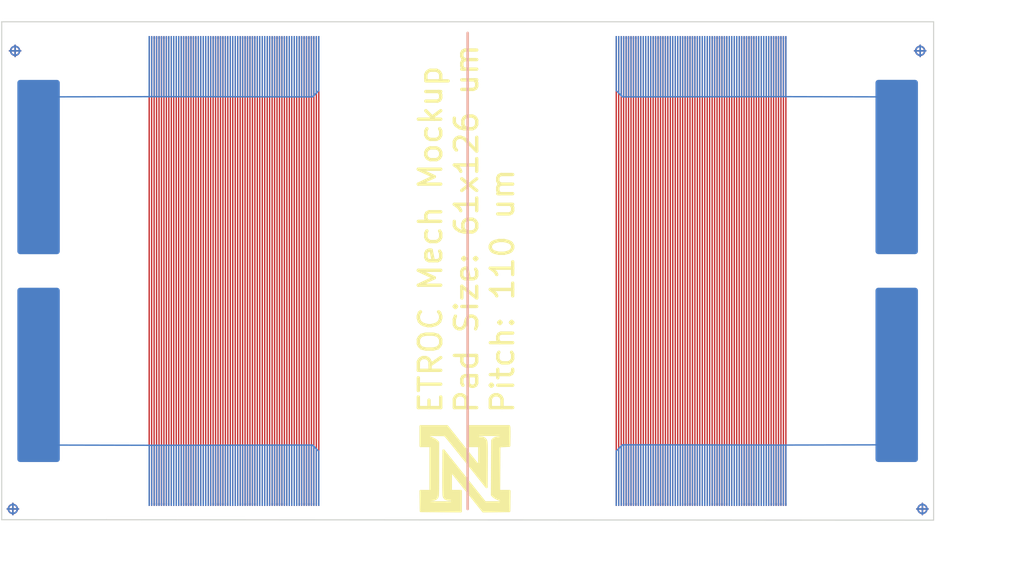
<source format=kicad_pcb>
(kicad_pcb (version 20171130) (host pcbnew 5.1.5)

  (general
    (thickness 1.6)
    (drawings 11)
    (tracks 556)
    (zones 0)
    (modules 17)
    (nets 145)
  )

  (page A4)
  (layers
    (0 F.Cu signal)
    (31 B.Cu signal)
    (32 B.Adhes user)
    (33 F.Adhes user)
    (34 B.Paste user)
    (35 F.Paste user)
    (36 B.SilkS user)
    (37 F.SilkS user)
    (38 B.Mask user)
    (39 F.Mask user)
    (40 Dwgs.User user)
    (41 Cmts.User user)
    (42 Eco1.User user)
    (43 Eco2.User user)
    (44 Edge.Cuts user)
    (45 Margin user)
    (46 B.CrtYd user)
    (47 F.CrtYd user)
    (48 B.Fab user hide)
    (49 F.Fab user hide)
  )

  (setup
    (last_trace_width 0.061)
    (trace_clearance 0.04)
    (zone_clearance 0.508)
    (zone_45_only no)
    (trace_min 0.05)
    (via_size 0.8)
    (via_drill 0.4)
    (via_min_size 0.4)
    (via_min_drill 0.3)
    (uvia_size 0.3)
    (uvia_drill 0.1)
    (uvias_allowed no)
    (uvia_min_size 0.2)
    (uvia_min_drill 0.1)
    (edge_width 0.05)
    (segment_width 0.2)
    (pcb_text_width 0.3)
    (pcb_text_size 1.5 1.5)
    (mod_edge_width 0.12)
    (mod_text_size 1 1)
    (mod_text_width 0.15)
    (pad_size 1.524 1.524)
    (pad_drill 0.762)
    (pad_to_mask_clearance 0.051)
    (solder_mask_min_width 0.25)
    (aux_axis_origin 0 0)
    (grid_origin 77.8 71.3)
    (visible_elements FFFFFF7F)
    (pcbplotparams
      (layerselection 0x010fc_ffffffff)
      (usegerberextensions false)
      (usegerberattributes false)
      (usegerberadvancedattributes false)
      (creategerberjobfile false)
      (excludeedgelayer true)
      (linewidth 0.100000)
      (plotframeref false)
      (viasonmask false)
      (mode 1)
      (useauxorigin false)
      (hpglpennumber 1)
      (hpglpenspeed 20)
      (hpglpendiameter 15.000000)
      (psnegative false)
      (psa4output false)
      (plotreference true)
      (plotvalue true)
      (plotinvisibletext false)
      (padsonsilk false)
      (subtractmaskfromsilk false)
      (outputformat 1)
      (mirror false)
      (drillshape 1)
      (scaleselection 1)
      (outputdirectory ""))
  )

  (net 0 "")
  (net 1 /TOP_A70)
  (net 2 /TOP_A69)
  (net 3 /TOP_A68)
  (net 4 /TOP_A67)
  (net 5 /TOP_A66)
  (net 6 /TOP_A65)
  (net 7 /TOP_A64)
  (net 8 /TOP_A63)
  (net 9 /TOP_A62)
  (net 10 /TOP_A61)
  (net 11 /TOP_A60)
  (net 12 /TOP_A59)
  (net 13 /TOP_A58)
  (net 14 /TOP_A57)
  (net 15 /TOP_A56)
  (net 16 /TOP_A55)
  (net 17 /TOP_A54)
  (net 18 /TOP_A53)
  (net 19 /TOP_A52)
  (net 20 /TOP_A51)
  (net 21 /TOP_A50)
  (net 22 /TOP_A49)
  (net 23 /TOP_A48)
  (net 24 /TOP_A47)
  (net 25 /TOP_A46)
  (net 26 /TOP_A45)
  (net 27 /TOP_A44)
  (net 28 /TOP_A43)
  (net 29 /TOP_A42)
  (net 30 /TOP_A41)
  (net 31 /TOP_A40)
  (net 32 /TOP_A39)
  (net 33 /TOP_A38)
  (net 34 /TOP_A37)
  (net 35 /TOP_A36)
  (net 36 /TOP_A35)
  (net 37 /TOP_A34)
  (net 38 /TOP_A33)
  (net 39 /TOP_A32)
  (net 40 /TOP_A31)
  (net 41 /TOP_A30)
  (net 42 /TOP_A29)
  (net 43 /TOP_A28)
  (net 44 /TOP_A27)
  (net 45 /TOP_A26)
  (net 46 /TOP_A25)
  (net 47 /TOP_A24)
  (net 48 /TOP_A23)
  (net 49 /TOP_A22)
  (net 50 /TOP_A21)
  (net 51 /TOP_A20)
  (net 52 /TOP_A19)
  (net 53 /TOP_A18)
  (net 54 /TOP_A17)
  (net 55 /TOP_A16)
  (net 56 /TOP_A15)
  (net 57 /TOP_A14)
  (net 58 /TOP_A13)
  (net 59 /TOP_A12)
  (net 60 /TOP_A11)
  (net 61 /TOP_A10)
  (net 62 /TOP_A9)
  (net 63 /TOP_A8)
  (net 64 /TOP_A7)
  (net 65 /TOP_A6)
  (net 66 /TOP_A5)
  (net 67 /TOP_A4)
  (net 68 /TOP_A3)
  (net 69 /TOP_A2)
  (net 70 /TOP_A1)
  (net 71 /TOP_B70)
  (net 72 /TOP_B69)
  (net 73 /TOP_B68)
  (net 74 /TOP_B67)
  (net 75 /TOP_B66)
  (net 76 /TOP_B65)
  (net 77 /TOP_B64)
  (net 78 /TOP_B63)
  (net 79 /TOP_B62)
  (net 80 /TOP_B61)
  (net 81 /TOP_B60)
  (net 82 /TOP_B59)
  (net 83 /TOP_B58)
  (net 84 /TOP_B57)
  (net 85 /TOP_B56)
  (net 86 /TOP_B55)
  (net 87 /TOP_B54)
  (net 88 /TOP_B53)
  (net 89 /TOP_B52)
  (net 90 /TOP_B51)
  (net 91 /TOP_B50)
  (net 92 /TOP_B49)
  (net 93 /TOP_B48)
  (net 94 /TOP_B47)
  (net 95 /TOP_B46)
  (net 96 /TOP_B45)
  (net 97 /TOP_B44)
  (net 98 /TOP_B43)
  (net 99 /TOP_B42)
  (net 100 /TOP_B41)
  (net 101 /TOP_B40)
  (net 102 /TOP_B39)
  (net 103 /TOP_B38)
  (net 104 /TOP_B37)
  (net 105 /TOP_B36)
  (net 106 /TOP_B35)
  (net 107 /TOP_B34)
  (net 108 /TOP_B33)
  (net 109 /TOP_B32)
  (net 110 /TOP_B31)
  (net 111 /TOP_B30)
  (net 112 /TOP_B29)
  (net 113 /TOP_B28)
  (net 114 /TOP_B27)
  (net 115 /TOP_B26)
  (net 116 /TOP_B25)
  (net 117 /TOP_B24)
  (net 118 /TOP_B23)
  (net 119 /TOP_B22)
  (net 120 /TOP_B21)
  (net 121 /TOP_B20)
  (net 122 /TOP_B19)
  (net 123 /TOP_B18)
  (net 124 /TOP_B17)
  (net 125 /TOP_B16)
  (net 126 /TOP_B15)
  (net 127 /TOP_B14)
  (net 128 /TOP_B13)
  (net 129 /TOP_B12)
  (net 130 /TOP_B11)
  (net 131 /TOP_B10)
  (net 132 /TOP_B9)
  (net 133 /TOP_B8)
  (net 134 /TOP_B7)
  (net 135 /TOP_B6)
  (net 136 /TOP_B5)
  (net 137 /TOP_B4)
  (net 138 /TOP_B3)
  (net 139 /TOP_B2)
  (net 140 /TOP_B1)
  (net 141 /BOT_GRP1)
  (net 142 /BOT_GRP2)
  (net 143 /BOT_GRP3)
  (net 144 /BOT_GRP4)

  (net_class Default "This is the default net class."
    (clearance 0.04)
    (trace_width 0.061)
    (via_dia 0.8)
    (via_drill 0.4)
    (uvia_dia 0.3)
    (uvia_drill 0.1)
    (add_net /BOT_GRP1)
    (add_net /BOT_GRP2)
    (add_net /BOT_GRP3)
    (add_net /BOT_GRP4)
    (add_net /TOP_A1)
    (add_net /TOP_A10)
    (add_net /TOP_A11)
    (add_net /TOP_A12)
    (add_net /TOP_A13)
    (add_net /TOP_A14)
    (add_net /TOP_A15)
    (add_net /TOP_A16)
    (add_net /TOP_A17)
    (add_net /TOP_A18)
    (add_net /TOP_A19)
    (add_net /TOP_A2)
    (add_net /TOP_A20)
    (add_net /TOP_A21)
    (add_net /TOP_A22)
    (add_net /TOP_A23)
    (add_net /TOP_A24)
    (add_net /TOP_A25)
    (add_net /TOP_A26)
    (add_net /TOP_A27)
    (add_net /TOP_A28)
    (add_net /TOP_A29)
    (add_net /TOP_A3)
    (add_net /TOP_A30)
    (add_net /TOP_A31)
    (add_net /TOP_A32)
    (add_net /TOP_A33)
    (add_net /TOP_A34)
    (add_net /TOP_A35)
    (add_net /TOP_A36)
    (add_net /TOP_A37)
    (add_net /TOP_A38)
    (add_net /TOP_A39)
    (add_net /TOP_A4)
    (add_net /TOP_A40)
    (add_net /TOP_A41)
    (add_net /TOP_A42)
    (add_net /TOP_A43)
    (add_net /TOP_A44)
    (add_net /TOP_A45)
    (add_net /TOP_A46)
    (add_net /TOP_A47)
    (add_net /TOP_A48)
    (add_net /TOP_A49)
    (add_net /TOP_A5)
    (add_net /TOP_A50)
    (add_net /TOP_A51)
    (add_net /TOP_A52)
    (add_net /TOP_A53)
    (add_net /TOP_A54)
    (add_net /TOP_A55)
    (add_net /TOP_A56)
    (add_net /TOP_A57)
    (add_net /TOP_A58)
    (add_net /TOP_A59)
    (add_net /TOP_A6)
    (add_net /TOP_A60)
    (add_net /TOP_A61)
    (add_net /TOP_A62)
    (add_net /TOP_A63)
    (add_net /TOP_A64)
    (add_net /TOP_A65)
    (add_net /TOP_A66)
    (add_net /TOP_A67)
    (add_net /TOP_A68)
    (add_net /TOP_A69)
    (add_net /TOP_A7)
    (add_net /TOP_A70)
    (add_net /TOP_A8)
    (add_net /TOP_A9)
    (add_net /TOP_B1)
    (add_net /TOP_B10)
    (add_net /TOP_B11)
    (add_net /TOP_B12)
    (add_net /TOP_B13)
    (add_net /TOP_B14)
    (add_net /TOP_B15)
    (add_net /TOP_B16)
    (add_net /TOP_B17)
    (add_net /TOP_B18)
    (add_net /TOP_B19)
    (add_net /TOP_B2)
    (add_net /TOP_B20)
    (add_net /TOP_B21)
    (add_net /TOP_B22)
    (add_net /TOP_B23)
    (add_net /TOP_B24)
    (add_net /TOP_B25)
    (add_net /TOP_B26)
    (add_net /TOP_B27)
    (add_net /TOP_B28)
    (add_net /TOP_B29)
    (add_net /TOP_B3)
    (add_net /TOP_B30)
    (add_net /TOP_B31)
    (add_net /TOP_B32)
    (add_net /TOP_B33)
    (add_net /TOP_B34)
    (add_net /TOP_B35)
    (add_net /TOP_B36)
    (add_net /TOP_B37)
    (add_net /TOP_B38)
    (add_net /TOP_B39)
    (add_net /TOP_B4)
    (add_net /TOP_B40)
    (add_net /TOP_B41)
    (add_net /TOP_B42)
    (add_net /TOP_B43)
    (add_net /TOP_B44)
    (add_net /TOP_B45)
    (add_net /TOP_B46)
    (add_net /TOP_B47)
    (add_net /TOP_B48)
    (add_net /TOP_B49)
    (add_net /TOP_B5)
    (add_net /TOP_B50)
    (add_net /TOP_B51)
    (add_net /TOP_B52)
    (add_net /TOP_B53)
    (add_net /TOP_B54)
    (add_net /TOP_B55)
    (add_net /TOP_B56)
    (add_net /TOP_B57)
    (add_net /TOP_B58)
    (add_net /TOP_B59)
    (add_net /TOP_B6)
    (add_net /TOP_B60)
    (add_net /TOP_B61)
    (add_net /TOP_B62)
    (add_net /TOP_B63)
    (add_net /TOP_B64)
    (add_net /TOP_B65)
    (add_net /TOP_B66)
    (add_net /TOP_B67)
    (add_net /TOP_B68)
    (add_net /TOP_B69)
    (add_net /TOP_B7)
    (add_net /TOP_B70)
    (add_net /TOP_B8)
    (add_net /TOP_B9)
  )

  (module unl_silab:ETROC_70pad_61x126um_110um_pitch (layer B.Cu) (tedit 5E45A653) (tstamp 5E46191B)
    (at 105.3 72)
    (path /5E549955)
    (fp_text reference J8 (at 0 1.85) (layer B.SilkS) hide
      (effects (font (size 1 1) (thickness 0.15)) (justify mirror))
    )
    (fp_text value Conn_02x35_Top_Bottom (at 0 1.85) (layer B.Fab) hide
      (effects (font (size 1 1) (thickness 0.15)) (justify mirror))
    )
    (pad 70 smd rect (at 7.59 0) (size 0.061 0.126) (layers B.Cu B.Mask)
      (net 144 /BOT_GRP4))
    (pad 69 smd rect (at 7.48 0) (size 0.061 0.126) (layers B.Cu B.Mask)
      (net 144 /BOT_GRP4))
    (pad 68 smd rect (at 7.37 0) (size 0.061 0.126) (layers B.Cu B.Mask)
      (net 144 /BOT_GRP4))
    (pad 67 smd rect (at 7.26 0) (size 0.061 0.126) (layers B.Cu B.Mask)
      (net 144 /BOT_GRP4))
    (pad 66 smd rect (at 7.15 0) (size 0.061 0.126) (layers B.Cu B.Mask)
      (net 144 /BOT_GRP4))
    (pad 65 smd rect (at 7.04 0) (size 0.061 0.126) (layers B.Cu B.Mask)
      (net 144 /BOT_GRP4))
    (pad 64 smd rect (at 6.93 0) (size 0.061 0.126) (layers B.Cu B.Mask)
      (net 144 /BOT_GRP4))
    (pad 63 smd rect (at 6.82 0) (size 0.061 0.126) (layers B.Cu B.Mask)
      (net 144 /BOT_GRP4))
    (pad 62 smd rect (at 6.71 0) (size 0.061 0.126) (layers B.Cu B.Mask)
      (net 144 /BOT_GRP4))
    (pad 61 smd rect (at 6.6 0) (size 0.061 0.126) (layers B.Cu B.Mask)
      (net 144 /BOT_GRP4))
    (pad 60 smd rect (at 6.49 0) (size 0.061 0.126) (layers B.Cu B.Mask)
      (net 144 /BOT_GRP4))
    (pad 59 smd rect (at 6.38 0) (size 0.061 0.126) (layers B.Cu B.Mask)
      (net 144 /BOT_GRP4))
    (pad 58 smd rect (at 6.27 0) (size 0.061 0.126) (layers B.Cu B.Mask)
      (net 144 /BOT_GRP4))
    (pad 57 smd rect (at 6.16 0) (size 0.061 0.126) (layers B.Cu B.Mask)
      (net 144 /BOT_GRP4))
    (pad 56 smd rect (at 6.05 0) (size 0.061 0.126) (layers B.Cu B.Mask)
      (net 144 /BOT_GRP4))
    (pad 55 smd rect (at 5.94 0) (size 0.061 0.126) (layers B.Cu B.Mask)
      (net 144 /BOT_GRP4))
    (pad 54 smd rect (at 5.83 0) (size 0.061 0.126) (layers B.Cu B.Mask)
      (net 144 /BOT_GRP4))
    (pad 53 smd rect (at 5.72 0) (size 0.061 0.126) (layers B.Cu B.Mask)
      (net 144 /BOT_GRP4))
    (pad 52 smd rect (at 5.61 0) (size 0.061 0.126) (layers B.Cu B.Mask)
      (net 144 /BOT_GRP4))
    (pad 51 smd rect (at 5.5 0) (size 0.061 0.126) (layers B.Cu B.Mask)
      (net 144 /BOT_GRP4))
    (pad 50 smd rect (at 5.39 0) (size 0.061 0.126) (layers B.Cu B.Mask)
      (net 144 /BOT_GRP4))
    (pad 49 smd rect (at 5.28 0) (size 0.061 0.126) (layers B.Cu B.Mask)
      (net 144 /BOT_GRP4))
    (pad 48 smd rect (at 5.17 0) (size 0.061 0.126) (layers B.Cu B.Mask)
      (net 144 /BOT_GRP4))
    (pad 47 smd rect (at 5.06 0) (size 0.061 0.126) (layers B.Cu B.Mask)
      (net 144 /BOT_GRP4))
    (pad 46 smd rect (at 4.95 0) (size 0.061 0.126) (layers B.Cu B.Mask)
      (net 144 /BOT_GRP4))
    (pad 45 smd rect (at 4.84 0) (size 0.061 0.126) (layers B.Cu B.Mask)
      (net 144 /BOT_GRP4))
    (pad 44 smd rect (at 4.73 0) (size 0.061 0.126) (layers B.Cu B.Mask)
      (net 144 /BOT_GRP4))
    (pad 43 smd rect (at 4.62 0) (size 0.061 0.126) (layers B.Cu B.Mask)
      (net 144 /BOT_GRP4))
    (pad 42 smd rect (at 4.51 0) (size 0.061 0.126) (layers B.Cu B.Mask)
      (net 144 /BOT_GRP4))
    (pad 41 smd rect (at 4.4 0) (size 0.061 0.126) (layers B.Cu B.Mask)
      (net 144 /BOT_GRP4))
    (pad 40 smd rect (at 4.29 0) (size 0.061 0.126) (layers B.Cu B.Mask)
      (net 144 /BOT_GRP4))
    (pad 39 smd rect (at 4.18 0) (size 0.061 0.126) (layers B.Cu B.Mask)
      (net 144 /BOT_GRP4))
    (pad 38 smd rect (at 4.07 0) (size 0.061 0.126) (layers B.Cu B.Mask)
      (net 144 /BOT_GRP4))
    (pad 37 smd rect (at 3.96 0) (size 0.061 0.126) (layers B.Cu B.Mask)
      (net 144 /BOT_GRP4))
    (pad 36 smd rect (at 3.85 0) (size 0.061 0.126) (layers B.Cu B.Mask)
      (net 144 /BOT_GRP4))
    (pad 35 smd rect (at 3.74 0) (size 0.061 0.126) (layers B.Cu B.Mask)
      (net 144 /BOT_GRP4))
    (pad 34 smd rect (at 3.63 0) (size 0.061 0.126) (layers B.Cu B.Mask)
      (net 144 /BOT_GRP4))
    (pad 33 smd rect (at 3.52 0) (size 0.061 0.126) (layers B.Cu B.Mask)
      (net 144 /BOT_GRP4))
    (pad 32 smd rect (at 3.41 0) (size 0.061 0.126) (layers B.Cu B.Mask)
      (net 144 /BOT_GRP4))
    (pad 31 smd rect (at 3.3 0) (size 0.061 0.126) (layers B.Cu B.Mask)
      (net 144 /BOT_GRP4))
    (pad 30 smd rect (at 3.19 0) (size 0.061 0.126) (layers B.Cu B.Mask)
      (net 144 /BOT_GRP4))
    (pad 29 smd rect (at 3.08 0) (size 0.061 0.126) (layers B.Cu B.Mask)
      (net 144 /BOT_GRP4))
    (pad 28 smd rect (at 2.97 0) (size 0.061 0.126) (layers B.Cu B.Mask)
      (net 144 /BOT_GRP4))
    (pad 27 smd rect (at 2.86 0) (size 0.061 0.126) (layers B.Cu B.Mask)
      (net 144 /BOT_GRP4))
    (pad 26 smd rect (at 2.75 0) (size 0.061 0.126) (layers B.Cu B.Mask)
      (net 144 /BOT_GRP4))
    (pad 25 smd rect (at 2.64 0) (size 0.061 0.126) (layers B.Cu B.Mask)
      (net 144 /BOT_GRP4))
    (pad 24 smd rect (at 2.53 0) (size 0.061 0.126) (layers B.Cu B.Mask)
      (net 144 /BOT_GRP4))
    (pad 23 smd rect (at 2.42 0) (size 0.061 0.126) (layers B.Cu B.Mask)
      (net 144 /BOT_GRP4))
    (pad 22 smd rect (at 2.31 0) (size 0.061 0.126) (layers B.Cu B.Mask)
      (net 144 /BOT_GRP4))
    (pad 21 smd rect (at 2.2 0) (size 0.061 0.126) (layers B.Cu B.Mask)
      (net 144 /BOT_GRP4))
    (pad 20 smd rect (at 2.09 0) (size 0.061 0.126) (layers B.Cu B.Mask)
      (net 144 /BOT_GRP4))
    (pad 19 smd rect (at 1.98 0) (size 0.061 0.126) (layers B.Cu B.Mask)
      (net 144 /BOT_GRP4))
    (pad 18 smd rect (at 1.87 0) (size 0.061 0.126) (layers B.Cu B.Mask)
      (net 144 /BOT_GRP4))
    (pad 17 smd rect (at 1.76 0) (size 0.061 0.126) (layers B.Cu B.Mask)
      (net 144 /BOT_GRP4))
    (pad 16 smd rect (at 1.65 0) (size 0.061 0.126) (layers B.Cu B.Mask)
      (net 144 /BOT_GRP4))
    (pad 15 smd rect (at 1.54 0) (size 0.061 0.126) (layers B.Cu B.Mask)
      (net 144 /BOT_GRP4))
    (pad 14 smd rect (at 1.43 0) (size 0.061 0.126) (layers B.Cu B.Mask)
      (net 144 /BOT_GRP4))
    (pad 13 smd rect (at 1.32 0) (size 0.061 0.126) (layers B.Cu B.Mask)
      (net 144 /BOT_GRP4))
    (pad 12 smd rect (at 1.21 0) (size 0.061 0.126) (layers B.Cu B.Mask)
      (net 144 /BOT_GRP4))
    (pad 11 smd rect (at 1.1 0) (size 0.061 0.126) (layers B.Cu B.Mask)
      (net 144 /BOT_GRP4))
    (pad 10 smd rect (at 0.99 0) (size 0.061 0.126) (layers B.Cu B.Mask)
      (net 144 /BOT_GRP4))
    (pad 9 smd rect (at 0.88 0) (size 0.061 0.126) (layers B.Cu B.Mask)
      (net 144 /BOT_GRP4))
    (pad 8 smd rect (at 0.77 0) (size 0.061 0.126) (layers B.Cu B.Mask)
      (net 144 /BOT_GRP4))
    (pad 7 smd rect (at 0.66 0) (size 0.061 0.126) (layers B.Cu B.Mask)
      (net 144 /BOT_GRP4))
    (pad 6 smd rect (at 0.55 0) (size 0.061 0.126) (layers B.Cu B.Mask)
      (net 144 /BOT_GRP4))
    (pad 5 smd rect (at 0.44 0) (size 0.061 0.126) (layers B.Cu B.Mask)
      (net 144 /BOT_GRP4))
    (pad 4 smd rect (at 0.33 0) (size 0.061 0.126) (layers B.Cu B.Mask)
      (net 144 /BOT_GRP4))
    (pad 3 smd rect (at 0.22 0) (size 0.061 0.126) (layers B.Cu B.Mask)
      (net 144 /BOT_GRP4))
    (pad 2 smd rect (at 0.11 0) (size 0.061 0.126) (layers B.Cu B.Mask)
      (net 144 /BOT_GRP4))
    (pad 1 smd rect (at 0 0) (size 0.061 0.126) (layers B.Cu B.Mask)
      (net 144 /BOT_GRP4))
  )

  (module unl_silab:ETROC_70pad_61x126um_110um_pitch (layer B.Cu) (tedit 5E45A653) (tstamp 5E4618D1)
    (at 105.3 92.9)
    (path /5E54994A)
    (fp_text reference J7 (at 0 1.85) (layer B.SilkS) hide
      (effects (font (size 1 1) (thickness 0.15)) (justify mirror))
    )
    (fp_text value Conn_02x35_Top_Bottom (at 0 1.85) (layer B.Fab) hide
      (effects (font (size 1 1) (thickness 0.15)) (justify mirror))
    )
    (pad 70 smd rect (at 7.59 0) (size 0.061 0.126) (layers B.Cu B.Mask)
      (net 143 /BOT_GRP3))
    (pad 69 smd rect (at 7.48 0) (size 0.061 0.126) (layers B.Cu B.Mask)
      (net 143 /BOT_GRP3))
    (pad 68 smd rect (at 7.37 0) (size 0.061 0.126) (layers B.Cu B.Mask)
      (net 143 /BOT_GRP3))
    (pad 67 smd rect (at 7.26 0) (size 0.061 0.126) (layers B.Cu B.Mask)
      (net 143 /BOT_GRP3))
    (pad 66 smd rect (at 7.15 0) (size 0.061 0.126) (layers B.Cu B.Mask)
      (net 143 /BOT_GRP3))
    (pad 65 smd rect (at 7.04 0) (size 0.061 0.126) (layers B.Cu B.Mask)
      (net 143 /BOT_GRP3))
    (pad 64 smd rect (at 6.93 0) (size 0.061 0.126) (layers B.Cu B.Mask)
      (net 143 /BOT_GRP3))
    (pad 63 smd rect (at 6.82 0) (size 0.061 0.126) (layers B.Cu B.Mask)
      (net 143 /BOT_GRP3))
    (pad 62 smd rect (at 6.71 0) (size 0.061 0.126) (layers B.Cu B.Mask)
      (net 143 /BOT_GRP3))
    (pad 61 smd rect (at 6.6 0) (size 0.061 0.126) (layers B.Cu B.Mask)
      (net 143 /BOT_GRP3))
    (pad 60 smd rect (at 6.49 0) (size 0.061 0.126) (layers B.Cu B.Mask)
      (net 143 /BOT_GRP3))
    (pad 59 smd rect (at 6.38 0) (size 0.061 0.126) (layers B.Cu B.Mask)
      (net 143 /BOT_GRP3))
    (pad 58 smd rect (at 6.27 0) (size 0.061 0.126) (layers B.Cu B.Mask)
      (net 143 /BOT_GRP3))
    (pad 57 smd rect (at 6.16 0) (size 0.061 0.126) (layers B.Cu B.Mask)
      (net 143 /BOT_GRP3))
    (pad 56 smd rect (at 6.05 0) (size 0.061 0.126) (layers B.Cu B.Mask)
      (net 143 /BOT_GRP3))
    (pad 55 smd rect (at 5.94 0) (size 0.061 0.126) (layers B.Cu B.Mask)
      (net 143 /BOT_GRP3))
    (pad 54 smd rect (at 5.83 0) (size 0.061 0.126) (layers B.Cu B.Mask)
      (net 143 /BOT_GRP3))
    (pad 53 smd rect (at 5.72 0) (size 0.061 0.126) (layers B.Cu B.Mask)
      (net 143 /BOT_GRP3))
    (pad 52 smd rect (at 5.61 0) (size 0.061 0.126) (layers B.Cu B.Mask)
      (net 143 /BOT_GRP3))
    (pad 51 smd rect (at 5.5 0) (size 0.061 0.126) (layers B.Cu B.Mask)
      (net 143 /BOT_GRP3))
    (pad 50 smd rect (at 5.39 0) (size 0.061 0.126) (layers B.Cu B.Mask)
      (net 143 /BOT_GRP3))
    (pad 49 smd rect (at 5.28 0) (size 0.061 0.126) (layers B.Cu B.Mask)
      (net 143 /BOT_GRP3))
    (pad 48 smd rect (at 5.17 0) (size 0.061 0.126) (layers B.Cu B.Mask)
      (net 143 /BOT_GRP3))
    (pad 47 smd rect (at 5.06 0) (size 0.061 0.126) (layers B.Cu B.Mask)
      (net 143 /BOT_GRP3))
    (pad 46 smd rect (at 4.95 0) (size 0.061 0.126) (layers B.Cu B.Mask)
      (net 143 /BOT_GRP3))
    (pad 45 smd rect (at 4.84 0) (size 0.061 0.126) (layers B.Cu B.Mask)
      (net 143 /BOT_GRP3))
    (pad 44 smd rect (at 4.73 0) (size 0.061 0.126) (layers B.Cu B.Mask)
      (net 143 /BOT_GRP3))
    (pad 43 smd rect (at 4.62 0) (size 0.061 0.126) (layers B.Cu B.Mask)
      (net 143 /BOT_GRP3))
    (pad 42 smd rect (at 4.51 0) (size 0.061 0.126) (layers B.Cu B.Mask)
      (net 143 /BOT_GRP3))
    (pad 41 smd rect (at 4.4 0) (size 0.061 0.126) (layers B.Cu B.Mask)
      (net 143 /BOT_GRP3))
    (pad 40 smd rect (at 4.29 0) (size 0.061 0.126) (layers B.Cu B.Mask)
      (net 143 /BOT_GRP3))
    (pad 39 smd rect (at 4.18 0) (size 0.061 0.126) (layers B.Cu B.Mask)
      (net 143 /BOT_GRP3))
    (pad 38 smd rect (at 4.07 0) (size 0.061 0.126) (layers B.Cu B.Mask)
      (net 143 /BOT_GRP3))
    (pad 37 smd rect (at 3.96 0) (size 0.061 0.126) (layers B.Cu B.Mask)
      (net 143 /BOT_GRP3))
    (pad 36 smd rect (at 3.85 0) (size 0.061 0.126) (layers B.Cu B.Mask)
      (net 143 /BOT_GRP3))
    (pad 35 smd rect (at 3.74 0) (size 0.061 0.126) (layers B.Cu B.Mask)
      (net 143 /BOT_GRP3))
    (pad 34 smd rect (at 3.63 0) (size 0.061 0.126) (layers B.Cu B.Mask)
      (net 143 /BOT_GRP3))
    (pad 33 smd rect (at 3.52 0) (size 0.061 0.126) (layers B.Cu B.Mask)
      (net 143 /BOT_GRP3))
    (pad 32 smd rect (at 3.41 0) (size 0.061 0.126) (layers B.Cu B.Mask)
      (net 143 /BOT_GRP3))
    (pad 31 smd rect (at 3.3 0) (size 0.061 0.126) (layers B.Cu B.Mask)
      (net 143 /BOT_GRP3))
    (pad 30 smd rect (at 3.19 0) (size 0.061 0.126) (layers B.Cu B.Mask)
      (net 143 /BOT_GRP3))
    (pad 29 smd rect (at 3.08 0) (size 0.061 0.126) (layers B.Cu B.Mask)
      (net 143 /BOT_GRP3))
    (pad 28 smd rect (at 2.97 0) (size 0.061 0.126) (layers B.Cu B.Mask)
      (net 143 /BOT_GRP3))
    (pad 27 smd rect (at 2.86 0) (size 0.061 0.126) (layers B.Cu B.Mask)
      (net 143 /BOT_GRP3))
    (pad 26 smd rect (at 2.75 0) (size 0.061 0.126) (layers B.Cu B.Mask)
      (net 143 /BOT_GRP3))
    (pad 25 smd rect (at 2.64 0) (size 0.061 0.126) (layers B.Cu B.Mask)
      (net 143 /BOT_GRP3))
    (pad 24 smd rect (at 2.53 0) (size 0.061 0.126) (layers B.Cu B.Mask)
      (net 143 /BOT_GRP3))
    (pad 23 smd rect (at 2.42 0) (size 0.061 0.126) (layers B.Cu B.Mask)
      (net 143 /BOT_GRP3))
    (pad 22 smd rect (at 2.31 0) (size 0.061 0.126) (layers B.Cu B.Mask)
      (net 143 /BOT_GRP3))
    (pad 21 smd rect (at 2.2 0) (size 0.061 0.126) (layers B.Cu B.Mask)
      (net 143 /BOT_GRP3))
    (pad 20 smd rect (at 2.09 0) (size 0.061 0.126) (layers B.Cu B.Mask)
      (net 143 /BOT_GRP3))
    (pad 19 smd rect (at 1.98 0) (size 0.061 0.126) (layers B.Cu B.Mask)
      (net 143 /BOT_GRP3))
    (pad 18 smd rect (at 1.87 0) (size 0.061 0.126) (layers B.Cu B.Mask)
      (net 143 /BOT_GRP3))
    (pad 17 smd rect (at 1.76 0) (size 0.061 0.126) (layers B.Cu B.Mask)
      (net 143 /BOT_GRP3))
    (pad 16 smd rect (at 1.65 0) (size 0.061 0.126) (layers B.Cu B.Mask)
      (net 143 /BOT_GRP3))
    (pad 15 smd rect (at 1.54 0) (size 0.061 0.126) (layers B.Cu B.Mask)
      (net 143 /BOT_GRP3))
    (pad 14 smd rect (at 1.43 0) (size 0.061 0.126) (layers B.Cu B.Mask)
      (net 143 /BOT_GRP3))
    (pad 13 smd rect (at 1.32 0) (size 0.061 0.126) (layers B.Cu B.Mask)
      (net 143 /BOT_GRP3))
    (pad 12 smd rect (at 1.21 0) (size 0.061 0.126) (layers B.Cu B.Mask)
      (net 143 /BOT_GRP3))
    (pad 11 smd rect (at 1.1 0) (size 0.061 0.126) (layers B.Cu B.Mask)
      (net 143 /BOT_GRP3))
    (pad 10 smd rect (at 0.99 0) (size 0.061 0.126) (layers B.Cu B.Mask)
      (net 143 /BOT_GRP3))
    (pad 9 smd rect (at 0.88 0) (size 0.061 0.126) (layers B.Cu B.Mask)
      (net 143 /BOT_GRP3))
    (pad 8 smd rect (at 0.77 0) (size 0.061 0.126) (layers B.Cu B.Mask)
      (net 143 /BOT_GRP3))
    (pad 7 smd rect (at 0.66 0) (size 0.061 0.126) (layers B.Cu B.Mask)
      (net 143 /BOT_GRP3))
    (pad 6 smd rect (at 0.55 0) (size 0.061 0.126) (layers B.Cu B.Mask)
      (net 143 /BOT_GRP3))
    (pad 5 smd rect (at 0.44 0) (size 0.061 0.126) (layers B.Cu B.Mask)
      (net 143 /BOT_GRP3))
    (pad 4 smd rect (at 0.33 0) (size 0.061 0.126) (layers B.Cu B.Mask)
      (net 143 /BOT_GRP3))
    (pad 3 smd rect (at 0.22 0) (size 0.061 0.126) (layers B.Cu B.Mask)
      (net 143 /BOT_GRP3))
    (pad 2 smd rect (at 0.11 0) (size 0.061 0.126) (layers B.Cu B.Mask)
      (net 143 /BOT_GRP3))
    (pad 1 smd rect (at 0 0) (size 0.061 0.126) (layers B.Cu B.Mask)
      (net 143 /BOT_GRP3))
  )

  (module unl_silab:ETROC_70pad_61x126um_110um_pitch (layer B.Cu) (tedit 5E45A653) (tstamp 5E461887)
    (at 84.4 92.9)
    (path /5E5498B5)
    (fp_text reference J6 (at 0 1.85) (layer B.SilkS) hide
      (effects (font (size 1 1) (thickness 0.15)) (justify mirror))
    )
    (fp_text value Conn_02x35_Top_Bottom (at 0 1.85) (layer B.Fab) hide
      (effects (font (size 1 1) (thickness 0.15)) (justify mirror))
    )
    (pad 70 smd rect (at 7.59 0) (size 0.061 0.126) (layers B.Cu B.Mask)
      (net 142 /BOT_GRP2))
    (pad 69 smd rect (at 7.48 0) (size 0.061 0.126) (layers B.Cu B.Mask)
      (net 142 /BOT_GRP2))
    (pad 68 smd rect (at 7.37 0) (size 0.061 0.126) (layers B.Cu B.Mask)
      (net 142 /BOT_GRP2))
    (pad 67 smd rect (at 7.26 0) (size 0.061 0.126) (layers B.Cu B.Mask)
      (net 142 /BOT_GRP2))
    (pad 66 smd rect (at 7.15 0) (size 0.061 0.126) (layers B.Cu B.Mask)
      (net 142 /BOT_GRP2))
    (pad 65 smd rect (at 7.04 0) (size 0.061 0.126) (layers B.Cu B.Mask)
      (net 142 /BOT_GRP2))
    (pad 64 smd rect (at 6.93 0) (size 0.061 0.126) (layers B.Cu B.Mask)
      (net 142 /BOT_GRP2))
    (pad 63 smd rect (at 6.82 0) (size 0.061 0.126) (layers B.Cu B.Mask)
      (net 142 /BOT_GRP2))
    (pad 62 smd rect (at 6.71 0) (size 0.061 0.126) (layers B.Cu B.Mask)
      (net 142 /BOT_GRP2))
    (pad 61 smd rect (at 6.6 0) (size 0.061 0.126) (layers B.Cu B.Mask)
      (net 142 /BOT_GRP2))
    (pad 60 smd rect (at 6.49 0) (size 0.061 0.126) (layers B.Cu B.Mask)
      (net 142 /BOT_GRP2))
    (pad 59 smd rect (at 6.38 0) (size 0.061 0.126) (layers B.Cu B.Mask)
      (net 142 /BOT_GRP2))
    (pad 58 smd rect (at 6.27 0) (size 0.061 0.126) (layers B.Cu B.Mask)
      (net 142 /BOT_GRP2))
    (pad 57 smd rect (at 6.16 0) (size 0.061 0.126) (layers B.Cu B.Mask)
      (net 142 /BOT_GRP2))
    (pad 56 smd rect (at 6.05 0) (size 0.061 0.126) (layers B.Cu B.Mask)
      (net 142 /BOT_GRP2))
    (pad 55 smd rect (at 5.94 0) (size 0.061 0.126) (layers B.Cu B.Mask)
      (net 142 /BOT_GRP2))
    (pad 54 smd rect (at 5.83 0) (size 0.061 0.126) (layers B.Cu B.Mask)
      (net 142 /BOT_GRP2))
    (pad 53 smd rect (at 5.72 0) (size 0.061 0.126) (layers B.Cu B.Mask)
      (net 142 /BOT_GRP2))
    (pad 52 smd rect (at 5.61 0) (size 0.061 0.126) (layers B.Cu B.Mask)
      (net 142 /BOT_GRP2))
    (pad 51 smd rect (at 5.5 0) (size 0.061 0.126) (layers B.Cu B.Mask)
      (net 142 /BOT_GRP2))
    (pad 50 smd rect (at 5.39 0) (size 0.061 0.126) (layers B.Cu B.Mask)
      (net 142 /BOT_GRP2))
    (pad 49 smd rect (at 5.28 0) (size 0.061 0.126) (layers B.Cu B.Mask)
      (net 142 /BOT_GRP2))
    (pad 48 smd rect (at 5.17 0) (size 0.061 0.126) (layers B.Cu B.Mask)
      (net 142 /BOT_GRP2))
    (pad 47 smd rect (at 5.06 0) (size 0.061 0.126) (layers B.Cu B.Mask)
      (net 142 /BOT_GRP2))
    (pad 46 smd rect (at 4.95 0) (size 0.061 0.126) (layers B.Cu B.Mask)
      (net 142 /BOT_GRP2))
    (pad 45 smd rect (at 4.84 0) (size 0.061 0.126) (layers B.Cu B.Mask)
      (net 142 /BOT_GRP2))
    (pad 44 smd rect (at 4.73 0) (size 0.061 0.126) (layers B.Cu B.Mask)
      (net 142 /BOT_GRP2))
    (pad 43 smd rect (at 4.62 0) (size 0.061 0.126) (layers B.Cu B.Mask)
      (net 142 /BOT_GRP2))
    (pad 42 smd rect (at 4.51 0) (size 0.061 0.126) (layers B.Cu B.Mask)
      (net 142 /BOT_GRP2))
    (pad 41 smd rect (at 4.4 0) (size 0.061 0.126) (layers B.Cu B.Mask)
      (net 142 /BOT_GRP2))
    (pad 40 smd rect (at 4.29 0) (size 0.061 0.126) (layers B.Cu B.Mask)
      (net 142 /BOT_GRP2))
    (pad 39 smd rect (at 4.18 0) (size 0.061 0.126) (layers B.Cu B.Mask)
      (net 142 /BOT_GRP2))
    (pad 38 smd rect (at 4.07 0) (size 0.061 0.126) (layers B.Cu B.Mask)
      (net 142 /BOT_GRP2))
    (pad 37 smd rect (at 3.96 0) (size 0.061 0.126) (layers B.Cu B.Mask)
      (net 142 /BOT_GRP2))
    (pad 36 smd rect (at 3.85 0) (size 0.061 0.126) (layers B.Cu B.Mask)
      (net 142 /BOT_GRP2))
    (pad 35 smd rect (at 3.74 0) (size 0.061 0.126) (layers B.Cu B.Mask)
      (net 142 /BOT_GRP2))
    (pad 34 smd rect (at 3.63 0) (size 0.061 0.126) (layers B.Cu B.Mask)
      (net 142 /BOT_GRP2))
    (pad 33 smd rect (at 3.52 0) (size 0.061 0.126) (layers B.Cu B.Mask)
      (net 142 /BOT_GRP2))
    (pad 32 smd rect (at 3.41 0) (size 0.061 0.126) (layers B.Cu B.Mask)
      (net 142 /BOT_GRP2))
    (pad 31 smd rect (at 3.3 0) (size 0.061 0.126) (layers B.Cu B.Mask)
      (net 142 /BOT_GRP2))
    (pad 30 smd rect (at 3.19 0) (size 0.061 0.126) (layers B.Cu B.Mask)
      (net 142 /BOT_GRP2))
    (pad 29 smd rect (at 3.08 0) (size 0.061 0.126) (layers B.Cu B.Mask)
      (net 142 /BOT_GRP2))
    (pad 28 smd rect (at 2.97 0) (size 0.061 0.126) (layers B.Cu B.Mask)
      (net 142 /BOT_GRP2))
    (pad 27 smd rect (at 2.86 0) (size 0.061 0.126) (layers B.Cu B.Mask)
      (net 142 /BOT_GRP2))
    (pad 26 smd rect (at 2.75 0) (size 0.061 0.126) (layers B.Cu B.Mask)
      (net 142 /BOT_GRP2))
    (pad 25 smd rect (at 2.64 0) (size 0.061 0.126) (layers B.Cu B.Mask)
      (net 142 /BOT_GRP2))
    (pad 24 smd rect (at 2.53 0) (size 0.061 0.126) (layers B.Cu B.Mask)
      (net 142 /BOT_GRP2))
    (pad 23 smd rect (at 2.42 0) (size 0.061 0.126) (layers B.Cu B.Mask)
      (net 142 /BOT_GRP2))
    (pad 22 smd rect (at 2.31 0) (size 0.061 0.126) (layers B.Cu B.Mask)
      (net 142 /BOT_GRP2))
    (pad 21 smd rect (at 2.2 0) (size 0.061 0.126) (layers B.Cu B.Mask)
      (net 142 /BOT_GRP2))
    (pad 20 smd rect (at 2.09 0) (size 0.061 0.126) (layers B.Cu B.Mask)
      (net 142 /BOT_GRP2))
    (pad 19 smd rect (at 1.98 0) (size 0.061 0.126) (layers B.Cu B.Mask)
      (net 142 /BOT_GRP2))
    (pad 18 smd rect (at 1.87 0) (size 0.061 0.126) (layers B.Cu B.Mask)
      (net 142 /BOT_GRP2))
    (pad 17 smd rect (at 1.76 0) (size 0.061 0.126) (layers B.Cu B.Mask)
      (net 142 /BOT_GRP2))
    (pad 16 smd rect (at 1.65 0) (size 0.061 0.126) (layers B.Cu B.Mask)
      (net 142 /BOT_GRP2))
    (pad 15 smd rect (at 1.54 0) (size 0.061 0.126) (layers B.Cu B.Mask)
      (net 142 /BOT_GRP2))
    (pad 14 smd rect (at 1.43 0) (size 0.061 0.126) (layers B.Cu B.Mask)
      (net 142 /BOT_GRP2))
    (pad 13 smd rect (at 1.32 0) (size 0.061 0.126) (layers B.Cu B.Mask)
      (net 142 /BOT_GRP2))
    (pad 12 smd rect (at 1.21 0) (size 0.061 0.126) (layers B.Cu B.Mask)
      (net 142 /BOT_GRP2))
    (pad 11 smd rect (at 1.1 0) (size 0.061 0.126) (layers B.Cu B.Mask)
      (net 142 /BOT_GRP2))
    (pad 10 smd rect (at 0.99 0) (size 0.061 0.126) (layers B.Cu B.Mask)
      (net 142 /BOT_GRP2))
    (pad 9 smd rect (at 0.88 0) (size 0.061 0.126) (layers B.Cu B.Mask)
      (net 142 /BOT_GRP2))
    (pad 8 smd rect (at 0.77 0) (size 0.061 0.126) (layers B.Cu B.Mask)
      (net 142 /BOT_GRP2))
    (pad 7 smd rect (at 0.66 0) (size 0.061 0.126) (layers B.Cu B.Mask)
      (net 142 /BOT_GRP2))
    (pad 6 smd rect (at 0.55 0) (size 0.061 0.126) (layers B.Cu B.Mask)
      (net 142 /BOT_GRP2))
    (pad 5 smd rect (at 0.44 0) (size 0.061 0.126) (layers B.Cu B.Mask)
      (net 142 /BOT_GRP2))
    (pad 4 smd rect (at 0.33 0) (size 0.061 0.126) (layers B.Cu B.Mask)
      (net 142 /BOT_GRP2))
    (pad 3 smd rect (at 0.22 0) (size 0.061 0.126) (layers B.Cu B.Mask)
      (net 142 /BOT_GRP2))
    (pad 2 smd rect (at 0.11 0) (size 0.061 0.126) (layers B.Cu B.Mask)
      (net 142 /BOT_GRP2))
    (pad 1 smd rect (at 0 0) (size 0.061 0.126) (layers B.Cu B.Mask)
      (net 142 /BOT_GRP2))
  )

  (module unl_silab:ETROC_70pad_61x126um_110um_pitch (layer B.Cu) (tedit 5E45A653) (tstamp 5E46183D)
    (at 84.4 72)
    (path /5E5498AA)
    (fp_text reference J5 (at 0 1.85) (layer B.SilkS) hide
      (effects (font (size 1 1) (thickness 0.15)) (justify mirror))
    )
    (fp_text value Conn_02x35_Top_Bottom (at 0 1.85) (layer B.Fab) hide
      (effects (font (size 1 1) (thickness 0.15)) (justify mirror))
    )
    (pad 70 smd rect (at 7.59 0) (size 0.061 0.126) (layers B.Cu B.Mask)
      (net 141 /BOT_GRP1))
    (pad 69 smd rect (at 7.48 0) (size 0.061 0.126) (layers B.Cu B.Mask)
      (net 141 /BOT_GRP1))
    (pad 68 smd rect (at 7.37 0) (size 0.061 0.126) (layers B.Cu B.Mask)
      (net 141 /BOT_GRP1))
    (pad 67 smd rect (at 7.26 0) (size 0.061 0.126) (layers B.Cu B.Mask)
      (net 141 /BOT_GRP1))
    (pad 66 smd rect (at 7.15 0) (size 0.061 0.126) (layers B.Cu B.Mask)
      (net 141 /BOT_GRP1))
    (pad 65 smd rect (at 7.04 0) (size 0.061 0.126) (layers B.Cu B.Mask)
      (net 141 /BOT_GRP1))
    (pad 64 smd rect (at 6.93 0) (size 0.061 0.126) (layers B.Cu B.Mask)
      (net 141 /BOT_GRP1))
    (pad 63 smd rect (at 6.82 0) (size 0.061 0.126) (layers B.Cu B.Mask)
      (net 141 /BOT_GRP1))
    (pad 62 smd rect (at 6.71 0) (size 0.061 0.126) (layers B.Cu B.Mask)
      (net 141 /BOT_GRP1))
    (pad 61 smd rect (at 6.6 0) (size 0.061 0.126) (layers B.Cu B.Mask)
      (net 141 /BOT_GRP1))
    (pad 60 smd rect (at 6.49 0) (size 0.061 0.126) (layers B.Cu B.Mask)
      (net 141 /BOT_GRP1))
    (pad 59 smd rect (at 6.38 0) (size 0.061 0.126) (layers B.Cu B.Mask)
      (net 141 /BOT_GRP1))
    (pad 58 smd rect (at 6.27 0) (size 0.061 0.126) (layers B.Cu B.Mask)
      (net 141 /BOT_GRP1))
    (pad 57 smd rect (at 6.16 0) (size 0.061 0.126) (layers B.Cu B.Mask)
      (net 141 /BOT_GRP1))
    (pad 56 smd rect (at 6.05 0) (size 0.061 0.126) (layers B.Cu B.Mask)
      (net 141 /BOT_GRP1))
    (pad 55 smd rect (at 5.94 0) (size 0.061 0.126) (layers B.Cu B.Mask)
      (net 141 /BOT_GRP1))
    (pad 54 smd rect (at 5.83 0) (size 0.061 0.126) (layers B.Cu B.Mask)
      (net 141 /BOT_GRP1))
    (pad 53 smd rect (at 5.72 0) (size 0.061 0.126) (layers B.Cu B.Mask)
      (net 141 /BOT_GRP1))
    (pad 52 smd rect (at 5.61 0) (size 0.061 0.126) (layers B.Cu B.Mask)
      (net 141 /BOT_GRP1))
    (pad 51 smd rect (at 5.5 0) (size 0.061 0.126) (layers B.Cu B.Mask)
      (net 141 /BOT_GRP1))
    (pad 50 smd rect (at 5.39 0) (size 0.061 0.126) (layers B.Cu B.Mask)
      (net 141 /BOT_GRP1))
    (pad 49 smd rect (at 5.28 0) (size 0.061 0.126) (layers B.Cu B.Mask)
      (net 141 /BOT_GRP1))
    (pad 48 smd rect (at 5.17 0) (size 0.061 0.126) (layers B.Cu B.Mask)
      (net 141 /BOT_GRP1))
    (pad 47 smd rect (at 5.06 0) (size 0.061 0.126) (layers B.Cu B.Mask)
      (net 141 /BOT_GRP1))
    (pad 46 smd rect (at 4.95 0) (size 0.061 0.126) (layers B.Cu B.Mask)
      (net 141 /BOT_GRP1))
    (pad 45 smd rect (at 4.84 0) (size 0.061 0.126) (layers B.Cu B.Mask)
      (net 141 /BOT_GRP1))
    (pad 44 smd rect (at 4.73 0) (size 0.061 0.126) (layers B.Cu B.Mask)
      (net 141 /BOT_GRP1))
    (pad 43 smd rect (at 4.62 0) (size 0.061 0.126) (layers B.Cu B.Mask)
      (net 141 /BOT_GRP1))
    (pad 42 smd rect (at 4.51 0) (size 0.061 0.126) (layers B.Cu B.Mask)
      (net 141 /BOT_GRP1))
    (pad 41 smd rect (at 4.4 0) (size 0.061 0.126) (layers B.Cu B.Mask)
      (net 141 /BOT_GRP1))
    (pad 40 smd rect (at 4.29 0) (size 0.061 0.126) (layers B.Cu B.Mask)
      (net 141 /BOT_GRP1))
    (pad 39 smd rect (at 4.18 0) (size 0.061 0.126) (layers B.Cu B.Mask)
      (net 141 /BOT_GRP1))
    (pad 38 smd rect (at 4.07 0) (size 0.061 0.126) (layers B.Cu B.Mask)
      (net 141 /BOT_GRP1))
    (pad 37 smd rect (at 3.96 0) (size 0.061 0.126) (layers B.Cu B.Mask)
      (net 141 /BOT_GRP1))
    (pad 36 smd rect (at 3.85 0) (size 0.061 0.126) (layers B.Cu B.Mask)
      (net 141 /BOT_GRP1))
    (pad 35 smd rect (at 3.74 0) (size 0.061 0.126) (layers B.Cu B.Mask)
      (net 141 /BOT_GRP1))
    (pad 34 smd rect (at 3.63 0) (size 0.061 0.126) (layers B.Cu B.Mask)
      (net 141 /BOT_GRP1))
    (pad 33 smd rect (at 3.52 0) (size 0.061 0.126) (layers B.Cu B.Mask)
      (net 141 /BOT_GRP1))
    (pad 32 smd rect (at 3.41 0) (size 0.061 0.126) (layers B.Cu B.Mask)
      (net 141 /BOT_GRP1))
    (pad 31 smd rect (at 3.3 0) (size 0.061 0.126) (layers B.Cu B.Mask)
      (net 141 /BOT_GRP1))
    (pad 30 smd rect (at 3.19 0) (size 0.061 0.126) (layers B.Cu B.Mask)
      (net 141 /BOT_GRP1))
    (pad 29 smd rect (at 3.08 0) (size 0.061 0.126) (layers B.Cu B.Mask)
      (net 141 /BOT_GRP1))
    (pad 28 smd rect (at 2.97 0) (size 0.061 0.126) (layers B.Cu B.Mask)
      (net 141 /BOT_GRP1))
    (pad 27 smd rect (at 2.86 0) (size 0.061 0.126) (layers B.Cu B.Mask)
      (net 141 /BOT_GRP1))
    (pad 26 smd rect (at 2.75 0) (size 0.061 0.126) (layers B.Cu B.Mask)
      (net 141 /BOT_GRP1))
    (pad 25 smd rect (at 2.64 0) (size 0.061 0.126) (layers B.Cu B.Mask)
      (net 141 /BOT_GRP1))
    (pad 24 smd rect (at 2.53 0) (size 0.061 0.126) (layers B.Cu B.Mask)
      (net 141 /BOT_GRP1))
    (pad 23 smd rect (at 2.42 0) (size 0.061 0.126) (layers B.Cu B.Mask)
      (net 141 /BOT_GRP1))
    (pad 22 smd rect (at 2.31 0) (size 0.061 0.126) (layers B.Cu B.Mask)
      (net 141 /BOT_GRP1))
    (pad 21 smd rect (at 2.2 0) (size 0.061 0.126) (layers B.Cu B.Mask)
      (net 141 /BOT_GRP1))
    (pad 20 smd rect (at 2.09 0) (size 0.061 0.126) (layers B.Cu B.Mask)
      (net 141 /BOT_GRP1))
    (pad 19 smd rect (at 1.98 0) (size 0.061 0.126) (layers B.Cu B.Mask)
      (net 141 /BOT_GRP1))
    (pad 18 smd rect (at 1.87 0) (size 0.061 0.126) (layers B.Cu B.Mask)
      (net 141 /BOT_GRP1))
    (pad 17 smd rect (at 1.76 0) (size 0.061 0.126) (layers B.Cu B.Mask)
      (net 141 /BOT_GRP1))
    (pad 16 smd rect (at 1.65 0) (size 0.061 0.126) (layers B.Cu B.Mask)
      (net 141 /BOT_GRP1))
    (pad 15 smd rect (at 1.54 0) (size 0.061 0.126) (layers B.Cu B.Mask)
      (net 141 /BOT_GRP1))
    (pad 14 smd rect (at 1.43 0) (size 0.061 0.126) (layers B.Cu B.Mask)
      (net 141 /BOT_GRP1))
    (pad 13 smd rect (at 1.32 0) (size 0.061 0.126) (layers B.Cu B.Mask)
      (net 141 /BOT_GRP1))
    (pad 12 smd rect (at 1.21 0) (size 0.061 0.126) (layers B.Cu B.Mask)
      (net 141 /BOT_GRP1))
    (pad 11 smd rect (at 1.1 0) (size 0.061 0.126) (layers B.Cu B.Mask)
      (net 141 /BOT_GRP1))
    (pad 10 smd rect (at 0.99 0) (size 0.061 0.126) (layers B.Cu B.Mask)
      (net 141 /BOT_GRP1))
    (pad 9 smd rect (at 0.88 0) (size 0.061 0.126) (layers B.Cu B.Mask)
      (net 141 /BOT_GRP1))
    (pad 8 smd rect (at 0.77 0) (size 0.061 0.126) (layers B.Cu B.Mask)
      (net 141 /BOT_GRP1))
    (pad 7 smd rect (at 0.66 0) (size 0.061 0.126) (layers B.Cu B.Mask)
      (net 141 /BOT_GRP1))
    (pad 6 smd rect (at 0.55 0) (size 0.061 0.126) (layers B.Cu B.Mask)
      (net 141 /BOT_GRP1))
    (pad 5 smd rect (at 0.44 0) (size 0.061 0.126) (layers B.Cu B.Mask)
      (net 141 /BOT_GRP1))
    (pad 4 smd rect (at 0.33 0) (size 0.061 0.126) (layers B.Cu B.Mask)
      (net 141 /BOT_GRP1))
    (pad 3 smd rect (at 0.22 0) (size 0.061 0.126) (layers B.Cu B.Mask)
      (net 141 /BOT_GRP1))
    (pad 2 smd rect (at 0.11 0) (size 0.061 0.126) (layers B.Cu B.Mask)
      (net 141 /BOT_GRP1))
    (pad 1 smd rect (at 0 0) (size 0.061 0.126) (layers B.Cu B.Mask)
      (net 141 /BOT_GRP1))
  )

  (module unl_silab:ETROC_70pad_61x126um_110um_pitch (layer F.Cu) (tedit 5E45A653) (tstamp 5E4617F3)
    (at 105.3 92.9)
    (path /5E535AF4)
    (fp_text reference J4 (at 0 -1.85) (layer F.SilkS) hide
      (effects (font (size 1 1) (thickness 0.15)))
    )
    (fp_text value Conn_02x35_Top_Bottom (at 0 -1.85) (layer F.Fab) hide
      (effects (font (size 1 1) (thickness 0.15)))
    )
    (pad 70 smd rect (at 7.59 0) (size 0.061 0.126) (layers F.Cu F.Mask)
      (net 71 /TOP_B70))
    (pad 69 smd rect (at 7.48 0) (size 0.061 0.126) (layers F.Cu F.Mask)
      (net 72 /TOP_B69))
    (pad 68 smd rect (at 7.37 0) (size 0.061 0.126) (layers F.Cu F.Mask)
      (net 73 /TOP_B68))
    (pad 67 smd rect (at 7.26 0) (size 0.061 0.126) (layers F.Cu F.Mask)
      (net 74 /TOP_B67))
    (pad 66 smd rect (at 7.15 0) (size 0.061 0.126) (layers F.Cu F.Mask)
      (net 75 /TOP_B66))
    (pad 65 smd rect (at 7.04 0) (size 0.061 0.126) (layers F.Cu F.Mask)
      (net 76 /TOP_B65))
    (pad 64 smd rect (at 6.93 0) (size 0.061 0.126) (layers F.Cu F.Mask)
      (net 77 /TOP_B64))
    (pad 63 smd rect (at 6.82 0) (size 0.061 0.126) (layers F.Cu F.Mask)
      (net 78 /TOP_B63))
    (pad 62 smd rect (at 6.71 0) (size 0.061 0.126) (layers F.Cu F.Mask)
      (net 79 /TOP_B62))
    (pad 61 smd rect (at 6.6 0) (size 0.061 0.126) (layers F.Cu F.Mask)
      (net 80 /TOP_B61))
    (pad 60 smd rect (at 6.49 0) (size 0.061 0.126) (layers F.Cu F.Mask)
      (net 81 /TOP_B60))
    (pad 59 smd rect (at 6.38 0) (size 0.061 0.126) (layers F.Cu F.Mask)
      (net 82 /TOP_B59))
    (pad 58 smd rect (at 6.27 0) (size 0.061 0.126) (layers F.Cu F.Mask)
      (net 83 /TOP_B58))
    (pad 57 smd rect (at 6.16 0) (size 0.061 0.126) (layers F.Cu F.Mask)
      (net 84 /TOP_B57))
    (pad 56 smd rect (at 6.05 0) (size 0.061 0.126) (layers F.Cu F.Mask)
      (net 85 /TOP_B56))
    (pad 55 smd rect (at 5.94 0) (size 0.061 0.126) (layers F.Cu F.Mask)
      (net 86 /TOP_B55))
    (pad 54 smd rect (at 5.83 0) (size 0.061 0.126) (layers F.Cu F.Mask)
      (net 87 /TOP_B54))
    (pad 53 smd rect (at 5.72 0) (size 0.061 0.126) (layers F.Cu F.Mask)
      (net 88 /TOP_B53))
    (pad 52 smd rect (at 5.61 0) (size 0.061 0.126) (layers F.Cu F.Mask)
      (net 89 /TOP_B52))
    (pad 51 smd rect (at 5.5 0) (size 0.061 0.126) (layers F.Cu F.Mask)
      (net 90 /TOP_B51))
    (pad 50 smd rect (at 5.39 0) (size 0.061 0.126) (layers F.Cu F.Mask)
      (net 91 /TOP_B50))
    (pad 49 smd rect (at 5.28 0) (size 0.061 0.126) (layers F.Cu F.Mask)
      (net 92 /TOP_B49))
    (pad 48 smd rect (at 5.17 0) (size 0.061 0.126) (layers F.Cu F.Mask)
      (net 93 /TOP_B48))
    (pad 47 smd rect (at 5.06 0) (size 0.061 0.126) (layers F.Cu F.Mask)
      (net 94 /TOP_B47))
    (pad 46 smd rect (at 4.95 0) (size 0.061 0.126) (layers F.Cu F.Mask)
      (net 95 /TOP_B46))
    (pad 45 smd rect (at 4.84 0) (size 0.061 0.126) (layers F.Cu F.Mask)
      (net 96 /TOP_B45))
    (pad 44 smd rect (at 4.73 0) (size 0.061 0.126) (layers F.Cu F.Mask)
      (net 97 /TOP_B44))
    (pad 43 smd rect (at 4.62 0) (size 0.061 0.126) (layers F.Cu F.Mask)
      (net 98 /TOP_B43))
    (pad 42 smd rect (at 4.51 0) (size 0.061 0.126) (layers F.Cu F.Mask)
      (net 99 /TOP_B42))
    (pad 41 smd rect (at 4.4 0) (size 0.061 0.126) (layers F.Cu F.Mask)
      (net 100 /TOP_B41))
    (pad 40 smd rect (at 4.29 0) (size 0.061 0.126) (layers F.Cu F.Mask)
      (net 101 /TOP_B40))
    (pad 39 smd rect (at 4.18 0) (size 0.061 0.126) (layers F.Cu F.Mask)
      (net 102 /TOP_B39))
    (pad 38 smd rect (at 4.07 0) (size 0.061 0.126) (layers F.Cu F.Mask)
      (net 103 /TOP_B38))
    (pad 37 smd rect (at 3.96 0) (size 0.061 0.126) (layers F.Cu F.Mask)
      (net 104 /TOP_B37))
    (pad 36 smd rect (at 3.85 0) (size 0.061 0.126) (layers F.Cu F.Mask)
      (net 105 /TOP_B36))
    (pad 35 smd rect (at 3.74 0) (size 0.061 0.126) (layers F.Cu F.Mask)
      (net 106 /TOP_B35))
    (pad 34 smd rect (at 3.63 0) (size 0.061 0.126) (layers F.Cu F.Mask)
      (net 107 /TOP_B34))
    (pad 33 smd rect (at 3.52 0) (size 0.061 0.126) (layers F.Cu F.Mask)
      (net 108 /TOP_B33))
    (pad 32 smd rect (at 3.41 0) (size 0.061 0.126) (layers F.Cu F.Mask)
      (net 109 /TOP_B32))
    (pad 31 smd rect (at 3.3 0) (size 0.061 0.126) (layers F.Cu F.Mask)
      (net 110 /TOP_B31))
    (pad 30 smd rect (at 3.19 0) (size 0.061 0.126) (layers F.Cu F.Mask)
      (net 111 /TOP_B30))
    (pad 29 smd rect (at 3.08 0) (size 0.061 0.126) (layers F.Cu F.Mask)
      (net 112 /TOP_B29))
    (pad 28 smd rect (at 2.97 0) (size 0.061 0.126) (layers F.Cu F.Mask)
      (net 113 /TOP_B28))
    (pad 27 smd rect (at 2.86 0) (size 0.061 0.126) (layers F.Cu F.Mask)
      (net 114 /TOP_B27))
    (pad 26 smd rect (at 2.75 0) (size 0.061 0.126) (layers F.Cu F.Mask)
      (net 115 /TOP_B26))
    (pad 25 smd rect (at 2.64 0) (size 0.061 0.126) (layers F.Cu F.Mask)
      (net 116 /TOP_B25))
    (pad 24 smd rect (at 2.53 0) (size 0.061 0.126) (layers F.Cu F.Mask)
      (net 117 /TOP_B24))
    (pad 23 smd rect (at 2.42 0) (size 0.061 0.126) (layers F.Cu F.Mask)
      (net 118 /TOP_B23))
    (pad 22 smd rect (at 2.31 0) (size 0.061 0.126) (layers F.Cu F.Mask)
      (net 119 /TOP_B22))
    (pad 21 smd rect (at 2.2 0) (size 0.061 0.126) (layers F.Cu F.Mask)
      (net 120 /TOP_B21))
    (pad 20 smd rect (at 2.09 0) (size 0.061 0.126) (layers F.Cu F.Mask)
      (net 121 /TOP_B20))
    (pad 19 smd rect (at 1.98 0) (size 0.061 0.126) (layers F.Cu F.Mask)
      (net 122 /TOP_B19))
    (pad 18 smd rect (at 1.87 0) (size 0.061 0.126) (layers F.Cu F.Mask)
      (net 123 /TOP_B18))
    (pad 17 smd rect (at 1.76 0) (size 0.061 0.126) (layers F.Cu F.Mask)
      (net 124 /TOP_B17))
    (pad 16 smd rect (at 1.65 0) (size 0.061 0.126) (layers F.Cu F.Mask)
      (net 125 /TOP_B16))
    (pad 15 smd rect (at 1.54 0) (size 0.061 0.126) (layers F.Cu F.Mask)
      (net 126 /TOP_B15))
    (pad 14 smd rect (at 1.43 0) (size 0.061 0.126) (layers F.Cu F.Mask)
      (net 127 /TOP_B14))
    (pad 13 smd rect (at 1.32 0) (size 0.061 0.126) (layers F.Cu F.Mask)
      (net 128 /TOP_B13))
    (pad 12 smd rect (at 1.21 0) (size 0.061 0.126) (layers F.Cu F.Mask)
      (net 129 /TOP_B12))
    (pad 11 smd rect (at 1.1 0) (size 0.061 0.126) (layers F.Cu F.Mask)
      (net 130 /TOP_B11))
    (pad 10 smd rect (at 0.99 0) (size 0.061 0.126) (layers F.Cu F.Mask)
      (net 131 /TOP_B10))
    (pad 9 smd rect (at 0.88 0) (size 0.061 0.126) (layers F.Cu F.Mask)
      (net 132 /TOP_B9))
    (pad 8 smd rect (at 0.77 0) (size 0.061 0.126) (layers F.Cu F.Mask)
      (net 133 /TOP_B8))
    (pad 7 smd rect (at 0.66 0) (size 0.061 0.126) (layers F.Cu F.Mask)
      (net 134 /TOP_B7))
    (pad 6 smd rect (at 0.55 0) (size 0.061 0.126) (layers F.Cu F.Mask)
      (net 135 /TOP_B6))
    (pad 5 smd rect (at 0.44 0) (size 0.061 0.126) (layers F.Cu F.Mask)
      (net 136 /TOP_B5))
    (pad 4 smd rect (at 0.33 0) (size 0.061 0.126) (layers F.Cu F.Mask)
      (net 137 /TOP_B4))
    (pad 3 smd rect (at 0.22 0) (size 0.061 0.126) (layers F.Cu F.Mask)
      (net 138 /TOP_B3))
    (pad 2 smd rect (at 0.11 0) (size 0.061 0.126) (layers F.Cu F.Mask)
      (net 139 /TOP_B2))
    (pad 1 smd rect (at 0 0) (size 0.061 0.126) (layers F.Cu F.Mask)
      (net 140 /TOP_B1))
  )

  (module unl_silab:ETROC_70pad_61x126um_110um_pitch (layer F.Cu) (tedit 5E45A653) (tstamp 5E461E96)
    (at 84.4 72)
    (path /5E535AE9)
    (fp_text reference J3 (at 0 -1.85) (layer F.SilkS) hide
      (effects (font (size 1 1) (thickness 0.15)))
    )
    (fp_text value Conn_02x35_Top_Bottom (at 0 -1.85) (layer F.Fab) hide
      (effects (font (size 1 1) (thickness 0.15)))
    )
    (pad 70 smd rect (at 7.59 0) (size 0.061 0.126) (layers F.Cu F.Mask)
      (net 1 /TOP_A70))
    (pad 69 smd rect (at 7.48 0) (size 0.061 0.126) (layers F.Cu F.Mask)
      (net 2 /TOP_A69))
    (pad 68 smd rect (at 7.37 0) (size 0.061 0.126) (layers F.Cu F.Mask)
      (net 3 /TOP_A68))
    (pad 67 smd rect (at 7.26 0) (size 0.061 0.126) (layers F.Cu F.Mask)
      (net 4 /TOP_A67))
    (pad 66 smd rect (at 7.15 0) (size 0.061 0.126) (layers F.Cu F.Mask)
      (net 5 /TOP_A66))
    (pad 65 smd rect (at 7.04 0) (size 0.061 0.126) (layers F.Cu F.Mask)
      (net 6 /TOP_A65))
    (pad 64 smd rect (at 6.93 0) (size 0.061 0.126) (layers F.Cu F.Mask)
      (net 7 /TOP_A64))
    (pad 63 smd rect (at 6.82 0) (size 0.061 0.126) (layers F.Cu F.Mask)
      (net 8 /TOP_A63))
    (pad 62 smd rect (at 6.71 0) (size 0.061 0.126) (layers F.Cu F.Mask)
      (net 9 /TOP_A62))
    (pad 61 smd rect (at 6.6 0) (size 0.061 0.126) (layers F.Cu F.Mask)
      (net 10 /TOP_A61))
    (pad 60 smd rect (at 6.49 0) (size 0.061 0.126) (layers F.Cu F.Mask)
      (net 11 /TOP_A60))
    (pad 59 smd rect (at 6.38 0) (size 0.061 0.126) (layers F.Cu F.Mask)
      (net 12 /TOP_A59))
    (pad 58 smd rect (at 6.27 0) (size 0.061 0.126) (layers F.Cu F.Mask)
      (net 13 /TOP_A58))
    (pad 57 smd rect (at 6.16 0) (size 0.061 0.126) (layers F.Cu F.Mask)
      (net 14 /TOP_A57))
    (pad 56 smd rect (at 6.05 0) (size 0.061 0.126) (layers F.Cu F.Mask)
      (net 15 /TOP_A56))
    (pad 55 smd rect (at 5.94 0) (size 0.061 0.126) (layers F.Cu F.Mask)
      (net 16 /TOP_A55))
    (pad 54 smd rect (at 5.83 0) (size 0.061 0.126) (layers F.Cu F.Mask)
      (net 17 /TOP_A54))
    (pad 53 smd rect (at 5.72 0) (size 0.061 0.126) (layers F.Cu F.Mask)
      (net 18 /TOP_A53))
    (pad 52 smd rect (at 5.61 0) (size 0.061 0.126) (layers F.Cu F.Mask)
      (net 19 /TOP_A52))
    (pad 51 smd rect (at 5.5 0) (size 0.061 0.126) (layers F.Cu F.Mask)
      (net 20 /TOP_A51))
    (pad 50 smd rect (at 5.39 0) (size 0.061 0.126) (layers F.Cu F.Mask)
      (net 21 /TOP_A50))
    (pad 49 smd rect (at 5.28 0) (size 0.061 0.126) (layers F.Cu F.Mask)
      (net 22 /TOP_A49))
    (pad 48 smd rect (at 5.17 0) (size 0.061 0.126) (layers F.Cu F.Mask)
      (net 23 /TOP_A48))
    (pad 47 smd rect (at 5.06 0) (size 0.061 0.126) (layers F.Cu F.Mask)
      (net 24 /TOP_A47))
    (pad 46 smd rect (at 4.95 0) (size 0.061 0.126) (layers F.Cu F.Mask)
      (net 25 /TOP_A46))
    (pad 45 smd rect (at 4.84 0) (size 0.061 0.126) (layers F.Cu F.Mask)
      (net 26 /TOP_A45))
    (pad 44 smd rect (at 4.73 0) (size 0.061 0.126) (layers F.Cu F.Mask)
      (net 27 /TOP_A44))
    (pad 43 smd rect (at 4.62 0) (size 0.061 0.126) (layers F.Cu F.Mask)
      (net 28 /TOP_A43))
    (pad 42 smd rect (at 4.51 0) (size 0.061 0.126) (layers F.Cu F.Mask)
      (net 29 /TOP_A42))
    (pad 41 smd rect (at 4.4 0) (size 0.061 0.126) (layers F.Cu F.Mask)
      (net 30 /TOP_A41))
    (pad 40 smd rect (at 4.29 0) (size 0.061 0.126) (layers F.Cu F.Mask)
      (net 31 /TOP_A40))
    (pad 39 smd rect (at 4.18 0) (size 0.061 0.126) (layers F.Cu F.Mask)
      (net 32 /TOP_A39))
    (pad 38 smd rect (at 4.07 0) (size 0.061 0.126) (layers F.Cu F.Mask)
      (net 33 /TOP_A38))
    (pad 37 smd rect (at 3.96 0) (size 0.061 0.126) (layers F.Cu F.Mask)
      (net 34 /TOP_A37))
    (pad 36 smd rect (at 3.85 0) (size 0.061 0.126) (layers F.Cu F.Mask)
      (net 35 /TOP_A36))
    (pad 35 smd rect (at 3.74 0) (size 0.061 0.126) (layers F.Cu F.Mask)
      (net 36 /TOP_A35))
    (pad 34 smd rect (at 3.63 0) (size 0.061 0.126) (layers F.Cu F.Mask)
      (net 37 /TOP_A34))
    (pad 33 smd rect (at 3.52 0) (size 0.061 0.126) (layers F.Cu F.Mask)
      (net 38 /TOP_A33))
    (pad 32 smd rect (at 3.41 0) (size 0.061 0.126) (layers F.Cu F.Mask)
      (net 39 /TOP_A32))
    (pad 31 smd rect (at 3.3 0) (size 0.061 0.126) (layers F.Cu F.Mask)
      (net 40 /TOP_A31))
    (pad 30 smd rect (at 3.19 0) (size 0.061 0.126) (layers F.Cu F.Mask)
      (net 41 /TOP_A30))
    (pad 29 smd rect (at 3.08 0) (size 0.061 0.126) (layers F.Cu F.Mask)
      (net 42 /TOP_A29))
    (pad 28 smd rect (at 2.97 0) (size 0.061 0.126) (layers F.Cu F.Mask)
      (net 43 /TOP_A28))
    (pad 27 smd rect (at 2.86 0) (size 0.061 0.126) (layers F.Cu F.Mask)
      (net 44 /TOP_A27))
    (pad 26 smd rect (at 2.75 0) (size 0.061 0.126) (layers F.Cu F.Mask)
      (net 45 /TOP_A26))
    (pad 25 smd rect (at 2.64 0) (size 0.061 0.126) (layers F.Cu F.Mask)
      (net 46 /TOP_A25))
    (pad 24 smd rect (at 2.53 0) (size 0.061 0.126) (layers F.Cu F.Mask)
      (net 47 /TOP_A24))
    (pad 23 smd rect (at 2.42 0) (size 0.061 0.126) (layers F.Cu F.Mask)
      (net 48 /TOP_A23))
    (pad 22 smd rect (at 2.31 0) (size 0.061 0.126) (layers F.Cu F.Mask)
      (net 49 /TOP_A22))
    (pad 21 smd rect (at 2.2 0) (size 0.061 0.126) (layers F.Cu F.Mask)
      (net 50 /TOP_A21))
    (pad 20 smd rect (at 2.09 0) (size 0.061 0.126) (layers F.Cu F.Mask)
      (net 51 /TOP_A20))
    (pad 19 smd rect (at 1.98 0) (size 0.061 0.126) (layers F.Cu F.Mask)
      (net 52 /TOP_A19))
    (pad 18 smd rect (at 1.87 0) (size 0.061 0.126) (layers F.Cu F.Mask)
      (net 53 /TOP_A18))
    (pad 17 smd rect (at 1.76 0) (size 0.061 0.126) (layers F.Cu F.Mask)
      (net 54 /TOP_A17))
    (pad 16 smd rect (at 1.65 0) (size 0.061 0.126) (layers F.Cu F.Mask)
      (net 55 /TOP_A16))
    (pad 15 smd rect (at 1.54 0) (size 0.061 0.126) (layers F.Cu F.Mask)
      (net 56 /TOP_A15))
    (pad 14 smd rect (at 1.43 0) (size 0.061 0.126) (layers F.Cu F.Mask)
      (net 57 /TOP_A14))
    (pad 13 smd rect (at 1.32 0) (size 0.061 0.126) (layers F.Cu F.Mask)
      (net 58 /TOP_A13))
    (pad 12 smd rect (at 1.21 0) (size 0.061 0.126) (layers F.Cu F.Mask)
      (net 59 /TOP_A12))
    (pad 11 smd rect (at 1.1 0) (size 0.061 0.126) (layers F.Cu F.Mask)
      (net 60 /TOP_A11))
    (pad 10 smd rect (at 0.99 0) (size 0.061 0.126) (layers F.Cu F.Mask)
      (net 61 /TOP_A10))
    (pad 9 smd rect (at 0.88 0) (size 0.061 0.126) (layers F.Cu F.Mask)
      (net 62 /TOP_A9))
    (pad 8 smd rect (at 0.77 0) (size 0.061 0.126) (layers F.Cu F.Mask)
      (net 63 /TOP_A8))
    (pad 7 smd rect (at 0.66 0) (size 0.061 0.126) (layers F.Cu F.Mask)
      (net 64 /TOP_A7))
    (pad 6 smd rect (at 0.55 0) (size 0.061 0.126) (layers F.Cu F.Mask)
      (net 65 /TOP_A6))
    (pad 5 smd rect (at 0.44 0) (size 0.061 0.126) (layers F.Cu F.Mask)
      (net 66 /TOP_A5))
    (pad 4 smd rect (at 0.33 0) (size 0.061 0.126) (layers F.Cu F.Mask)
      (net 67 /TOP_A4))
    (pad 3 smd rect (at 0.22 0) (size 0.061 0.126) (layers F.Cu F.Mask)
      (net 68 /TOP_A3))
    (pad 2 smd rect (at 0.11 0) (size 0.061 0.126) (layers F.Cu F.Mask)
      (net 69 /TOP_A2))
    (pad 1 smd rect (at 0 0) (size 0.061 0.126) (layers F.Cu F.Mask)
      (net 70 /TOP_A1))
  )

  (module unl_silab:ETROC_70pad_61x126um_110um_pitch (layer F.Cu) (tedit 5E45A653) (tstamp 5E46175F)
    (at 105.3 72)
    (path /5E4A175D)
    (fp_text reference J2 (at 0 -1.85) (layer F.SilkS) hide
      (effects (font (size 1 1) (thickness 0.15)))
    )
    (fp_text value Conn_02x35_Top_Bottom (at 0 -1.85) (layer F.Fab) hide
      (effects (font (size 1 1) (thickness 0.15)))
    )
    (pad 70 smd rect (at 7.59 0) (size 0.061 0.126) (layers F.Cu F.Mask)
      (net 71 /TOP_B70))
    (pad 69 smd rect (at 7.48 0) (size 0.061 0.126) (layers F.Cu F.Mask)
      (net 72 /TOP_B69))
    (pad 68 smd rect (at 7.37 0) (size 0.061 0.126) (layers F.Cu F.Mask)
      (net 73 /TOP_B68))
    (pad 67 smd rect (at 7.26 0) (size 0.061 0.126) (layers F.Cu F.Mask)
      (net 74 /TOP_B67))
    (pad 66 smd rect (at 7.15 0) (size 0.061 0.126) (layers F.Cu F.Mask)
      (net 75 /TOP_B66))
    (pad 65 smd rect (at 7.04 0) (size 0.061 0.126) (layers F.Cu F.Mask)
      (net 76 /TOP_B65))
    (pad 64 smd rect (at 6.93 0) (size 0.061 0.126) (layers F.Cu F.Mask)
      (net 77 /TOP_B64))
    (pad 63 smd rect (at 6.82 0) (size 0.061 0.126) (layers F.Cu F.Mask)
      (net 78 /TOP_B63))
    (pad 62 smd rect (at 6.71 0) (size 0.061 0.126) (layers F.Cu F.Mask)
      (net 79 /TOP_B62))
    (pad 61 smd rect (at 6.6 0) (size 0.061 0.126) (layers F.Cu F.Mask)
      (net 80 /TOP_B61))
    (pad 60 smd rect (at 6.49 0) (size 0.061 0.126) (layers F.Cu F.Mask)
      (net 81 /TOP_B60))
    (pad 59 smd rect (at 6.38 0) (size 0.061 0.126) (layers F.Cu F.Mask)
      (net 82 /TOP_B59))
    (pad 58 smd rect (at 6.27 0) (size 0.061 0.126) (layers F.Cu F.Mask)
      (net 83 /TOP_B58))
    (pad 57 smd rect (at 6.16 0) (size 0.061 0.126) (layers F.Cu F.Mask)
      (net 84 /TOP_B57))
    (pad 56 smd rect (at 6.05 0) (size 0.061 0.126) (layers F.Cu F.Mask)
      (net 85 /TOP_B56))
    (pad 55 smd rect (at 5.94 0) (size 0.061 0.126) (layers F.Cu F.Mask)
      (net 86 /TOP_B55))
    (pad 54 smd rect (at 5.83 0) (size 0.061 0.126) (layers F.Cu F.Mask)
      (net 87 /TOP_B54))
    (pad 53 smd rect (at 5.72 0) (size 0.061 0.126) (layers F.Cu F.Mask)
      (net 88 /TOP_B53))
    (pad 52 smd rect (at 5.61 0) (size 0.061 0.126) (layers F.Cu F.Mask)
      (net 89 /TOP_B52))
    (pad 51 smd rect (at 5.5 0) (size 0.061 0.126) (layers F.Cu F.Mask)
      (net 90 /TOP_B51))
    (pad 50 smd rect (at 5.39 0) (size 0.061 0.126) (layers F.Cu F.Mask)
      (net 91 /TOP_B50))
    (pad 49 smd rect (at 5.28 0) (size 0.061 0.126) (layers F.Cu F.Mask)
      (net 92 /TOP_B49))
    (pad 48 smd rect (at 5.17 0) (size 0.061 0.126) (layers F.Cu F.Mask)
      (net 93 /TOP_B48))
    (pad 47 smd rect (at 5.06 0) (size 0.061 0.126) (layers F.Cu F.Mask)
      (net 94 /TOP_B47))
    (pad 46 smd rect (at 4.95 0) (size 0.061 0.126) (layers F.Cu F.Mask)
      (net 95 /TOP_B46))
    (pad 45 smd rect (at 4.84 0) (size 0.061 0.126) (layers F.Cu F.Mask)
      (net 96 /TOP_B45))
    (pad 44 smd rect (at 4.73 0) (size 0.061 0.126) (layers F.Cu F.Mask)
      (net 97 /TOP_B44))
    (pad 43 smd rect (at 4.62 0) (size 0.061 0.126) (layers F.Cu F.Mask)
      (net 98 /TOP_B43))
    (pad 42 smd rect (at 4.51 0) (size 0.061 0.126) (layers F.Cu F.Mask)
      (net 99 /TOP_B42))
    (pad 41 smd rect (at 4.4 0) (size 0.061 0.126) (layers F.Cu F.Mask)
      (net 100 /TOP_B41))
    (pad 40 smd rect (at 4.29 0) (size 0.061 0.126) (layers F.Cu F.Mask)
      (net 101 /TOP_B40))
    (pad 39 smd rect (at 4.18 0) (size 0.061 0.126) (layers F.Cu F.Mask)
      (net 102 /TOP_B39))
    (pad 38 smd rect (at 4.07 0) (size 0.061 0.126) (layers F.Cu F.Mask)
      (net 103 /TOP_B38))
    (pad 37 smd rect (at 3.96 0) (size 0.061 0.126) (layers F.Cu F.Mask)
      (net 104 /TOP_B37))
    (pad 36 smd rect (at 3.85 0) (size 0.061 0.126) (layers F.Cu F.Mask)
      (net 105 /TOP_B36))
    (pad 35 smd rect (at 3.74 0) (size 0.061 0.126) (layers F.Cu F.Mask)
      (net 106 /TOP_B35))
    (pad 34 smd rect (at 3.63 0) (size 0.061 0.126) (layers F.Cu F.Mask)
      (net 107 /TOP_B34))
    (pad 33 smd rect (at 3.52 0) (size 0.061 0.126) (layers F.Cu F.Mask)
      (net 108 /TOP_B33))
    (pad 32 smd rect (at 3.41 0) (size 0.061 0.126) (layers F.Cu F.Mask)
      (net 109 /TOP_B32))
    (pad 31 smd rect (at 3.3 0) (size 0.061 0.126) (layers F.Cu F.Mask)
      (net 110 /TOP_B31))
    (pad 30 smd rect (at 3.19 0) (size 0.061 0.126) (layers F.Cu F.Mask)
      (net 111 /TOP_B30))
    (pad 29 smd rect (at 3.08 0) (size 0.061 0.126) (layers F.Cu F.Mask)
      (net 112 /TOP_B29))
    (pad 28 smd rect (at 2.97 0) (size 0.061 0.126) (layers F.Cu F.Mask)
      (net 113 /TOP_B28))
    (pad 27 smd rect (at 2.86 0) (size 0.061 0.126) (layers F.Cu F.Mask)
      (net 114 /TOP_B27))
    (pad 26 smd rect (at 2.75 0) (size 0.061 0.126) (layers F.Cu F.Mask)
      (net 115 /TOP_B26))
    (pad 25 smd rect (at 2.64 0) (size 0.061 0.126) (layers F.Cu F.Mask)
      (net 116 /TOP_B25))
    (pad 24 smd rect (at 2.53 0) (size 0.061 0.126) (layers F.Cu F.Mask)
      (net 117 /TOP_B24))
    (pad 23 smd rect (at 2.42 0) (size 0.061 0.126) (layers F.Cu F.Mask)
      (net 118 /TOP_B23))
    (pad 22 smd rect (at 2.31 0) (size 0.061 0.126) (layers F.Cu F.Mask)
      (net 119 /TOP_B22))
    (pad 21 smd rect (at 2.2 0) (size 0.061 0.126) (layers F.Cu F.Mask)
      (net 120 /TOP_B21))
    (pad 20 smd rect (at 2.09 0) (size 0.061 0.126) (layers F.Cu F.Mask)
      (net 121 /TOP_B20))
    (pad 19 smd rect (at 1.98 0) (size 0.061 0.126) (layers F.Cu F.Mask)
      (net 122 /TOP_B19))
    (pad 18 smd rect (at 1.87 0) (size 0.061 0.126) (layers F.Cu F.Mask)
      (net 123 /TOP_B18))
    (pad 17 smd rect (at 1.76 0) (size 0.061 0.126) (layers F.Cu F.Mask)
      (net 124 /TOP_B17))
    (pad 16 smd rect (at 1.65 0) (size 0.061 0.126) (layers F.Cu F.Mask)
      (net 125 /TOP_B16))
    (pad 15 smd rect (at 1.54 0) (size 0.061 0.126) (layers F.Cu F.Mask)
      (net 126 /TOP_B15))
    (pad 14 smd rect (at 1.43 0) (size 0.061 0.126) (layers F.Cu F.Mask)
      (net 127 /TOP_B14))
    (pad 13 smd rect (at 1.32 0) (size 0.061 0.126) (layers F.Cu F.Mask)
      (net 128 /TOP_B13))
    (pad 12 smd rect (at 1.21 0) (size 0.061 0.126) (layers F.Cu F.Mask)
      (net 129 /TOP_B12))
    (pad 11 smd rect (at 1.1 0) (size 0.061 0.126) (layers F.Cu F.Mask)
      (net 130 /TOP_B11))
    (pad 10 smd rect (at 0.99 0) (size 0.061 0.126) (layers F.Cu F.Mask)
      (net 131 /TOP_B10))
    (pad 9 smd rect (at 0.88 0) (size 0.061 0.126) (layers F.Cu F.Mask)
      (net 132 /TOP_B9))
    (pad 8 smd rect (at 0.77 0) (size 0.061 0.126) (layers F.Cu F.Mask)
      (net 133 /TOP_B8))
    (pad 7 smd rect (at 0.66 0) (size 0.061 0.126) (layers F.Cu F.Mask)
      (net 134 /TOP_B7))
    (pad 6 smd rect (at 0.55 0) (size 0.061 0.126) (layers F.Cu F.Mask)
      (net 135 /TOP_B6))
    (pad 5 smd rect (at 0.44 0) (size 0.061 0.126) (layers F.Cu F.Mask)
      (net 136 /TOP_B5))
    (pad 4 smd rect (at 0.33 0) (size 0.061 0.126) (layers F.Cu F.Mask)
      (net 137 /TOP_B4))
    (pad 3 smd rect (at 0.22 0) (size 0.061 0.126) (layers F.Cu F.Mask)
      (net 138 /TOP_B3))
    (pad 2 smd rect (at 0.11 0) (size 0.061 0.126) (layers F.Cu F.Mask)
      (net 139 /TOP_B2))
    (pad 1 smd rect (at 0 0) (size 0.061 0.126) (layers F.Cu F.Mask)
      (net 140 /TOP_B1))
  )

  (module unl_silab:ETROC_70pad_61x126um_110um_pitch (layer F.Cu) (tedit 5E45A653) (tstamp 5E462329)
    (at 84.4 92.9)
    (path /5E48B481)
    (fp_text reference J1 (at 0 -1.85) (layer F.SilkS) hide
      (effects (font (size 1 1) (thickness 0.15)))
    )
    (fp_text value Conn_02x35_Top_Bottom (at 0 -1.85) (layer F.Fab) hide
      (effects (font (size 1 1) (thickness 0.15)))
    )
    (pad 70 smd rect (at 7.59 0) (size 0.061 0.126) (layers F.Cu F.Mask)
      (net 1 /TOP_A70))
    (pad 69 smd rect (at 7.48 0) (size 0.061 0.126) (layers F.Cu F.Mask)
      (net 2 /TOP_A69))
    (pad 68 smd rect (at 7.37 0) (size 0.061 0.126) (layers F.Cu F.Mask)
      (net 3 /TOP_A68))
    (pad 67 smd rect (at 7.26 0) (size 0.061 0.126) (layers F.Cu F.Mask)
      (net 4 /TOP_A67))
    (pad 66 smd rect (at 7.15 0) (size 0.061 0.126) (layers F.Cu F.Mask)
      (net 5 /TOP_A66))
    (pad 65 smd rect (at 7.04 0) (size 0.061 0.126) (layers F.Cu F.Mask)
      (net 6 /TOP_A65))
    (pad 64 smd rect (at 6.93 0) (size 0.061 0.126) (layers F.Cu F.Mask)
      (net 7 /TOP_A64))
    (pad 63 smd rect (at 6.82 0) (size 0.061 0.126) (layers F.Cu F.Mask)
      (net 8 /TOP_A63))
    (pad 62 smd rect (at 6.71 0) (size 0.061 0.126) (layers F.Cu F.Mask)
      (net 9 /TOP_A62))
    (pad 61 smd rect (at 6.6 0) (size 0.061 0.126) (layers F.Cu F.Mask)
      (net 10 /TOP_A61))
    (pad 60 smd rect (at 6.49 0) (size 0.061 0.126) (layers F.Cu F.Mask)
      (net 11 /TOP_A60))
    (pad 59 smd rect (at 6.38 0) (size 0.061 0.126) (layers F.Cu F.Mask)
      (net 12 /TOP_A59))
    (pad 58 smd rect (at 6.27 0) (size 0.061 0.126) (layers F.Cu F.Mask)
      (net 13 /TOP_A58))
    (pad 57 smd rect (at 6.16 0) (size 0.061 0.126) (layers F.Cu F.Mask)
      (net 14 /TOP_A57))
    (pad 56 smd rect (at 6.05 0) (size 0.061 0.126) (layers F.Cu F.Mask)
      (net 15 /TOP_A56))
    (pad 55 smd rect (at 5.94 0) (size 0.061 0.126) (layers F.Cu F.Mask)
      (net 16 /TOP_A55))
    (pad 54 smd rect (at 5.83 0) (size 0.061 0.126) (layers F.Cu F.Mask)
      (net 17 /TOP_A54))
    (pad 53 smd rect (at 5.72 0) (size 0.061 0.126) (layers F.Cu F.Mask)
      (net 18 /TOP_A53))
    (pad 52 smd rect (at 5.61 0) (size 0.061 0.126) (layers F.Cu F.Mask)
      (net 19 /TOP_A52))
    (pad 51 smd rect (at 5.5 0) (size 0.061 0.126) (layers F.Cu F.Mask)
      (net 20 /TOP_A51))
    (pad 50 smd rect (at 5.39 0) (size 0.061 0.126) (layers F.Cu F.Mask)
      (net 21 /TOP_A50))
    (pad 49 smd rect (at 5.28 0) (size 0.061 0.126) (layers F.Cu F.Mask)
      (net 22 /TOP_A49))
    (pad 48 smd rect (at 5.17 0) (size 0.061 0.126) (layers F.Cu F.Mask)
      (net 23 /TOP_A48))
    (pad 47 smd rect (at 5.06 0) (size 0.061 0.126) (layers F.Cu F.Mask)
      (net 24 /TOP_A47))
    (pad 46 smd rect (at 4.95 0) (size 0.061 0.126) (layers F.Cu F.Mask)
      (net 25 /TOP_A46))
    (pad 45 smd rect (at 4.84 0) (size 0.061 0.126) (layers F.Cu F.Mask)
      (net 26 /TOP_A45))
    (pad 44 smd rect (at 4.73 0) (size 0.061 0.126) (layers F.Cu F.Mask)
      (net 27 /TOP_A44))
    (pad 43 smd rect (at 4.62 0) (size 0.061 0.126) (layers F.Cu F.Mask)
      (net 28 /TOP_A43))
    (pad 42 smd rect (at 4.51 0) (size 0.061 0.126) (layers F.Cu F.Mask)
      (net 29 /TOP_A42))
    (pad 41 smd rect (at 4.4 0) (size 0.061 0.126) (layers F.Cu F.Mask)
      (net 30 /TOP_A41))
    (pad 40 smd rect (at 4.29 0) (size 0.061 0.126) (layers F.Cu F.Mask)
      (net 31 /TOP_A40))
    (pad 39 smd rect (at 4.18 0) (size 0.061 0.126) (layers F.Cu F.Mask)
      (net 32 /TOP_A39))
    (pad 38 smd rect (at 4.07 0) (size 0.061 0.126) (layers F.Cu F.Mask)
      (net 33 /TOP_A38))
    (pad 37 smd rect (at 3.96 0) (size 0.061 0.126) (layers F.Cu F.Mask)
      (net 34 /TOP_A37))
    (pad 36 smd rect (at 3.85 0) (size 0.061 0.126) (layers F.Cu F.Mask)
      (net 35 /TOP_A36))
    (pad 35 smd rect (at 3.74 0) (size 0.061 0.126) (layers F.Cu F.Mask)
      (net 36 /TOP_A35))
    (pad 34 smd rect (at 3.63 0) (size 0.061 0.126) (layers F.Cu F.Mask)
      (net 37 /TOP_A34))
    (pad 33 smd rect (at 3.52 0) (size 0.061 0.126) (layers F.Cu F.Mask)
      (net 38 /TOP_A33))
    (pad 32 smd rect (at 3.41 0) (size 0.061 0.126) (layers F.Cu F.Mask)
      (net 39 /TOP_A32))
    (pad 31 smd rect (at 3.3 0) (size 0.061 0.126) (layers F.Cu F.Mask)
      (net 40 /TOP_A31))
    (pad 30 smd rect (at 3.19 0) (size 0.061 0.126) (layers F.Cu F.Mask)
      (net 41 /TOP_A30))
    (pad 29 smd rect (at 3.08 0) (size 0.061 0.126) (layers F.Cu F.Mask)
      (net 42 /TOP_A29))
    (pad 28 smd rect (at 2.97 0) (size 0.061 0.126) (layers F.Cu F.Mask)
      (net 43 /TOP_A28))
    (pad 27 smd rect (at 2.86 0) (size 0.061 0.126) (layers F.Cu F.Mask)
      (net 44 /TOP_A27))
    (pad 26 smd rect (at 2.75 0) (size 0.061 0.126) (layers F.Cu F.Mask)
      (net 45 /TOP_A26))
    (pad 25 smd rect (at 2.64 0) (size 0.061 0.126) (layers F.Cu F.Mask)
      (net 46 /TOP_A25))
    (pad 24 smd rect (at 2.53 0) (size 0.061 0.126) (layers F.Cu F.Mask)
      (net 47 /TOP_A24))
    (pad 23 smd rect (at 2.42 0) (size 0.061 0.126) (layers F.Cu F.Mask)
      (net 48 /TOP_A23))
    (pad 22 smd rect (at 2.31 0) (size 0.061 0.126) (layers F.Cu F.Mask)
      (net 49 /TOP_A22))
    (pad 21 smd rect (at 2.2 0) (size 0.061 0.126) (layers F.Cu F.Mask)
      (net 50 /TOP_A21))
    (pad 20 smd rect (at 2.09 0) (size 0.061 0.126) (layers F.Cu F.Mask)
      (net 51 /TOP_A20))
    (pad 19 smd rect (at 1.98 0) (size 0.061 0.126) (layers F.Cu F.Mask)
      (net 52 /TOP_A19))
    (pad 18 smd rect (at 1.87 0) (size 0.061 0.126) (layers F.Cu F.Mask)
      (net 53 /TOP_A18))
    (pad 17 smd rect (at 1.76 0) (size 0.061 0.126) (layers F.Cu F.Mask)
      (net 54 /TOP_A17))
    (pad 16 smd rect (at 1.65 0) (size 0.061 0.126) (layers F.Cu F.Mask)
      (net 55 /TOP_A16))
    (pad 15 smd rect (at 1.54 0) (size 0.061 0.126) (layers F.Cu F.Mask)
      (net 56 /TOP_A15))
    (pad 14 smd rect (at 1.43 0) (size 0.061 0.126) (layers F.Cu F.Mask)
      (net 57 /TOP_A14))
    (pad 13 smd rect (at 1.32 0) (size 0.061 0.126) (layers F.Cu F.Mask)
      (net 58 /TOP_A13))
    (pad 12 smd rect (at 1.21 0) (size 0.061 0.126) (layers F.Cu F.Mask)
      (net 59 /TOP_A12))
    (pad 11 smd rect (at 1.1 0) (size 0.061 0.126) (layers F.Cu F.Mask)
      (net 60 /TOP_A11))
    (pad 10 smd rect (at 0.99 0) (size 0.061 0.126) (layers F.Cu F.Mask)
      (net 61 /TOP_A10))
    (pad 9 smd rect (at 0.88 0) (size 0.061 0.126) (layers F.Cu F.Mask)
      (net 62 /TOP_A9))
    (pad 8 smd rect (at 0.77 0) (size 0.061 0.126) (layers F.Cu F.Mask)
      (net 63 /TOP_A8))
    (pad 7 smd rect (at 0.66 0) (size 0.061 0.126) (layers F.Cu F.Mask)
      (net 64 /TOP_A7))
    (pad 6 smd rect (at 0.55 0) (size 0.061 0.126) (layers F.Cu F.Mask)
      (net 65 /TOP_A6))
    (pad 5 smd rect (at 0.44 0) (size 0.061 0.126) (layers F.Cu F.Mask)
      (net 66 /TOP_A5))
    (pad 4 smd rect (at 0.33 0) (size 0.061 0.126) (layers F.Cu F.Mask)
      (net 67 /TOP_A4))
    (pad 3 smd rect (at 0.22 0) (size 0.061 0.126) (layers F.Cu F.Mask)
      (net 68 /TOP_A3))
    (pad 2 smd rect (at 0.11 0) (size 0.061 0.126) (layers F.Cu F.Mask)
      (net 69 /TOP_A2))
    (pad 1 smd rect (at 0 0) (size 0.061 0.126) (layers F.Cu F.Mask)
      (net 70 /TOP_A1))
  )

  (module unl_silab:crossed_circle_fiducial (layer B.Cu) (tedit 5DEEB95A) (tstamp 5E4307EB)
    (at 119 93.1)
    (fp_text reference REF** (at 0 0) (layer B.SilkS) hide
      (effects (font (size 1 1) (thickness 0.15)) (justify mirror))
    )
    (fp_text value crossed_circle_fiducial (at 0 0) (layer B.Fab) hide
      (effects (font (size 1 1) (thickness 0.15)) (justify mirror))
    )
    (fp_circle (center 0 0) (end 0.2 0) (layer B.Cu) (width 0.07))
    (fp_line (start 0 0.25) (end 0 -0.25) (layer B.Cu) (width 0.07))
    (fp_line (start 0.25 0) (end -0.25 0) (layer B.Cu) (width 0.07))
    (fp_circle (center 0 0) (end 0.01 0) (layer B.Mask) (width 0.6))
  )

  (module unl_silab:crossed_circle_fiducial (layer B.Cu) (tedit 5DEEB95A) (tstamp 5E4307D5)
    (at 118.9 72.6)
    (fp_text reference REF** (at 0 0) (layer B.SilkS) hide
      (effects (font (size 1 1) (thickness 0.15)) (justify mirror))
    )
    (fp_text value crossed_circle_fiducial (at 0 0) (layer B.Fab) hide
      (effects (font (size 1 1) (thickness 0.15)) (justify mirror))
    )
    (fp_circle (center 0 0) (end 0.01 0) (layer B.Mask) (width 0.6))
    (fp_line (start 0.25 0) (end -0.25 0) (layer B.Cu) (width 0.07))
    (fp_line (start 0 0.25) (end 0 -0.25) (layer B.Cu) (width 0.07))
    (fp_circle (center 0 0) (end 0.2 0) (layer B.Cu) (width 0.07))
  )

  (module unl_silab:crossed_circle_fiducial (layer B.Cu) (tedit 5DEEB95A) (tstamp 5E4307BE)
    (at 78.4 72.6)
    (fp_text reference REF** (at 0 0) (layer B.SilkS) hide
      (effects (font (size 1 1) (thickness 0.15)) (justify mirror))
    )
    (fp_text value crossed_circle_fiducial (at 0 0) (layer B.Fab) hide
      (effects (font (size 1 1) (thickness 0.15)) (justify mirror))
    )
    (fp_circle (center 0 0) (end 0.2 0) (layer B.Cu) (width 0.07))
    (fp_line (start 0 0.25) (end 0 -0.25) (layer B.Cu) (width 0.07))
    (fp_line (start 0.25 0) (end -0.25 0) (layer B.Cu) (width 0.07))
    (fp_circle (center 0 0) (end 0.01 0) (layer B.Mask) (width 0.6))
  )

  (module unl_silab:crossed_circle_fiducial (layer B.Cu) (tedit 5DEEB95A) (tstamp 5E4307A7)
    (at 78.3 93.1)
    (fp_text reference REF** (at 0 0) (layer B.SilkS) hide
      (effects (font (size 1 1) (thickness 0.15)) (justify mirror))
    )
    (fp_text value crossed_circle_fiducial (at 0 0) (layer B.Fab) hide
      (effects (font (size 1 1) (thickness 0.15)) (justify mirror))
    )
    (fp_circle (center 0 0) (end 0.01 0) (layer B.Mask) (width 0.6))
    (fp_line (start 0.25 0) (end -0.25 0) (layer B.Cu) (width 0.07))
    (fp_line (start 0 0.25) (end 0 -0.25) (layer B.Cu) (width 0.07))
    (fp_circle (center 0 0) (end 0.2 0) (layer B.Cu) (width 0.07))
  )

  (module unl_silab:NLOGO (layer F.Cu) (tedit 5D65A532) (tstamp 5E4234EA)
    (at 99.2 91.3 180)
    (fp_text reference G*** (at 7.112 1.016) (layer F.SilkS) hide
      (effects (font (size 1.524 1.524) (thickness 0.3)))
    )
    (fp_text value LOGO (at 8.128 -2.032) (layer F.SilkS) hide
      (effects (font (size 1.524 1.524) (thickness 0.3)))
    )
    (fp_poly (pts (xy 2.656834 -0.994833) (xy 2.434163 -0.994833) (xy 2.274992 -0.994833) (xy 2.274992 -1.449916)
      (xy 2.274992 -1.502833) (xy 1.756409 -1.502833) (xy 1.237826 -1.502833) (xy 1.238018 -1.444625)
      (xy 1.24046 -1.41221) (xy 1.254193 -1.394351) (xy 1.289233 -1.386088) (xy 1.355598 -1.382461)
      (xy 1.364171 -1.382168) (xy 1.474864 -1.368497) (xy 1.55233 -1.334102) (xy 1.601845 -1.275854)
      (xy 1.619631 -1.230622) (xy 1.62555 -1.187022) (xy 1.630249 -1.10185) (xy 1.633717 -0.975854)
      (xy 1.635945 -0.809777) (xy 1.63692 -0.604365) (xy 1.63663 -0.360364) (xy 1.635656 -0.164793)
      (xy 1.629409 0.823998) (xy 1.153619 0.226791) (xy 1.016184 0.054321) (xy 0.862601 -0.13835)
      (xy 0.701049 -0.340966) (xy 0.539703 -0.543273) (xy 0.386743 -0.735017) (xy 0.250346 -0.905942)
      (xy 0.225855 -0.936625) (xy -0.226119 -1.502833) (xy -0.58423 -1.502833) (xy -0.942341 -1.502833)
      (xy -0.942341 -1.45032) (xy -0.930772 -1.407306) (xy -0.889 -1.385019) (xy -0.884133 -1.383792)
      (xy -0.802366 -1.355516) (xy -0.713067 -1.31171) (xy -0.633413 -1.261706) (xy -0.587292 -1.222565)
      (xy -0.539159 -1.170941) (xy -0.544959 0.049059) (xy -0.550758 1.26906) (xy -0.608409 1.3267)
      (xy -0.648735 1.360078) (xy -0.695475 1.379528) (xy -0.763299 1.39003) (xy -0.8042 1.393136)
      (xy -0.878697 1.399187) (xy -0.920282 1.407887) (xy -0.938361 1.42303) (xy -0.942341 1.44841)
      (xy -0.942341 1.448855) (xy -0.938837 1.489785) (xy -0.933543 1.504597) (xy -0.91081 1.507056)
      (xy -0.851653 1.509251) (xy -0.761978 1.511081) (xy -0.647694 1.512447) (xy -0.51471 1.513247)
      (xy -0.414976 1.513417) (xy 0.094793 1.513417) (xy 0.094809 1.455209) (xy 0.092207 1.421328)
      (xy 0.077282 1.404011) (xy 0.039398 1.397653) (xy -0.016299 1.396688) (xy -0.122449 1.387187)
      (xy -0.198242 1.356516) (xy -0.252149 1.30038) (xy -0.270507 1.267756) (xy -0.279148 1.247436)
      (xy -0.286301 1.222385) (xy -0.292079 1.188805) (xy -0.296591 1.142894) (xy -0.299949 1.080854)
      (xy -0.302265 0.998882) (xy -0.30365 0.89318) (xy -0.304216 0.759946) (xy -0.304073 0.595382)
      (xy -0.303333 0.395686) (xy -0.302257 0.184146) (xy -0.296758 -0.823473) (xy -0.032706 -0.491111)
      (xy 0.22355 -0.168745) (xy 0.454537 0.121438) (xy 0.661145 0.380538) (xy 0.844266 0.609655)
      (xy 1.004789 0.809888) (xy 1.143605 0.98234) (xy 1.261604 1.128109) (xy 1.359677 1.248296)
      (xy 1.438714 1.344001) (xy 1.499606 1.416324) (xy 1.543244 1.466366) (xy 1.570516 1.495227)
      (xy 1.58203 1.504026) (xy 1.61134 1.504685) (xy 1.675072 1.505723) (xy 1.765319 1.507023)
      (xy 1.874173 1.508471) (xy 1.941596 1.509318) (xy 2.27495 1.513417) (xy 2.274971 1.455209)
      (xy 2.265741 1.409716) (xy 2.237951 1.396793) (xy 2.185001 1.385068) (xy 2.112516 1.355218)
      (xy 2.034774 1.314592) (xy 1.966053 1.270535) (xy 1.925553 1.236045) (xy 1.872826 1.179152)
      (xy 1.872905 -0.018966) (xy 1.872972 -0.274792) (xy 1.873214 -0.49172) (xy 1.873741 -0.673184)
      (xy 1.874666 -0.822619) (xy 1.8761 -0.943459) (xy 1.878155 -1.039138) (xy 1.880944 -1.113093)
      (xy 1.884577 -1.168756) (xy 1.889168 -1.209564) (xy 1.894827 -1.23895) (xy 1.901667 -1.260349)
      (xy 1.9098 -1.277195) (xy 1.914137 -1.284576) (xy 1.976319 -1.346414) (xy 2.071554 -1.38417)
      (xy 2.195617 -1.396882) (xy 2.247977 -1.40033) (xy 2.270373 -1.415887) (xy 2.274992 -1.449916)
      (xy 2.274992 -0.994833) (xy 2.211492 -0.994833) (xy 2.211492 0.010584) (xy 2.211492 1.016)
      (xy 2.433742 1.016) (xy 2.655992 1.016) (xy 2.655992 1.4605) (xy 2.655992 1.905)
      (xy 2.063145 1.905) (xy 1.470297 1.905) (xy 0.750811 1.00209) (xy 0.031325 0.099181)
      (xy 0.031326 0.55759) (xy 0.031326 1.016) (xy 0.253576 1.016) (xy 0.475826 1.016)
      (xy 0.475826 1.4605) (xy 0.475826 1.905) (xy -0.412771 1.905) (xy -1.301368 1.905)
      (xy -1.31308 1.857375) (xy -1.316504 1.821558) (xy -1.318871 1.751115) (xy -1.320081 1.653743)
      (xy -1.320034 1.537139) (xy -1.318775 1.418167) (xy -1.312758 1.026584) (xy -1.090508 1.016)
      (xy -0.868258 1.005417) (xy -0.862759 0.005292) (xy -0.85726 -0.994833) (xy -1.090722 -0.994833)
      (xy -1.324183 -0.994833) (xy -1.31847 -1.444625) (xy -1.312758 -1.894416) (xy -0.729184 -1.900847)
      (xy -0.145609 -1.907278) (xy 0.5514 -1.034361) (xy 0.685332 -0.866613) (xy 0.811774 -0.708218)
      (xy 0.928169 -0.562379) (xy 1.031963 -0.4323) (xy 1.1206 -0.321185) (xy 1.191522 -0.232238)
      (xy 1.242174 -0.168663) (xy 1.27 -0.133663) (xy 1.274194 -0.128347) (xy 1.282965 -0.124987)
      (xy 1.289646 -0.143001) (xy 1.294492 -0.186409) (xy 1.29776 -0.259229) (xy 1.299704 -0.365481)
      (xy 1.30058 -0.509184) (xy 1.300652 -0.545041) (xy 1.301326 -0.994833) (xy 1.079076 -0.994833)
      (xy 0.856826 -0.994833) (xy 0.856826 -1.450516) (xy 0.856826 -1.906198) (xy 1.751117 -1.900307)
      (xy 2.645409 -1.894416) (xy 2.651121 -1.444625) (xy 2.656834 -0.994833)) (layer F.SilkS) (width 0.1))
  )

  (module unl_silab:crossed_circle_fiducial (layer F.Cu) (tedit 5DEEB95A) (tstamp 5E423453)
    (at 78.3 93.1)
    (fp_text reference REF** (at 0 0) (layer F.SilkS) hide
      (effects (font (size 1 1) (thickness 0.15)))
    )
    (fp_text value crossed_circle_fiducial (at 0 0) (layer F.Fab) hide
      (effects (font (size 1 1) (thickness 0.15)))
    )
    (fp_circle (center 0 0) (end 0.2 0) (layer F.Cu) (width 0.07))
    (fp_line (start 0 -0.25) (end 0 0.25) (layer F.Cu) (width 0.07))
    (fp_line (start 0.25 0) (end -0.25 0) (layer F.Cu) (width 0.07))
    (fp_circle (center 0 0) (end 0.01 0) (layer F.Mask) (width 0.6))
  )

  (module unl_silab:crossed_circle_fiducial (layer F.Cu) (tedit 5DEEB95A) (tstamp 5E42341B)
    (at 119 93.1)
    (fp_text reference REF** (at 0 0) (layer F.SilkS) hide
      (effects (font (size 1 1) (thickness 0.15)))
    )
    (fp_text value crossed_circle_fiducial (at 0 0) (layer F.Fab) hide
      (effects (font (size 1 1) (thickness 0.15)))
    )
    (fp_circle (center 0 0) (end 0.01 0) (layer F.Mask) (width 0.6))
    (fp_line (start 0.25 0) (end -0.25 0) (layer F.Cu) (width 0.07))
    (fp_line (start 0 -0.25) (end 0 0.25) (layer F.Cu) (width 0.07))
    (fp_circle (center 0 0) (end 0.2 0) (layer F.Cu) (width 0.07))
  )

  (module unl_silab:crossed_circle_fiducial (layer F.Cu) (tedit 5DEEB95A) (tstamp 5E42340D)
    (at 118.9 72.6)
    (fp_text reference REF** (at 0 0) (layer F.SilkS) hide
      (effects (font (size 1 1) (thickness 0.15)))
    )
    (fp_text value crossed_circle_fiducial (at 0 0) (layer F.Fab) hide
      (effects (font (size 1 1) (thickness 0.15)))
    )
    (fp_circle (center 0 0) (end 0.2 0) (layer F.Cu) (width 0.07))
    (fp_line (start 0 -0.25) (end 0 0.25) (layer F.Cu) (width 0.07))
    (fp_line (start 0.25 0) (end -0.25 0) (layer F.Cu) (width 0.07))
    (fp_circle (center 0 0) (end 0.01 0) (layer F.Mask) (width 0.6))
  )

  (module unl_silab:crossed_circle_fiducial (layer F.Cu) (tedit 5DEEB95A) (tstamp 5E423404)
    (at 78.4 72.6)
    (fp_text reference REF** (at 0 0) (layer F.SilkS) hide
      (effects (font (size 1 1) (thickness 0.15)))
    )
    (fp_text value crossed_circle_fiducial (at 0 0) (layer F.Fab) hide
      (effects (font (size 1 1) (thickness 0.15)))
    )
    (fp_circle (center 0 0) (end 0.01 0) (layer F.Mask) (width 0.6))
    (fp_line (start 0.25 0) (end -0.25 0) (layer F.Cu) (width 0.07))
    (fp_line (start 0 -0.25) (end 0 0.25) (layer F.Cu) (width 0.07))
    (fp_circle (center 0 0) (end 0.2 0) (layer F.Cu) (width 0.07))
  )

  (gr_line (start 109.1 70.81) (end 109.1 96.41) (layer Dwgs.User) (width 0.15) (tstamp 5E4630BF))
  (gr_line (start 109.1 70.4) (end 109.1 96.2) (layer Dwgs.User) (width 0.15))
  (gr_line (start 88.2 70.8) (end 88.2 96.4) (layer Dwgs.User) (width 0.15))
  (gr_line (start 98.65 71.8) (end 98.65 93.1) (layer B.SilkS) (width 0.12) (tstamp 5E43272F))
  (dimension 22.3 (width 0.15) (layer Dwgs.User)
    (gr_text "22.300 mm" (at 122.2 82.45 90) (layer Dwgs.User)
      (effects (font (size 1 1) (thickness 0.15)))
    )
    (feature1 (pts (xy 119.5 71.3) (xy 121.486421 71.3)))
    (feature2 (pts (xy 119.5 93.6) (xy 121.486421 93.6)))
    (crossbar (pts (xy 120.9 93.6) (xy 120.9 71.3)))
    (arrow1a (pts (xy 120.9 71.3) (xy 121.486421 72.426504)))
    (arrow1b (pts (xy 120.9 71.3) (xy 120.313579 72.426504)))
    (arrow2a (pts (xy 120.9 93.6) (xy 121.486421 92.473496)))
    (arrow2b (pts (xy 120.9 93.6) (xy 120.313579 92.473496)))
  )
  (dimension 41.700005 (width 0.15) (layer Dwgs.User)
    (gr_text "41.700 mm" (at 98.648843 96.001894 -0.02747998807) (layer Dwgs.User)
      (effects (font (size 1 1) (thickness 0.15)))
    )
    (feature1 (pts (xy 77.8 93.58) (xy 77.799185 95.278315)))
    (feature2 (pts (xy 119.5 93.6) (xy 119.499185 95.298315)))
    (crossbar (pts (xy 119.499467 94.711894) (xy 77.799467 94.691894)))
    (arrow1a (pts (xy 77.799467 94.691894) (xy 78.926252 94.106014)))
    (arrow1b (pts (xy 77.799467 94.691894) (xy 78.925689 95.278855)))
    (arrow2a (pts (xy 119.499467 94.711894) (xy 118.373245 94.124933)))
    (arrow2b (pts (xy 119.499467 94.711894) (xy 118.372682 95.297774)))
  )
  (gr_text "ETROC Mech Mockup\nPad Size: 61x126 um\nPitch: 110 um\n" (at 98.6 88.9 90) (layer F.SilkS)
    (effects (font (size 1 1) (thickness 0.15)) (justify left))
  )
  (gr_line (start 119.5 93.6) (end 119.5 71.3) (layer Edge.Cuts) (width 0.05))
  (gr_line (start 77.8 93.58) (end 119.5 93.6) (layer Edge.Cuts) (width 0.05))
  (gr_line (start 77.8 71.3) (end 77.8 93.58) (layer Edge.Cuts) (width 0.05))
  (gr_line (start 77.8 71.3) (end 119.5 71.3) (layer Edge.Cuts) (width 0.05))

  (segment (start 91.99 72.01) (end 91.99 92.91) (width 0.061) (layer F.Cu) (net 1) (tstamp 5E462D8E))
  (segment (start 91.88 92.91) (end 91.88 72.01899) (width 0.061) (layer F.Cu) (net 2) (tstamp 5E462D8B))
  (segment (start 91.77 72.01) (end 91.77 92.90101) (width 0.061) (layer F.Cu) (net 3) (tstamp 5E462D90))
  (segment (start 91.66 92.91) (end 91.66 72.01) (width 0.061) (layer F.Cu) (net 4) (tstamp 5E462D8C))
  (segment (start 91.55 92.91) (end 91.55 72.01) (width 0.061) (layer F.Cu) (net 5) (tstamp 5E462D94))
  (segment (start 91.44 72.01) (end 91.44 92.90101) (width 0.061) (layer F.Cu) (net 6) (tstamp 5E462D95))
  (segment (start 91.33 92.91) (end 91.33 72.01899) (width 0.061) (layer F.Cu) (net 7) (tstamp 5E462D8D))
  (segment (start 91.22 72.01) (end 91.22 92.90101) (width 0.061) (layer F.Cu) (net 8) (tstamp 5E462D92))
  (segment (start 91.11 92.91) (end 91.11 72.01) (width 0.061) (layer F.Cu) (net 9) (tstamp 5E462D93))
  (segment (start 91 72.01) (end 91 92.91) (width 0.061) (layer F.Cu) (net 10) (tstamp 5E462D91))
  (segment (start 90.89 92.91) (end 90.89 72.01) (width 0.061) (layer F.Cu) (net 11) (tstamp 5E462D8F))
  (segment (start 90.78 72.01) (end 90.78 92.91) (width 0.061) (layer F.Cu) (net 12) (tstamp 5E462D8E))
  (segment (start 90.67 92.91) (end 90.67 72.01899) (width 0.061) (layer F.Cu) (net 13) (tstamp 5E462D8B))
  (segment (start 90.56 72.01) (end 90.56 92.90101) (width 0.061) (layer F.Cu) (net 14) (tstamp 5E462D90))
  (segment (start 90.45 92.91) (end 90.45 72.01) (width 0.061) (layer F.Cu) (net 15) (tstamp 5E462D8C))
  (segment (start 90.34 92.91) (end 90.34 72.01) (width 0.061) (layer F.Cu) (net 16) (tstamp 5E462D94))
  (segment (start 90.23 72.01) (end 90.23 92.90101) (width 0.061) (layer F.Cu) (net 17) (tstamp 5E462D95))
  (segment (start 90.12 92.91) (end 90.12 72.01899) (width 0.061) (layer F.Cu) (net 18) (tstamp 5E462D8D))
  (segment (start 90.01 72.01) (end 90.01 92.90101) (width 0.061) (layer F.Cu) (net 19) (tstamp 5E462D92))
  (segment (start 89.9 92.91) (end 89.9 72.01) (width 0.061) (layer F.Cu) (net 20) (tstamp 5E462D93))
  (segment (start 89.79 72.01) (end 89.79 92.91) (width 0.061) (layer F.Cu) (net 21) (tstamp 5E462D91))
  (segment (start 89.68 92.91) (end 89.68 72.01) (width 0.061) (layer F.Cu) (net 22) (tstamp 5E462D8F))
  (segment (start 89.57 72.01) (end 89.57 92.91) (width 0.061) (layer F.Cu) (net 23) (tstamp 5E462D8E))
  (segment (start 89.46 92.91) (end 89.46 72.01899) (width 0.061) (layer F.Cu) (net 24) (tstamp 5E462D8B))
  (segment (start 89.35 72.01) (end 89.35 92.90101) (width 0.061) (layer F.Cu) (net 25) (tstamp 5E462D90))
  (segment (start 89.24 92.91) (end 89.24 72.01) (width 0.061) (layer F.Cu) (net 26) (tstamp 5E462D8C))
  (segment (start 89.13 92.91) (end 89.13 72.01) (width 0.061) (layer F.Cu) (net 27) (tstamp 5E462D94))
  (segment (start 89.02 72.01) (end 89.02 92.90101) (width 0.061) (layer F.Cu) (net 28) (tstamp 5E462D95))
  (segment (start 88.91 92.91) (end 88.91 72.01899) (width 0.061) (layer F.Cu) (net 29) (tstamp 5E462D8D))
  (segment (start 88.8 72.01) (end 88.8 92.90101) (width 0.061) (layer F.Cu) (net 30) (tstamp 5E462D92))
  (segment (start 88.69 92.91) (end 88.69 72.01) (width 0.061) (layer F.Cu) (net 31) (tstamp 5E462D93))
  (segment (start 88.58 72.01) (end 88.58 92.91) (width 0.061) (layer F.Cu) (net 32) (tstamp 5E462D91))
  (segment (start 88.47 92.91) (end 88.47 72.01) (width 0.061) (layer F.Cu) (net 33) (tstamp 5E462D8F))
  (segment (start 88.36 72.01) (end 88.36 92.91) (width 0.061) (layer F.Cu) (net 34) (tstamp 5E462D8E))
  (segment (start 88.25 92.91) (end 88.25 72.01899) (width 0.061) (layer F.Cu) (net 35) (tstamp 5E462D8B))
  (segment (start 88.14 72.01) (end 88.14 92.90101) (width 0.061) (layer F.Cu) (net 36) (tstamp 5E462D90))
  (segment (start 88.03 92.91) (end 88.03 72.01) (width 0.061) (layer F.Cu) (net 37) (tstamp 5E462D8C))
  (segment (start 87.92 92.91) (end 87.92 72.01) (width 0.061) (layer F.Cu) (net 38) (tstamp 5E462D94))
  (segment (start 87.81 72.01) (end 87.81 92.90101) (width 0.061) (layer F.Cu) (net 39) (tstamp 5E462D95))
  (segment (start 87.7 92.91) (end 87.7 72.01899) (width 0.061) (layer F.Cu) (net 40) (tstamp 5E462D8D))
  (segment (start 87.59 72.01) (end 87.59 92.90101) (width 0.061) (layer F.Cu) (net 41) (tstamp 5E462D92))
  (segment (start 87.48 92.91) (end 87.48 72.01) (width 0.061) (layer F.Cu) (net 42) (tstamp 5E462D93))
  (segment (start 87.37 72.01) (end 87.37 92.91) (width 0.061) (layer F.Cu) (net 43) (tstamp 5E462D91))
  (segment (start 87.26 92.91) (end 87.26 72.01) (width 0.061) (layer F.Cu) (net 44) (tstamp 5E462D8F))
  (segment (start 87.15 72.01) (end 87.15 92.91) (width 0.061) (layer F.Cu) (net 45) (tstamp 5E462D8E))
  (segment (start 87.04 92.91) (end 87.04 72.01899) (width 0.061) (layer F.Cu) (net 46) (tstamp 5E462D8B))
  (segment (start 86.93 72.01) (end 86.93 92.90101) (width 0.061) (layer F.Cu) (net 47) (tstamp 5E462D90))
  (segment (start 86.82 92.91) (end 86.82 72.01) (width 0.061) (layer F.Cu) (net 48) (tstamp 5E462D8C))
  (segment (start 86.71 92.91) (end 86.71 72.01) (width 0.061) (layer F.Cu) (net 49) (tstamp 5E462D94))
  (segment (start 86.6 72.01) (end 86.6 92.90101) (width 0.061) (layer F.Cu) (net 50) (tstamp 5E462D95))
  (segment (start 86.49 92.91) (end 86.49 72.01899) (width 0.061) (layer F.Cu) (net 51) (tstamp 5E462D8D))
  (segment (start 86.38 72.01) (end 86.38 92.90101) (width 0.061) (layer F.Cu) (net 52) (tstamp 5E462D92))
  (segment (start 86.27 92.91) (end 86.27 72.01) (width 0.061) (layer F.Cu) (net 53) (tstamp 5E462D93))
  (segment (start 86.16 72.01) (end 86.16 92.91) (width 0.061) (layer F.Cu) (net 54) (tstamp 5E462D91))
  (segment (start 86.05 92.91) (end 86.05 72.01) (width 0.061) (layer F.Cu) (net 55) (tstamp 5E462D8F))
  (segment (start 85.94 72.01) (end 85.94 92.91) (width 0.061) (layer F.Cu) (net 56) (tstamp 5E462D8E))
  (segment (start 85.83 92.91) (end 85.83 72.01899) (width 0.061) (layer F.Cu) (net 57) (tstamp 5E462D8B))
  (segment (start 85.72 72.01) (end 85.72 92.90101) (width 0.061) (layer F.Cu) (net 58) (tstamp 5E462D90))
  (segment (start 85.61 92.91) (end 85.61 72.01) (width 0.061) (layer F.Cu) (net 59) (tstamp 5E462D8C))
  (segment (start 85.5 92.9) (end 85.5 72) (width 0.061) (layer F.Cu) (net 60))
  (segment (start 85.39 72) (end 85.39 92.89101) (width 0.061) (layer F.Cu) (net 61))
  (segment (start 85.28 92.9) (end 85.28 72.00899) (width 0.061) (layer F.Cu) (net 62))
  (segment (start 85.17 72) (end 85.17 92.89101) (width 0.061) (layer F.Cu) (net 63))
  (segment (start 85.06 92.9) (end 85.06 72) (width 0.061) (layer F.Cu) (net 64))
  (segment (start 84.95 72) (end 84.95 92.9) (width 0.061) (layer F.Cu) (net 65))
  (segment (start 84.84 92.9) (end 84.84 72) (width 0.061) (layer F.Cu) (net 66))
  (segment (start 84.73 72) (end 84.73 92.9) (width 0.061) (layer F.Cu) (net 67))
  (segment (start 84.62 92.9) (end 84.62 72.00899) (width 0.061) (layer F.Cu) (net 68))
  (segment (start 84.51 72) (end 84.51 92.89101) (width 0.061) (layer F.Cu) (net 69))
  (segment (start 84.4 92.9) (end 84.4 72) (width 0.061) (layer F.Cu) (net 70))
  (segment (start 112.89 72.02) (end 112.89 92.92) (width 0.061) (layer F.Cu) (net 71) (tstamp 5E4630BD))
  (segment (start 112.78 92.92) (end 112.78 72.02899) (width 0.061) (layer F.Cu) (net 72) (tstamp 5E4630D2))
  (segment (start 112.67 72.02) (end 112.67 92.91101) (width 0.061) (layer F.Cu) (net 73) (tstamp 5E4630E6))
  (segment (start 112.56 92.92) (end 112.56 72.02) (width 0.061) (layer F.Cu) (net 74) (tstamp 5E4630BE))
  (segment (start 112.45 92.92) (end 112.45 72.02) (width 0.061) (layer F.Cu) (net 75) (tstamp 5E4630ED))
  (segment (start 112.34 72.02) (end 112.34 92.91101) (width 0.061) (layer F.Cu) (net 76) (tstamp 5E4630EE))
  (segment (start 112.23 92.92) (end 112.23 72.02899) (width 0.061) (layer F.Cu) (net 77) (tstamp 5E4630F5))
  (segment (start 112.12 72.02) (end 112.12 92.91101) (width 0.061) (layer F.Cu) (net 78) (tstamp 5E4630EB))
  (segment (start 112.01 92.92) (end 112.01 72.02) (width 0.061) (layer F.Cu) (net 79) (tstamp 5E4630EC))
  (segment (start 111.9 72.02) (end 111.9 92.92) (width 0.061) (layer F.Cu) (net 80) (tstamp 5E4630EA))
  (segment (start 111.79 92.92) (end 111.79 72.02) (width 0.061) (layer F.Cu) (net 81) (tstamp 5E4630C3))
  (segment (start 111.68 72.02) (end 111.68 92.92) (width 0.061) (layer F.Cu) (net 82) (tstamp 5E4630FC))
  (segment (start 111.57 92.92) (end 111.57 72.02899) (width 0.061) (layer F.Cu) (net 83) (tstamp 5E4630FD))
  (segment (start 111.46 72.02) (end 111.46 92.91101) (width 0.061) (layer F.Cu) (net 84) (tstamp 5E4630E9))
  (segment (start 111.35 92.92) (end 111.35 72.02) (width 0.061) (layer F.Cu) (net 85) (tstamp 5E4630CF))
  (segment (start 111.24 92.92) (end 111.24 72.02) (width 0.061) (layer F.Cu) (net 86) (tstamp 5E4630C0))
  (segment (start 111.13 72.02) (end 111.13 92.91101) (width 0.061) (layer F.Cu) (net 87) (tstamp 5E4630CE))
  (segment (start 111.02 92.92) (end 111.02 72.02899) (width 0.061) (layer F.Cu) (net 88) (tstamp 5E4630FB))
  (segment (start 110.91 72.02) (end 110.91 92.91101) (width 0.061) (layer F.Cu) (net 89) (tstamp 5E4630CC))
  (segment (start 110.8 92.92) (end 110.8 72.02) (width 0.061) (layer F.Cu) (net 90) (tstamp 5E4630CD))
  (segment (start 110.69 72.02) (end 110.69 92.92) (width 0.061) (layer F.Cu) (net 91) (tstamp 5E4630CB))
  (segment (start 110.58 92.92) (end 110.58 72.02) (width 0.061) (layer F.Cu) (net 92) (tstamp 5E4630D4))
  (segment (start 110.47 72.02) (end 110.47 92.92) (width 0.061) (layer F.Cu) (net 93) (tstamp 5E4630F3))
  (segment (start 110.36 92.92) (end 110.36 72.02899) (width 0.061) (layer F.Cu) (net 94) (tstamp 5E4630D3))
  (segment (start 110.25 72.02) (end 110.25 92.91101) (width 0.061) (layer F.Cu) (net 95) (tstamp 5E4630C4))
  (segment (start 110.14 92.92) (end 110.14 72.02) (width 0.061) (layer F.Cu) (net 96) (tstamp 5E4630DE))
  (segment (start 110.03 92.92) (end 110.03 72.02) (width 0.061) (layer F.Cu) (net 97) (tstamp 5E4630F1))
  (segment (start 109.92 72.02) (end 109.92 92.91101) (width 0.061) (layer F.Cu) (net 98) (tstamp 5E4630F2))
  (segment (start 109.81 92.92) (end 109.81 72.02899) (width 0.061) (layer F.Cu) (net 99) (tstamp 5E4630CA))
  (segment (start 109.7 72.02) (end 109.7 92.91101) (width 0.061) (layer F.Cu) (net 100) (tstamp 5E4630FA))
  (segment (start 109.59 92.92) (end 109.59 72.02) (width 0.061) (layer F.Cu) (net 101) (tstamp 5E4630F0))
  (segment (start 109.48 72.02) (end 109.48 92.92) (width 0.061) (layer F.Cu) (net 102) (tstamp 5E4630F9))
  (segment (start 109.37 92.92) (end 109.37 72.02) (width 0.061) (layer F.Cu) (net 103) (tstamp 5E4630EF))
  (segment (start 109.26 72.02) (end 109.26 92.92) (width 0.061) (layer F.Cu) (net 104) (tstamp 5E4630D1))
  (segment (start 109.15 92.92) (end 109.15 72.02899) (width 0.061) (layer F.Cu) (net 105) (tstamp 5E4630BB))
  (segment (start 109.04 72.02) (end 109.04 92.91101) (width 0.061) (layer F.Cu) (net 106) (tstamp 5E4630F8))
  (segment (start 108.93 92.92) (end 108.93 72.02) (width 0.061) (layer F.Cu) (net 107) (tstamp 5E4630BC))
  (segment (start 108.82 92.92) (end 108.82 72.02) (width 0.061) (layer F.Cu) (net 108) (tstamp 5E4630C8))
  (segment (start 108.71 72.02) (end 108.71 92.91101) (width 0.061) (layer F.Cu) (net 109) (tstamp 5E4630C9))
  (segment (start 108.6 92.92) (end 108.6 72.02899) (width 0.061) (layer F.Cu) (net 110) (tstamp 5E4630C2))
  (segment (start 108.49 72.02) (end 108.49 92.91101) (width 0.061) (layer F.Cu) (net 111) (tstamp 5E4630C6))
  (segment (start 108.38 92.92) (end 108.38 72.02) (width 0.061) (layer F.Cu) (net 112) (tstamp 5E4630C7))
  (segment (start 108.27 72.02) (end 108.27 92.92) (width 0.061) (layer F.Cu) (net 113) (tstamp 5E4630C5))
  (segment (start 108.16 92.92) (end 108.16 72.02) (width 0.061) (layer F.Cu) (net 114) (tstamp 5E4630D5))
  (segment (start 108.05 72.02) (end 108.05 92.92) (width 0.061) (layer F.Cu) (net 115) (tstamp 5E4630DD))
  (segment (start 107.94 92.92) (end 107.94 72.02899) (width 0.061) (layer F.Cu) (net 116) (tstamp 5E4630D7))
  (segment (start 107.83 72.02) (end 107.83 92.91101) (width 0.061) (layer F.Cu) (net 117) (tstamp 5E4630F7))
  (segment (start 107.72 92.92) (end 107.72 72.02) (width 0.061) (layer F.Cu) (net 118) (tstamp 5E4630E7))
  (segment (start 107.61 92.92) (end 107.61 72.02) (width 0.061) (layer F.Cu) (net 119) (tstamp 5E4630B7))
  (segment (start 107.5 72.02) (end 107.5 92.91101) (width 0.061) (layer F.Cu) (net 120) (tstamp 5E4630E2))
  (segment (start 107.39 92.92) (end 107.39 72.02899) (width 0.061) (layer F.Cu) (net 121) (tstamp 5E4630BA))
  (segment (start 107.28 72.02) (end 107.28 92.91101) (width 0.061) (layer F.Cu) (net 122) (tstamp 5E4630DF))
  (segment (start 107.17 92.92) (end 107.17 72.02) (width 0.061) (layer F.Cu) (net 123) (tstamp 5E4630E0))
  (segment (start 107.06 72.02) (end 107.06 92.92) (width 0.061) (layer F.Cu) (net 124) (tstamp 5E4630E1))
  (segment (start 106.95 92.92) (end 106.95 72.02) (width 0.061) (layer F.Cu) (net 125) (tstamp 5E4630F6))
  (segment (start 106.84 72.02) (end 106.84 92.92) (width 0.061) (layer F.Cu) (net 126) (tstamp 5E4630D0))
  (segment (start 106.73 92.92) (end 106.73 72.02899) (width 0.061) (layer F.Cu) (net 127) (tstamp 5E4630DA))
  (segment (start 106.62 72.02) (end 106.62 92.91101) (width 0.061) (layer F.Cu) (net 128) (tstamp 5E4630DB))
  (segment (start 106.51 92.92) (end 106.51 72.02) (width 0.061) (layer F.Cu) (net 129) (tstamp 5E4630D6))
  (segment (start 106.4 92.91) (end 106.4 72.01) (width 0.061) (layer F.Cu) (net 130) (tstamp 5E4630E8))
  (segment (start 106.29 72.01) (end 106.29 92.90101) (width 0.061) (layer F.Cu) (net 131) (tstamp 5E4630F4))
  (segment (start 106.18 92.91) (end 106.18 72.01899) (width 0.061) (layer F.Cu) (net 132) (tstamp 5E4630C1))
  (segment (start 106.07 72.01) (end 106.07 92.90101) (width 0.061) (layer F.Cu) (net 133) (tstamp 5E4630E4))
  (segment (start 105.96 92.91) (end 105.96 72.01) (width 0.061) (layer F.Cu) (net 134) (tstamp 5E4630E5))
  (segment (start 105.85 72.01) (end 105.85 92.91) (width 0.061) (layer F.Cu) (net 135) (tstamp 5E4630E3))
  (segment (start 105.74 92.91) (end 105.74 72.01) (width 0.061) (layer F.Cu) (net 136) (tstamp 5E4630D9))
  (segment (start 105.63 72.01) (end 105.63 92.91) (width 0.061) (layer F.Cu) (net 137) (tstamp 5E4630D8))
  (segment (start 105.52 92.91) (end 105.52 72.01899) (width 0.061) (layer F.Cu) (net 138) (tstamp 5E4630B8))
  (segment (start 105.41 72.01) (end 105.41 92.90101) (width 0.061) (layer F.Cu) (net 139) (tstamp 5E4630DC))
  (segment (start 105.3 92.91) (end 105.3 72.01) (width 0.061) (layer F.Cu) (net 140) (tstamp 5E4630B9))
  (segment (start 90.01 72.124) (end 90.01 74.66) (width 0.061) (layer B.Cu) (net 141) (tstamp 5E463DA2))
  (segment (start 89.35 72.114) (end 89.35 74.65) (width 0.061) (layer B.Cu) (net 141) (tstamp 5E463DA3))
  (segment (start 90.12 72) (end 90.12 74.66) (width 0.061) (layer B.Cu) (net 141) (tstamp 5E463DA4))
  (segment (start 90.23 72) (end 90.23 74.66) (width 0.061) (layer B.Cu) (net 141) (tstamp 5E463DA5))
  (segment (start 86.16 71.99) (end 86.16 74.65) (width 0.061) (layer B.Cu) (net 141) (tstamp 5E463DA6))
  (segment (start 86.71 74.65) (end 86.71 71.99) (width 0.061) (layer B.Cu) (net 141) (tstamp 5E463DA7))
  (segment (start 88.03 72) (end 88.03 72.124) (width 0.061) (layer B.Cu) (net 141) (tstamp 5E463DA8))
  (segment (start 91.66 72.124) (end 91.66 74.66) (width 0.061) (layer B.Cu) (net 141) (tstamp 5E463DA9))
  (segment (start 89.68 74.66) (end 89.68 72) (width 0.061) (layer B.Cu) (net 141) (tstamp 5E463DAA))
  (segment (start 88.47 74.65) (end 88.47 71.99) (width 0.061) (layer B.Cu) (net 141) (tstamp 5E463DAB))
  (segment (start 88.91 71.99) (end 88.91 74.65) (width 0.061) (layer B.Cu) (net 141) (tstamp 5E463DAC))
  (segment (start 91.66 72) (end 91.66 72.124) (width 0.061) (layer B.Cu) (net 141) (tstamp 5E463DAD))
  (segment (start 91.44 74.66) (end 91.33 74.66) (width 0.061) (layer B.Cu) (net 141) (tstamp 5E463DAE))
  (segment (start 91.66 74.66) (end 91.55 74.66) (width 0.061) (layer B.Cu) (net 141) (tstamp 5E463DAF))
  (segment (start 91.11 74.66) (end 91.11 72) (width 0.061) (layer B.Cu) (net 141) (tstamp 5E463DB0))
  (segment (start 89.24 72) (end 89.24 72.124) (width 0.061) (layer B.Cu) (net 141) (tstamp 5E463DB1))
  (segment (start 89.9 74.66) (end 89.9 72) (width 0.061) (layer B.Cu) (net 141) (tstamp 5E463DB2))
  (segment (start 90.67 74.66) (end 90.67 72) (width 0.061) (layer B.Cu) (net 141) (tstamp 5E463DB3))
  (segment (start 90.45 72.124) (end 90.45 74.66) (width 0.061) (layer B.Cu) (net 141) (tstamp 5E463DB4))
  (segment (start 86.49 71.99) (end 86.49 74.65) (width 0.061) (layer B.Cu) (net 141) (tstamp 5E463DB5))
  (segment (start 91.99 72) (end 91.99 74.38) (width 0.061) (layer B.Cu) (net 141) (tstamp 5E463DB6))
  (segment (start 91.77 72) (end 91.77 74.6) (width 0.061) (layer B.Cu) (net 141) (tstamp 5E463DB7))
  (segment (start 91.88 74.49) (end 91.71 74.66) (width 0.061) (layer B.Cu) (net 141) (tstamp 5E463DB8))
  (segment (start 90.45 72) (end 90.45 72.124) (width 0.061) (layer B.Cu) (net 141) (tstamp 5E463DB9))
  (segment (start 89.57 72) (end 89.57 74.66) (width 0.061) (layer B.Cu) (net 141) (tstamp 5E463DBA))
  (segment (start 89.79 72) (end 89.79 74.66) (width 0.061) (layer B.Cu) (net 141) (tstamp 5E463DBB))
  (segment (start 90.34 74.66) (end 90.34 72) (width 0.061) (layer B.Cu) (net 141) (tstamp 5E463DBC))
  (segment (start 85.28 71.99) (end 85.28 74.65) (width 0.061) (layer B.Cu) (net 141) (tstamp 5E463DBD))
  (segment (start 85.39 71.99) (end 85.39 74.65) (width 0.061) (layer B.Cu) (net 141) (tstamp 5E463DBE))
  (segment (start 85.17 72.114) (end 85.17 74.65) (width 0.061) (layer B.Cu) (net 141) (tstamp 5E463DBF))
  (segment (start 84.51 72.114) (end 84.51 74.65) (width 0.061) (layer B.Cu) (net 141) (tstamp 5E463DC0))
  (segment (start 85.17 72) (end 85.17 72.124) (width 0.061) (layer B.Cu) (net 141) (tstamp 5E463DC1))
  (segment (start 84.51 72) (end 84.51 72.124) (width 0.061) (layer B.Cu) (net 141) (tstamp 5E463DC2))
  (segment (start 84.73 71.99) (end 84.73 74.65) (width 0.061) (layer B.Cu) (net 141) (tstamp 5E463DC3))
  (segment (start 84.95 71.99) (end 84.95 74.65) (width 0.061) (layer B.Cu) (net 141) (tstamp 5E463DC4))
  (segment (start 85.5 74.65) (end 85.5 71.99) (width 0.061) (layer B.Cu) (net 141) (tstamp 5E463DC5))
  (segment (start 84.62 74.65) (end 84.62 71.99) (width 0.061) (layer B.Cu) (net 141) (tstamp 5E463DC6))
  (segment (start 91 74.66) (end 90.89 74.66) (width 0.061) (layer B.Cu) (net 141) (tstamp 5E463DC7))
  (segment (start 91.99 74.38) (end 91.71 74.66) (width 0.061) (layer B.Cu) (net 141) (tstamp 5E463DC8))
  (segment (start 91.11 74.66) (end 91 74.66) (width 0.061) (layer B.Cu) (net 141) (tstamp 5E463DC9))
  (segment (start 84.4 72) (end 84.4 74.65) (width 0.061) (layer B.Cu) (net 141) (tstamp 5E463DCA))
  (segment (start 90.01 72) (end 90.01 72.124) (width 0.061) (layer B.Cu) (net 141) (tstamp 5E463DCB))
  (segment (start 89.35 72) (end 89.35 72.124) (width 0.061) (layer B.Cu) (net 141) (tstamp 5E463DCC))
  (segment (start 87.7 71.99) (end 87.7 74.65) (width 0.061) (layer B.Cu) (net 141) (tstamp 5E463DCD))
  (segment (start 86.38 72) (end 86.38 72.124) (width 0.061) (layer B.Cu) (net 141) (tstamp 5E463DCE))
  (segment (start 85.72 72) (end 85.72 72.124) (width 0.061) (layer B.Cu) (net 141) (tstamp 5E463DCF))
  (segment (start 85.94 71.99) (end 85.94 74.65) (width 0.061) (layer B.Cu) (net 141) (tstamp 5E463DD0))
  (segment (start 90.89 74.66) (end 90.89 72) (width 0.061) (layer B.Cu) (net 141) (tstamp 5E463DD1))
  (segment (start 85.06 74.65) (end 85.06 71.99) (width 0.061) (layer B.Cu) (net 141) (tstamp 5E463DD2))
  (segment (start 88.14 72) (end 88.14 72.124) (width 0.061) (layer B.Cu) (net 141) (tstamp 5E463DD3))
  (segment (start 88.36 71.99) (end 88.36 74.65) (width 0.061) (layer B.Cu) (net 141) (tstamp 5E463DD4))
  (segment (start 88.58 71.99) (end 88.58 74.65) (width 0.061) (layer B.Cu) (net 141) (tstamp 5E463DD5))
  (segment (start 89.13 74.65) (end 89.13 71.99) (width 0.061) (layer B.Cu) (net 141) (tstamp 5E463DD6))
  (segment (start 87.04 74.65) (end 87.04 71.99) (width 0.061) (layer B.Cu) (net 141) (tstamp 5E463DD7))
  (segment (start 91.33 72) (end 91.33 74.66) (width 0.061) (layer B.Cu) (net 141) (tstamp 5E463DD8))
  (segment (start 91.22 74.66) (end 91.11 74.66) (width 0.061) (layer B.Cu) (net 141) (tstamp 5E463DD9))
  (segment (start 88.25 74.65) (end 88.25 71.99) (width 0.061) (layer B.Cu) (net 141) (tstamp 5E463DDA))
  (segment (start 86.82 72) (end 86.82 72.124) (width 0.061) (layer B.Cu) (net 141) (tstamp 5E463DDB))
  (segment (start 86.6 71.99) (end 86.6 74.65) (width 0.061) (layer B.Cu) (net 141) (tstamp 5E463DDC))
  (segment (start 86.38 72.114) (end 86.38 74.65) (width 0.061) (layer B.Cu) (net 141) (tstamp 5E463DDD))
  (segment (start 85.72 72.114) (end 85.72 74.65) (width 0.061) (layer B.Cu) (net 141) (tstamp 5E463DDE))
  (segment (start 91.44 72) (end 91.44 74.66) (width 0.061) (layer B.Cu) (net 141) (tstamp 5E463DDF))
  (segment (start 87.81 71.99) (end 87.81 74.65) (width 0.061) (layer B.Cu) (net 141) (tstamp 5E463DE0))
  (segment (start 87.59 72.114) (end 87.59 74.65) (width 0.061) (layer B.Cu) (net 141) (tstamp 5E463DE1))
  (segment (start 86.93 72.114) (end 86.93 74.65) (width 0.061) (layer B.Cu) (net 141) (tstamp 5E463DE2))
  (segment (start 87.59 72) (end 87.59 72.124) (width 0.061) (layer B.Cu) (net 141) (tstamp 5E463DE3))
  (segment (start 86.93 72) (end 86.93 72.124) (width 0.061) (layer B.Cu) (net 141) (tstamp 5E463DE4))
  (segment (start 87.15 71.99) (end 87.15 74.65) (width 0.061) (layer B.Cu) (net 141) (tstamp 5E463DE5))
  (segment (start 86.27 74.65) (end 86.27 71.99) (width 0.061) (layer B.Cu) (net 141) (tstamp 5E463DE6))
  (segment (start 91.22 72.124) (end 91.22 74.66) (width 0.061) (layer B.Cu) (net 141) (tstamp 5E463DE7))
  (segment (start 90.56 72.124) (end 90.56 74.66) (width 0.061) (layer B.Cu) (net 141) (tstamp 5E463DE8))
  (segment (start 91.22 72) (end 91.22 72.124) (width 0.061) (layer B.Cu) (net 141) (tstamp 5E463DE9))
  (segment (start 86.05 74.65) (end 86.05 71.99) (width 0.061) (layer B.Cu) (net 141) (tstamp 5E463DEA))
  (segment (start 87.37 71.99) (end 87.37 74.65) (width 0.061) (layer B.Cu) (net 141) (tstamp 5E463DEB))
  (segment (start 87.92 74.65) (end 87.92 71.99) (width 0.061) (layer B.Cu) (net 141) (tstamp 5E463DEC))
  (segment (start 91.77 74.6) (end 91.71 74.66) (width 0.061) (layer B.Cu) (net 141) (tstamp 5E463DED))
  (segment (start 90.56 72) (end 90.56 72.124) (width 0.061) (layer B.Cu) (net 141) (tstamp 5E463DEE))
  (segment (start 88.03 72.114) (end 88.03 74.65) (width 0.061) (layer B.Cu) (net 141) (tstamp 5E463DEF))
  (segment (start 86.82 72.114) (end 86.82 74.65) (width 0.061) (layer B.Cu) (net 141) (tstamp 5E463DF0))
  (segment (start 87.48 74.65) (end 87.48 71.99) (width 0.061) (layer B.Cu) (net 141) (tstamp 5E463DF1))
  (segment (start 88.69 74.65) (end 88.69 71.99) (width 0.061) (layer B.Cu) (net 141) (tstamp 5E463DF2))
  (segment (start 90.67 74.66) (end 90.56 74.66) (width 0.061) (layer B.Cu) (net 141) (tstamp 5E463DF3))
  (segment (start 89.24 72.114) (end 89.24 74.65) (width 0.061) (layer B.Cu) (net 141) (tstamp 5E463DF4))
  (segment (start 87.26 74.65) (end 87.26 71.99) (width 0.061) (layer B.Cu) (net 141) (tstamp 5E463DF5))
  (segment (start 91.33 74.66) (end 91.22 74.66) (width 0.061) (layer B.Cu) (net 141) (tstamp 5E463DF6))
  (segment (start 84.84 74.65) (end 84.84 71.99) (width 0.061) (layer B.Cu) (net 141) (tstamp 5E463DF7))
  (segment (start 85.61 72.114) (end 85.61 74.65) (width 0.061) (layer B.Cu) (net 141) (tstamp 5E463DF8))
  (segment (start 84.4 74.65) (end 79.78 74.66) (width 0.061) (layer B.Cu) (net 141) (tstamp 5E463DF9))
  (segment (start 90.56 74.66) (end 84.4 74.65) (width 0.061) (layer B.Cu) (net 141) (tstamp 5E463DFA))
  (segment (start 85.61 72) (end 85.61 72.124) (width 0.061) (layer B.Cu) (net 141) (tstamp 5E463DFB))
  (segment (start 90.89 74.66) (end 90.78 74.66) (width 0.061) (layer B.Cu) (net 141) (tstamp 5E463DFC))
  (segment (start 91.71 74.66) (end 91.66 74.66) (width 0.061) (layer B.Cu) (net 141) (tstamp 5E463DFD))
  (segment (start 90.78 72) (end 90.78 74.66) (width 0.061) (layer B.Cu) (net 141) (tstamp 5E463DFE))
  (segment (start 85.83 74.65) (end 85.83 71.99) (width 0.061) (layer B.Cu) (net 141) (tstamp 5E463DFF))
  (segment (start 89.02 71.99) (end 89.02 74.65) (width 0.061) (layer B.Cu) (net 141) (tstamp 5E463E00))
  (segment (start 88.8 72.114) (end 88.8 74.65) (width 0.061) (layer B.Cu) (net 141) (tstamp 5E463E01))
  (segment (start 88.14 72.114) (end 88.14 74.65) (width 0.061) (layer B.Cu) (net 141) (tstamp 5E463E02))
  (segment (start 88.8 72) (end 88.8 72.124) (width 0.061) (layer B.Cu) (net 141) (tstamp 5E463E03))
  (segment (start 91 72) (end 91 74.66) (width 0.061) (layer B.Cu) (net 141) (tstamp 5E463E04))
  (segment (start 91.88 72) (end 91.88 74.49) (width 0.061) (layer B.Cu) (net 141) (tstamp 5E463E05))
  (segment (start 91.55 74.66) (end 91.55 72) (width 0.061) (layer B.Cu) (net 141) (tstamp 5E463E06))
  (segment (start 90.78 74.66) (end 90.67 74.66) (width 0.061) (layer B.Cu) (net 141) (tstamp 5E463E07))
  (segment (start 89.46 74.65) (end 89.46 71.99) (width 0.061) (layer B.Cu) (net 141) (tstamp 5E463E08))
  (segment (start 91.55 74.66) (end 91.44 74.66) (width 0.061) (layer B.Cu) (net 141) (tstamp 5E463E09))
  (segment (start 85.61 92.786) (end 85.61 90.25) (width 0.061) (layer B.Cu) (net 142) (tstamp 5E46366A))
  (segment (start 85.61 92.9) (end 85.61 92.776) (width 0.061) (layer B.Cu) (net 142) (tstamp 5E46366B))
  (segment (start 85.06 90.25) (end 85.06 92.91) (width 0.061) (layer B.Cu) (net 142) (tstamp 5E46366C))
  (segment (start 84.62 90.25) (end 84.62 92.91) (width 0.061) (layer B.Cu) (net 142) (tstamp 5E46366D))
  (segment (start 84.84 90.25) (end 84.84 92.91) (width 0.061) (layer B.Cu) (net 142) (tstamp 5E46366E))
  (segment (start 85.28 92.91) (end 85.28 90.25) (width 0.061) (layer B.Cu) (net 142) (tstamp 5E46366F))
  (segment (start 85.39 92.91) (end 85.39 90.25) (width 0.061) (layer B.Cu) (net 142) (tstamp 5E463670))
  (segment (start 85.17 92.786) (end 85.17 90.25) (width 0.061) (layer B.Cu) (net 142) (tstamp 5E463671))
  (segment (start 84.51 92.786) (end 84.51 90.25) (width 0.061) (layer B.Cu) (net 142) (tstamp 5E463672))
  (segment (start 85.17 92.9) (end 85.17 92.776) (width 0.061) (layer B.Cu) (net 142) (tstamp 5E463673))
  (segment (start 84.51 92.9) (end 84.51 92.776) (width 0.061) (layer B.Cu) (net 142) (tstamp 5E463674))
  (segment (start 84.73 92.91) (end 84.73 90.25) (width 0.061) (layer B.Cu) (net 142) (tstamp 5E463675))
  (segment (start 84.95 92.91) (end 84.95 90.25) (width 0.061) (layer B.Cu) (net 142) (tstamp 5E463676))
  (segment (start 85.5 90.25) (end 85.5 92.91) (width 0.061) (layer B.Cu) (net 142) (tstamp 5E463677))
  (segment (start 86.82 92.786) (end 86.82 90.25) (width 0.061) (layer B.Cu) (net 142) (tstamp 5E46366A))
  (segment (start 86.82 92.9) (end 86.82 92.776) (width 0.061) (layer B.Cu) (net 142) (tstamp 5E46366B))
  (segment (start 86.27 90.25) (end 86.27 92.91) (width 0.061) (layer B.Cu) (net 142) (tstamp 5E46366C))
  (segment (start 85.83 90.25) (end 85.83 92.91) (width 0.061) (layer B.Cu) (net 142) (tstamp 5E46366D))
  (segment (start 86.05 90.25) (end 86.05 92.91) (width 0.061) (layer B.Cu) (net 142) (tstamp 5E46366E))
  (segment (start 86.49 92.91) (end 86.49 90.25) (width 0.061) (layer B.Cu) (net 142) (tstamp 5E46366F))
  (segment (start 86.6 92.91) (end 86.6 90.25) (width 0.061) (layer B.Cu) (net 142) (tstamp 5E463670))
  (segment (start 86.38 92.786) (end 86.38 90.25) (width 0.061) (layer B.Cu) (net 142) (tstamp 5E463671))
  (segment (start 85.72 92.786) (end 85.72 90.25) (width 0.061) (layer B.Cu) (net 142) (tstamp 5E463672))
  (segment (start 86.38 92.9) (end 86.38 92.776) (width 0.061) (layer B.Cu) (net 142) (tstamp 5E463673))
  (segment (start 85.72 92.9) (end 85.72 92.776) (width 0.061) (layer B.Cu) (net 142) (tstamp 5E463674))
  (segment (start 85.94 92.91) (end 85.94 90.25) (width 0.061) (layer B.Cu) (net 142) (tstamp 5E463675))
  (segment (start 86.16 92.91) (end 86.16 90.25) (width 0.061) (layer B.Cu) (net 142) (tstamp 5E463676))
  (segment (start 86.71 90.25) (end 86.71 92.91) (width 0.061) (layer B.Cu) (net 142) (tstamp 5E463677))
  (segment (start 88.03 92.786) (end 88.03 90.25) (width 0.061) (layer B.Cu) (net 142) (tstamp 5E46366A))
  (segment (start 88.03 92.9) (end 88.03 92.776) (width 0.061) (layer B.Cu) (net 142) (tstamp 5E46366B))
  (segment (start 87.48 90.25) (end 87.48 92.91) (width 0.061) (layer B.Cu) (net 142) (tstamp 5E46366C))
  (segment (start 87.04 90.25) (end 87.04 92.91) (width 0.061) (layer B.Cu) (net 142) (tstamp 5E46366D))
  (segment (start 87.26 90.25) (end 87.26 92.91) (width 0.061) (layer B.Cu) (net 142) (tstamp 5E46366E))
  (segment (start 87.7 92.91) (end 87.7 90.25) (width 0.061) (layer B.Cu) (net 142) (tstamp 5E46366F))
  (segment (start 87.81 92.91) (end 87.81 90.25) (width 0.061) (layer B.Cu) (net 142) (tstamp 5E463670))
  (segment (start 87.59 92.786) (end 87.59 90.25) (width 0.061) (layer B.Cu) (net 142) (tstamp 5E463671))
  (segment (start 86.93 92.786) (end 86.93 90.25) (width 0.061) (layer B.Cu) (net 142) (tstamp 5E463672))
  (segment (start 87.59 92.9) (end 87.59 92.776) (width 0.061) (layer B.Cu) (net 142) (tstamp 5E463673))
  (segment (start 86.93 92.9) (end 86.93 92.776) (width 0.061) (layer B.Cu) (net 142) (tstamp 5E463674))
  (segment (start 87.15 92.91) (end 87.15 90.25) (width 0.061) (layer B.Cu) (net 142) (tstamp 5E463675))
  (segment (start 87.37 92.91) (end 87.37 90.25) (width 0.061) (layer B.Cu) (net 142) (tstamp 5E463676))
  (segment (start 87.92 90.25) (end 87.92 92.91) (width 0.061) (layer B.Cu) (net 142) (tstamp 5E463677))
  (segment (start 89.24 92.786) (end 89.24 90.25) (width 0.061) (layer B.Cu) (net 142) (tstamp 5E46366A))
  (segment (start 89.24 92.9) (end 89.24 92.776) (width 0.061) (layer B.Cu) (net 142) (tstamp 5E46366B))
  (segment (start 88.69 90.25) (end 88.69 92.91) (width 0.061) (layer B.Cu) (net 142) (tstamp 5E46366C))
  (segment (start 88.25 90.25) (end 88.25 92.91) (width 0.061) (layer B.Cu) (net 142) (tstamp 5E46366D))
  (segment (start 88.47 90.25) (end 88.47 92.91) (width 0.061) (layer B.Cu) (net 142) (tstamp 5E46366E))
  (segment (start 88.91 92.91) (end 88.91 90.25) (width 0.061) (layer B.Cu) (net 142) (tstamp 5E46366F))
  (segment (start 89.02 92.91) (end 89.02 90.25) (width 0.061) (layer B.Cu) (net 142) (tstamp 5E463670))
  (segment (start 88.8 92.786) (end 88.8 90.25) (width 0.061) (layer B.Cu) (net 142) (tstamp 5E463671))
  (segment (start 88.14 92.786) (end 88.14 90.25) (width 0.061) (layer B.Cu) (net 142) (tstamp 5E463672))
  (segment (start 88.8 92.9) (end 88.8 92.776) (width 0.061) (layer B.Cu) (net 142) (tstamp 5E463673))
  (segment (start 88.14 92.9) (end 88.14 92.776) (width 0.061) (layer B.Cu) (net 142) (tstamp 5E463674))
  (segment (start 88.36 92.91) (end 88.36 90.25) (width 0.061) (layer B.Cu) (net 142) (tstamp 5E463675))
  (segment (start 88.58 92.91) (end 88.58 90.25) (width 0.061) (layer B.Cu) (net 142) (tstamp 5E463676))
  (segment (start 89.13 90.25) (end 89.13 92.91) (width 0.061) (layer B.Cu) (net 142) (tstamp 5E463677))
  (segment (start 90.45 92.776) (end 90.45 90.24) (width 0.061) (layer B.Cu) (net 142) (tstamp 5E46366A))
  (segment (start 90.45 92.9) (end 90.45 92.776) (width 0.061) (layer B.Cu) (net 142) (tstamp 5E46366B))
  (segment (start 89.9 90.24) (end 89.9 92.9) (width 0.061) (layer B.Cu) (net 142) (tstamp 5E46366C))
  (segment (start 89.46 90.25) (end 89.46 92.91) (width 0.061) (layer B.Cu) (net 142) (tstamp 5E46366D))
  (segment (start 89.68 90.24) (end 89.68 92.9) (width 0.061) (layer B.Cu) (net 142) (tstamp 5E46366E))
  (segment (start 90.12 92.9) (end 90.12 90.24) (width 0.061) (layer B.Cu) (net 142) (tstamp 5E46366F))
  (segment (start 90.23 92.9) (end 90.23 90.24) (width 0.061) (layer B.Cu) (net 142) (tstamp 5E463670))
  (segment (start 90.01 92.776) (end 90.01 90.24) (width 0.061) (layer B.Cu) (net 142) (tstamp 5E463671))
  (segment (start 89.35 92.786) (end 89.35 90.25) (width 0.061) (layer B.Cu) (net 142) (tstamp 5E463672))
  (segment (start 90.01 92.9) (end 90.01 92.776) (width 0.061) (layer B.Cu) (net 142) (tstamp 5E463673))
  (segment (start 89.35 92.9) (end 89.35 92.776) (width 0.061) (layer B.Cu) (net 142) (tstamp 5E463674))
  (segment (start 89.57 92.9) (end 89.57 90.24) (width 0.061) (layer B.Cu) (net 142) (tstamp 5E463675))
  (segment (start 89.79 92.9) (end 89.79 90.24) (width 0.061) (layer B.Cu) (net 142) (tstamp 5E463676))
  (segment (start 90.34 90.24) (end 90.34 92.9) (width 0.061) (layer B.Cu) (net 142) (tstamp 5E463677))
  (segment (start 91.99 92.9) (end 91.99 90.52) (width 0.061) (layer B.Cu) (net 142))
  (segment (start 91.99 90.52) (end 91.71 90.24) (width 0.061) (layer B.Cu) (net 142))
  (segment (start 91.88 90.41) (end 91.71 90.24) (width 0.061) (layer B.Cu) (net 142))
  (segment (start 91.88 92.9) (end 91.88 90.41) (width 0.061) (layer B.Cu) (net 142))
  (segment (start 91.77 90.3) (end 91.71 90.24) (width 0.061) (layer B.Cu) (net 142))
  (segment (start 91.77 92.9) (end 91.77 90.3) (width 0.061) (layer B.Cu) (net 142))
  (segment (start 91.66 92.9) (end 91.66 92.776) (width 0.061) (layer B.Cu) (net 142))
  (segment (start 91.71 90.24) (end 91.66 90.24) (width 0.061) (layer B.Cu) (net 142))
  (segment (start 91.66 92.776) (end 91.66 90.24) (width 0.061) (layer B.Cu) (net 142))
  (segment (start 91.55 90.24) (end 91.55 92.9) (width 0.061) (layer B.Cu) (net 142))
  (segment (start 91.66 90.24) (end 91.55 90.24) (width 0.061) (layer B.Cu) (net 142))
  (segment (start 91.44 92.9) (end 91.44 90.24) (width 0.061) (layer B.Cu) (net 142))
  (segment (start 91.55 90.24) (end 91.44 90.24) (width 0.061) (layer B.Cu) (net 142))
  (segment (start 91.33 92.9) (end 91.33 90.24) (width 0.061) (layer B.Cu) (net 142))
  (segment (start 91.44 90.24) (end 91.33 90.24) (width 0.061) (layer B.Cu) (net 142))
  (segment (start 91.22 92.776) (end 91.22 90.24) (width 0.061) (layer B.Cu) (net 142))
  (segment (start 91.22 92.9) (end 91.22 92.776) (width 0.061) (layer B.Cu) (net 142))
  (segment (start 91.33 90.24) (end 91.22 90.24) (width 0.061) (layer B.Cu) (net 142))
  (segment (start 91.11 90.24) (end 91.11 92.9) (width 0.061) (layer B.Cu) (net 142))
  (segment (start 91.22 90.24) (end 91.11 90.24) (width 0.061) (layer B.Cu) (net 142))
  (segment (start 91 92.9) (end 91 90.24) (width 0.061) (layer B.Cu) (net 142))
  (segment (start 91.11 90.24) (end 91 90.24) (width 0.061) (layer B.Cu) (net 142))
  (segment (start 90.89 90.24) (end 90.89 92.9) (width 0.061) (layer B.Cu) (net 142))
  (segment (start 91 90.24) (end 90.89 90.24) (width 0.061) (layer B.Cu) (net 142))
  (segment (start 90.78 92.9) (end 90.78 90.24) (width 0.061) (layer B.Cu) (net 142))
  (segment (start 90.89 90.24) (end 90.78 90.24) (width 0.061) (layer B.Cu) (net 142))
  (segment (start 90.67 90.24) (end 90.67 92.9) (width 0.061) (layer B.Cu) (net 142))
  (segment (start 90.78 90.24) (end 90.67 90.24) (width 0.061) (layer B.Cu) (net 142))
  (segment (start 90.56 92.9) (end 90.56 92.776) (width 0.061) (layer B.Cu) (net 142))
  (segment (start 90.67 90.24) (end 90.56 90.24) (width 0.061) (layer B.Cu) (net 142))
  (segment (start 90.56 92.776) (end 90.56 90.24) (width 0.061) (layer B.Cu) (net 142))
  (segment (start 84.4 92.9) (end 84.4 90.25) (width 0.061) (layer B.Cu) (net 142))
  (segment (start 90.56 90.24) (end 84.4 90.25) (width 0.061) (layer B.Cu) (net 142))
  (segment (start 84.4 90.25) (end 79.78 90.24) (width 0.061) (layer B.Cu) (net 142))
  (segment (start 107.28 92.766) (end 107.28 90.23) (width 0.061) (layer B.Cu) (net 143) (tstamp 5E463DA2))
  (segment (start 107.94 92.776) (end 107.94 90.24) (width 0.061) (layer B.Cu) (net 143) (tstamp 5E463DA3))
  (segment (start 107.17 92.89) (end 107.17 90.23) (width 0.061) (layer B.Cu) (net 143) (tstamp 5E463DA4))
  (segment (start 107.06 92.89) (end 107.06 90.23) (width 0.061) (layer B.Cu) (net 143) (tstamp 5E463DA5))
  (segment (start 111.13 92.9) (end 111.13 90.24) (width 0.061) (layer B.Cu) (net 143) (tstamp 5E463DA6))
  (segment (start 110.58 90.24) (end 110.58 92.9) (width 0.061) (layer B.Cu) (net 143) (tstamp 5E463DA7))
  (segment (start 109.26 92.89) (end 109.26 92.766) (width 0.061) (layer B.Cu) (net 143) (tstamp 5E463DA8))
  (segment (start 105.63 92.766) (end 105.63 90.23) (width 0.061) (layer B.Cu) (net 143) (tstamp 5E463DA9))
  (segment (start 107.61 90.23) (end 107.61 92.89) (width 0.061) (layer B.Cu) (net 143) (tstamp 5E463DAA))
  (segment (start 108.82 90.24) (end 108.82 92.9) (width 0.061) (layer B.Cu) (net 143) (tstamp 5E463DAB))
  (segment (start 108.38 92.9) (end 108.38 90.24) (width 0.061) (layer B.Cu) (net 143) (tstamp 5E463DAC))
  (segment (start 105.63 92.89) (end 105.63 92.766) (width 0.061) (layer B.Cu) (net 143) (tstamp 5E463DAD))
  (segment (start 105.85 90.23) (end 105.96 90.23) (width 0.061) (layer B.Cu) (net 143) (tstamp 5E463DAE))
  (segment (start 105.63 90.23) (end 105.74 90.23) (width 0.061) (layer B.Cu) (net 143) (tstamp 5E463DAF))
  (segment (start 106.18 90.23) (end 106.18 92.89) (width 0.061) (layer B.Cu) (net 143) (tstamp 5E463DB0))
  (segment (start 108.05 92.89) (end 108.05 92.766) (width 0.061) (layer B.Cu) (net 143) (tstamp 5E463DB1))
  (segment (start 107.39 90.23) (end 107.39 92.89) (width 0.061) (layer B.Cu) (net 143) (tstamp 5E463DB2))
  (segment (start 106.62 90.23) (end 106.62 92.89) (width 0.061) (layer B.Cu) (net 143) (tstamp 5E463DB3))
  (segment (start 106.84 92.766) (end 106.84 90.23) (width 0.061) (layer B.Cu) (net 143) (tstamp 5E463DB4))
  (segment (start 110.8 92.9) (end 110.8 90.24) (width 0.061) (layer B.Cu) (net 143) (tstamp 5E463DB5))
  (segment (start 105.3 92.89) (end 105.3 90.51) (width 0.061) (layer B.Cu) (net 143) (tstamp 5E463DB6))
  (segment (start 105.52 92.89) (end 105.52 90.29) (width 0.061) (layer B.Cu) (net 143) (tstamp 5E463DB7))
  (segment (start 105.41 90.4) (end 105.58 90.23) (width 0.061) (layer B.Cu) (net 143) (tstamp 5E463DB8))
  (segment (start 106.84 92.89) (end 106.84 92.766) (width 0.061) (layer B.Cu) (net 143) (tstamp 5E463DB9))
  (segment (start 107.72 92.89) (end 107.72 90.23) (width 0.061) (layer B.Cu) (net 143) (tstamp 5E463DBA))
  (segment (start 107.5 92.89) (end 107.5 90.23) (width 0.061) (layer B.Cu) (net 143) (tstamp 5E463DBB))
  (segment (start 106.95 90.23) (end 106.95 92.89) (width 0.061) (layer B.Cu) (net 143) (tstamp 5E463DBC))
  (segment (start 112.01 92.9) (end 112.01 90.24) (width 0.061) (layer B.Cu) (net 143) (tstamp 5E463DBD))
  (segment (start 111.9 92.9) (end 111.9 90.24) (width 0.061) (layer B.Cu) (net 143) (tstamp 5E463DBE))
  (segment (start 112.12 92.776) (end 112.12 90.24) (width 0.061) (layer B.Cu) (net 143) (tstamp 5E463DBF))
  (segment (start 112.78 92.776) (end 112.78 90.24) (width 0.061) (layer B.Cu) (net 143) (tstamp 5E463DC0))
  (segment (start 112.12 92.89) (end 112.12 92.766) (width 0.061) (layer B.Cu) (net 143) (tstamp 5E463DC1))
  (segment (start 112.78 92.89) (end 112.78 92.766) (width 0.061) (layer B.Cu) (net 143) (tstamp 5E463DC2))
  (segment (start 112.56 92.9) (end 112.56 90.24) (width 0.061) (layer B.Cu) (net 143) (tstamp 5E463DC3))
  (segment (start 112.34 92.9) (end 112.34 90.24) (width 0.061) (layer B.Cu) (net 143) (tstamp 5E463DC4))
  (segment (start 111.79 90.24) (end 111.79 92.9) (width 0.061) (layer B.Cu) (net 143) (tstamp 5E463DC5))
  (segment (start 112.67 90.24) (end 112.67 92.9) (width 0.061) (layer B.Cu) (net 143) (tstamp 5E463DC6))
  (segment (start 106.29 90.23) (end 106.4 90.23) (width 0.061) (layer B.Cu) (net 143) (tstamp 5E463DC7))
  (segment (start 105.3 90.51) (end 105.58 90.23) (width 0.061) (layer B.Cu) (net 143) (tstamp 5E463DC8))
  (segment (start 106.18 90.23) (end 106.29 90.23) (width 0.061) (layer B.Cu) (net 143) (tstamp 5E463DC9))
  (segment (start 112.89 92.89) (end 112.89 90.24) (width 0.061) (layer B.Cu) (net 143) (tstamp 5E463DCA))
  (segment (start 107.28 92.89) (end 107.28 92.766) (width 0.061) (layer B.Cu) (net 143) (tstamp 5E463DCB))
  (segment (start 107.94 92.89) (end 107.94 92.766) (width 0.061) (layer B.Cu) (net 143) (tstamp 5E463DCC))
  (segment (start 109.59 92.9) (end 109.59 90.24) (width 0.061) (layer B.Cu) (net 143) (tstamp 5E463DCD))
  (segment (start 110.91 92.89) (end 110.91 92.766) (width 0.061) (layer B.Cu) (net 143) (tstamp 5E463DCE))
  (segment (start 111.57 92.89) (end 111.57 92.766) (width 0.061) (layer B.Cu) (net 143) (tstamp 5E463DCF))
  (segment (start 111.35 92.9) (end 111.35 90.24) (width 0.061) (layer B.Cu) (net 143) (tstamp 5E463DD0))
  (segment (start 106.4 90.23) (end 106.4 92.89) (width 0.061) (layer B.Cu) (net 143) (tstamp 5E463DD1))
  (segment (start 112.23 90.24) (end 112.23 92.9) (width 0.061) (layer B.Cu) (net 143) (tstamp 5E463DD2))
  (segment (start 109.15 92.89) (end 109.15 92.766) (width 0.061) (layer B.Cu) (net 143) (tstamp 5E463DD3))
  (segment (start 108.93 92.9) (end 108.93 90.24) (width 0.061) (layer B.Cu) (net 143) (tstamp 5E463DD4))
  (segment (start 108.71 92.9) (end 108.71 90.24) (width 0.061) (layer B.Cu) (net 143) (tstamp 5E463DD5))
  (segment (start 108.16 90.24) (end 108.16 92.9) (width 0.061) (layer B.Cu) (net 143) (tstamp 5E463DD6))
  (segment (start 110.25 90.24) (end 110.25 92.9) (width 0.061) (layer B.Cu) (net 143) (tstamp 5E463DD7))
  (segment (start 105.96 92.89) (end 105.96 90.23) (width 0.061) (layer B.Cu) (net 143) (tstamp 5E463DD8))
  (segment (start 106.07 90.23) (end 106.18 90.23) (width 0.061) (layer B.Cu) (net 143) (tstamp 5E463DD9))
  (segment (start 109.04 90.24) (end 109.04 92.9) (width 0.061) (layer B.Cu) (net 143) (tstamp 5E463DDA))
  (segment (start 110.47 92.89) (end 110.47 92.766) (width 0.061) (layer B.Cu) (net 143) (tstamp 5E463DDB))
  (segment (start 110.69 92.9) (end 110.69 90.24) (width 0.061) (layer B.Cu) (net 143) (tstamp 5E463DDC))
  (segment (start 110.91 92.776) (end 110.91 90.24) (width 0.061) (layer B.Cu) (net 143) (tstamp 5E463DDD))
  (segment (start 111.57 92.776) (end 111.57 90.24) (width 0.061) (layer B.Cu) (net 143) (tstamp 5E463DDE))
  (segment (start 105.85 92.89) (end 105.85 90.23) (width 0.061) (layer B.Cu) (net 143) (tstamp 5E463DDF))
  (segment (start 109.48 92.9) (end 109.48 90.24) (width 0.061) (layer B.Cu) (net 143) (tstamp 5E463DE0))
  (segment (start 109.7 92.776) (end 109.7 90.24) (width 0.061) (layer B.Cu) (net 143) (tstamp 5E463DE1))
  (segment (start 110.36 92.776) (end 110.36 90.24) (width 0.061) (layer B.Cu) (net 143) (tstamp 5E463DE2))
  (segment (start 109.7 92.89) (end 109.7 92.766) (width 0.061) (layer B.Cu) (net 143) (tstamp 5E463DE3))
  (segment (start 110.36 92.89) (end 110.36 92.766) (width 0.061) (layer B.Cu) (net 143) (tstamp 5E463DE4))
  (segment (start 110.14 92.9) (end 110.14 90.24) (width 0.061) (layer B.Cu) (net 143) (tstamp 5E463DE5))
  (segment (start 111.02 90.24) (end 111.02 92.9) (width 0.061) (layer B.Cu) (net 143) (tstamp 5E463DE6))
  (segment (start 106.07 92.766) (end 106.07 90.23) (width 0.061) (layer B.Cu) (net 143) (tstamp 5E463DE7))
  (segment (start 106.73 92.766) (end 106.73 90.23) (width 0.061) (layer B.Cu) (net 143) (tstamp 5E463DE8))
  (segment (start 106.07 92.89) (end 106.07 92.766) (width 0.061) (layer B.Cu) (net 143) (tstamp 5E463DE9))
  (segment (start 111.24 90.24) (end 111.24 92.9) (width 0.061) (layer B.Cu) (net 143) (tstamp 5E463DEA))
  (segment (start 109.92 92.9) (end 109.92 90.24) (width 0.061) (layer B.Cu) (net 143) (tstamp 5E463DEB))
  (segment (start 109.37 90.24) (end 109.37 92.9) (width 0.061) (layer B.Cu) (net 143) (tstamp 5E463DEC))
  (segment (start 105.52 90.29) (end 105.58 90.23) (width 0.061) (layer B.Cu) (net 143) (tstamp 5E463DED))
  (segment (start 106.73 92.89) (end 106.73 92.766) (width 0.061) (layer B.Cu) (net 143) (tstamp 5E463DEE))
  (segment (start 109.26 92.776) (end 109.26 90.24) (width 0.061) (layer B.Cu) (net 143) (tstamp 5E463DEF))
  (segment (start 110.47 92.776) (end 110.47 90.24) (width 0.061) (layer B.Cu) (net 143) (tstamp 5E463DF0))
  (segment (start 109.81 90.24) (end 109.81 92.9) (width 0.061) (layer B.Cu) (net 143) (tstamp 5E463DF1))
  (segment (start 108.6 90.24) (end 108.6 92.9) (width 0.061) (layer B.Cu) (net 143) (tstamp 5E463DF2))
  (segment (start 106.62 90.23) (end 106.73 90.23) (width 0.061) (layer B.Cu) (net 143) (tstamp 5E463DF3))
  (segment (start 108.05 92.776) (end 108.05 90.24) (width 0.061) (layer B.Cu) (net 143) (tstamp 5E463DF4))
  (segment (start 110.03 90.24) (end 110.03 92.9) (width 0.061) (layer B.Cu) (net 143) (tstamp 5E463DF5))
  (segment (start 105.96 90.23) (end 106.07 90.23) (width 0.061) (layer B.Cu) (net 143) (tstamp 5E463DF6))
  (segment (start 112.45 90.24) (end 112.45 92.9) (width 0.061) (layer B.Cu) (net 143) (tstamp 5E463DF7))
  (segment (start 111.68 92.776) (end 111.68 90.24) (width 0.061) (layer B.Cu) (net 143) (tstamp 5E463DF8))
  (segment (start 112.89 90.24) (end 117.51 90.23) (width 0.061) (layer B.Cu) (net 143) (tstamp 5E463DF9))
  (segment (start 106.73 90.23) (end 112.89 90.24) (width 0.061) (layer B.Cu) (net 143) (tstamp 5E463DFA))
  (segment (start 111.68 92.89) (end 111.68 92.766) (width 0.061) (layer B.Cu) (net 143) (tstamp 5E463DFB))
  (segment (start 106.4 90.23) (end 106.51 90.23) (width 0.061) (layer B.Cu) (net 143) (tstamp 5E463DFC))
  (segment (start 105.58 90.23) (end 105.63 90.23) (width 0.061) (layer B.Cu) (net 143) (tstamp 5E463DFD))
  (segment (start 106.51 92.89) (end 106.51 90.23) (width 0.061) (layer B.Cu) (net 143) (tstamp 5E463DFE))
  (segment (start 111.46 90.24) (end 111.46 92.9) (width 0.061) (layer B.Cu) (net 143) (tstamp 5E463DFF))
  (segment (start 108.27 92.9) (end 108.27 90.24) (width 0.061) (layer B.Cu) (net 143) (tstamp 5E463E00))
  (segment (start 108.49 92.776) (end 108.49 90.24) (width 0.061) (layer B.Cu) (net 143) (tstamp 5E463E01))
  (segment (start 109.15 92.776) (end 109.15 90.24) (width 0.061) (layer B.Cu) (net 143) (tstamp 5E463E02))
  (segment (start 108.49 92.89) (end 108.49 92.766) (width 0.061) (layer B.Cu) (net 143) (tstamp 5E463E03))
  (segment (start 106.29 92.89) (end 106.29 90.23) (width 0.061) (layer B.Cu) (net 143) (tstamp 5E463E04))
  (segment (start 105.41 92.89) (end 105.41 90.4) (width 0.061) (layer B.Cu) (net 143) (tstamp 5E463E05))
  (segment (start 105.74 90.23) (end 105.74 92.89) (width 0.061) (layer B.Cu) (net 143) (tstamp 5E463E06))
  (segment (start 106.51 90.23) (end 106.62 90.23) (width 0.061) (layer B.Cu) (net 143) (tstamp 5E463E07))
  (segment (start 107.83 90.24) (end 107.83 92.9) (width 0.061) (layer B.Cu) (net 143) (tstamp 5E463E08))
  (segment (start 105.74 90.23) (end 105.85 90.23) (width 0.061) (layer B.Cu) (net 143) (tstamp 5E463E09))
  (segment (start 107.28 72.124) (end 107.28 74.66) (width 0.061) (layer B.Cu) (net 144) (tstamp 5E463DA2))
  (segment (start 107.94 72.114) (end 107.94 74.65) (width 0.061) (layer B.Cu) (net 144) (tstamp 5E463DA3))
  (segment (start 107.17 72) (end 107.17 74.66) (width 0.061) (layer B.Cu) (net 144) (tstamp 5E463DA4))
  (segment (start 107.06 72) (end 107.06 74.66) (width 0.061) (layer B.Cu) (net 144) (tstamp 5E463DA5))
  (segment (start 111.13 71.99) (end 111.13 74.65) (width 0.061) (layer B.Cu) (net 144) (tstamp 5E463DA6))
  (segment (start 110.58 74.65) (end 110.58 71.99) (width 0.061) (layer B.Cu) (net 144) (tstamp 5E463DA7))
  (segment (start 109.26 72) (end 109.26 72.124) (width 0.061) (layer B.Cu) (net 144) (tstamp 5E463DA8))
  (segment (start 105.63 72.124) (end 105.63 74.66) (width 0.061) (layer B.Cu) (net 144) (tstamp 5E463DA9))
  (segment (start 107.61 74.66) (end 107.61 72) (width 0.061) (layer B.Cu) (net 144) (tstamp 5E463DAA))
  (segment (start 108.82 74.65) (end 108.82 71.99) (width 0.061) (layer B.Cu) (net 144) (tstamp 5E463DAB))
  (segment (start 108.38 71.99) (end 108.38 74.65) (width 0.061) (layer B.Cu) (net 144) (tstamp 5E463DAC))
  (segment (start 105.63 72) (end 105.63 72.124) (width 0.061) (layer B.Cu) (net 144) (tstamp 5E463DAD))
  (segment (start 105.85 74.66) (end 105.96 74.66) (width 0.061) (layer B.Cu) (net 144) (tstamp 5E463DAE))
  (segment (start 105.63 74.66) (end 105.74 74.66) (width 0.061) (layer B.Cu) (net 144) (tstamp 5E463DAF))
  (segment (start 106.18 74.66) (end 106.18 72) (width 0.061) (layer B.Cu) (net 144) (tstamp 5E463DB0))
  (segment (start 108.05 72) (end 108.05 72.124) (width 0.061) (layer B.Cu) (net 144) (tstamp 5E463DB1))
  (segment (start 107.39 74.66) (end 107.39 72) (width 0.061) (layer B.Cu) (net 144) (tstamp 5E463DB2))
  (segment (start 106.62 74.66) (end 106.62 72) (width 0.061) (layer B.Cu) (net 144) (tstamp 5E463DB3))
  (segment (start 106.84 72.124) (end 106.84 74.66) (width 0.061) (layer B.Cu) (net 144) (tstamp 5E463DB4))
  (segment (start 110.8 71.99) (end 110.8 74.65) (width 0.061) (layer B.Cu) (net 144) (tstamp 5E463DB5))
  (segment (start 105.3 72) (end 105.3 74.38) (width 0.061) (layer B.Cu) (net 144) (tstamp 5E463DB6))
  (segment (start 105.52 72) (end 105.52 74.6) (width 0.061) (layer B.Cu) (net 144) (tstamp 5E463DB7))
  (segment (start 105.41 74.49) (end 105.58 74.66) (width 0.061) (layer B.Cu) (net 144) (tstamp 5E463DB8))
  (segment (start 106.84 72) (end 106.84 72.124) (width 0.061) (layer B.Cu) (net 144) (tstamp 5E463DB9))
  (segment (start 107.72 72) (end 107.72 74.66) (width 0.061) (layer B.Cu) (net 144) (tstamp 5E463DBA))
  (segment (start 107.5 72) (end 107.5 74.66) (width 0.061) (layer B.Cu) (net 144) (tstamp 5E463DBB))
  (segment (start 106.95 74.66) (end 106.95 72) (width 0.061) (layer B.Cu) (net 144) (tstamp 5E463DBC))
  (segment (start 112.01 71.99) (end 112.01 74.65) (width 0.061) (layer B.Cu) (net 144) (tstamp 5E463DBD))
  (segment (start 111.9 71.99) (end 111.9 74.65) (width 0.061) (layer B.Cu) (net 144) (tstamp 5E463DBE))
  (segment (start 112.12 72.114) (end 112.12 74.65) (width 0.061) (layer B.Cu) (net 144) (tstamp 5E463DBF))
  (segment (start 112.78 72.114) (end 112.78 74.65) (width 0.061) (layer B.Cu) (net 144) (tstamp 5E463DC0))
  (segment (start 112.12 72) (end 112.12 72.124) (width 0.061) (layer B.Cu) (net 144) (tstamp 5E463DC1))
  (segment (start 112.78 72) (end 112.78 72.124) (width 0.061) (layer B.Cu) (net 144) (tstamp 5E463DC2))
  (segment (start 112.56 71.99) (end 112.56 74.65) (width 0.061) (layer B.Cu) (net 144) (tstamp 5E463DC3))
  (segment (start 112.34 71.99) (end 112.34 74.65) (width 0.061) (layer B.Cu) (net 144) (tstamp 5E463DC4))
  (segment (start 111.79 74.65) (end 111.79 71.99) (width 0.061) (layer B.Cu) (net 144) (tstamp 5E463DC5))
  (segment (start 112.67 74.65) (end 112.67 71.99) (width 0.061) (layer B.Cu) (net 144) (tstamp 5E463DC6))
  (segment (start 106.29 74.66) (end 106.4 74.66) (width 0.061) (layer B.Cu) (net 144) (tstamp 5E463DC7))
  (segment (start 105.3 74.38) (end 105.58 74.66) (width 0.061) (layer B.Cu) (net 144) (tstamp 5E463DC8))
  (segment (start 106.18 74.66) (end 106.29 74.66) (width 0.061) (layer B.Cu) (net 144) (tstamp 5E463DC9))
  (segment (start 112.89 72) (end 112.89 74.65) (width 0.061) (layer B.Cu) (net 144) (tstamp 5E463DCA))
  (segment (start 107.28 72) (end 107.28 72.124) (width 0.061) (layer B.Cu) (net 144) (tstamp 5E463DCB))
  (segment (start 107.94 72) (end 107.94 72.124) (width 0.061) (layer B.Cu) (net 144) (tstamp 5E463DCC))
  (segment (start 109.59 71.99) (end 109.59 74.65) (width 0.061) (layer B.Cu) (net 144) (tstamp 5E463DCD))
  (segment (start 110.91 72) (end 110.91 72.124) (width 0.061) (layer B.Cu) (net 144) (tstamp 5E463DCE))
  (segment (start 111.57 72) (end 111.57 72.124) (width 0.061) (layer B.Cu) (net 144) (tstamp 5E463DCF))
  (segment (start 111.35 71.99) (end 111.35 74.65) (width 0.061) (layer B.Cu) (net 144) (tstamp 5E463DD0))
  (segment (start 106.4 74.66) (end 106.4 72) (width 0.061) (layer B.Cu) (net 144) (tstamp 5E463DD1))
  (segment (start 112.23 74.65) (end 112.23 71.99) (width 0.061) (layer B.Cu) (net 144) (tstamp 5E463DD2))
  (segment (start 109.15 72) (end 109.15 72.124) (width 0.061) (layer B.Cu) (net 144) (tstamp 5E463DD3))
  (segment (start 108.93 71.99) (end 108.93 74.65) (width 0.061) (layer B.Cu) (net 144) (tstamp 5E463DD4))
  (segment (start 108.71 71.99) (end 108.71 74.65) (width 0.061) (layer B.Cu) (net 144) (tstamp 5E463DD5))
  (segment (start 108.16 74.65) (end 108.16 71.99) (width 0.061) (layer B.Cu) (net 144) (tstamp 5E463DD6))
  (segment (start 110.25 74.65) (end 110.25 71.99) (width 0.061) (layer B.Cu) (net 144) (tstamp 5E463DD7))
  (segment (start 105.96 72) (end 105.96 74.66) (width 0.061) (layer B.Cu) (net 144) (tstamp 5E463DD8))
  (segment (start 106.07 74.66) (end 106.18 74.66) (width 0.061) (layer B.Cu) (net 144) (tstamp 5E463DD9))
  (segment (start 109.04 74.65) (end 109.04 71.99) (width 0.061) (layer B.Cu) (net 144) (tstamp 5E463DDA))
  (segment (start 110.47 72) (end 110.47 72.124) (width 0.061) (layer B.Cu) (net 144) (tstamp 5E463DDB))
  (segment (start 110.69 71.99) (end 110.69 74.65) (width 0.061) (layer B.Cu) (net 144) (tstamp 5E463DDC))
  (segment (start 110.91 72.114) (end 110.91 74.65) (width 0.061) (layer B.Cu) (net 144) (tstamp 5E463DDD))
  (segment (start 111.57 72.114) (end 111.57 74.65) (width 0.061) (layer B.Cu) (net 144) (tstamp 5E463DDE))
  (segment (start 105.85 72) (end 105.85 74.66) (width 0.061) (layer B.Cu) (net 144) (tstamp 5E463DDF))
  (segment (start 109.48 71.99) (end 109.48 74.65) (width 0.061) (layer B.Cu) (net 144) (tstamp 5E463DE0))
  (segment (start 109.7 72.114) (end 109.7 74.65) (width 0.061) (layer B.Cu) (net 144) (tstamp 5E463DE1))
  (segment (start 110.36 72.114) (end 110.36 74.65) (width 0.061) (layer B.Cu) (net 144) (tstamp 5E463DE2))
  (segment (start 109.7 72) (end 109.7 72.124) (width 0.061) (layer B.Cu) (net 144) (tstamp 5E463DE3))
  (segment (start 110.36 72) (end 110.36 72.124) (width 0.061) (layer B.Cu) (net 144) (tstamp 5E463DE4))
  (segment (start 110.14 71.99) (end 110.14 74.65) (width 0.061) (layer B.Cu) (net 144) (tstamp 5E463DE5))
  (segment (start 111.02 74.65) (end 111.02 71.99) (width 0.061) (layer B.Cu) (net 144) (tstamp 5E463DE6))
  (segment (start 106.07 72.124) (end 106.07 74.66) (width 0.061) (layer B.Cu) (net 144) (tstamp 5E463DE7))
  (segment (start 106.73 72.124) (end 106.73 74.66) (width 0.061) (layer B.Cu) (net 144) (tstamp 5E463DE8))
  (segment (start 106.07 72) (end 106.07 72.124) (width 0.061) (layer B.Cu) (net 144) (tstamp 5E463DE9))
  (segment (start 111.24 74.65) (end 111.24 71.99) (width 0.061) (layer B.Cu) (net 144) (tstamp 5E463DEA))
  (segment (start 109.92 71.99) (end 109.92 74.65) (width 0.061) (layer B.Cu) (net 144) (tstamp 5E463DEB))
  (segment (start 109.37 74.65) (end 109.37 71.99) (width 0.061) (layer B.Cu) (net 144) (tstamp 5E463DEC))
  (segment (start 105.52 74.6) (end 105.58 74.66) (width 0.061) (layer B.Cu) (net 144) (tstamp 5E463DED))
  (segment (start 106.73 72) (end 106.73 72.124) (width 0.061) (layer B.Cu) (net 144) (tstamp 5E463DEE))
  (segment (start 109.26 72.114) (end 109.26 74.65) (width 0.061) (layer B.Cu) (net 144) (tstamp 5E463DEF))
  (segment (start 110.47 72.114) (end 110.47 74.65) (width 0.061) (layer B.Cu) (net 144) (tstamp 5E463DF0))
  (segment (start 109.81 74.65) (end 109.81 71.99) (width 0.061) (layer B.Cu) (net 144) (tstamp 5E463DF1))
  (segment (start 108.6 74.65) (end 108.6 71.99) (width 0.061) (layer B.Cu) (net 144) (tstamp 5E463DF2))
  (segment (start 106.62 74.66) (end 106.73 74.66) (width 0.061) (layer B.Cu) (net 144) (tstamp 5E463DF3))
  (segment (start 108.05 72.114) (end 108.05 74.65) (width 0.061) (layer B.Cu) (net 144) (tstamp 5E463DF4))
  (segment (start 110.03 74.65) (end 110.03 71.99) (width 0.061) (layer B.Cu) (net 144) (tstamp 5E463DF5))
  (segment (start 105.96 74.66) (end 106.07 74.66) (width 0.061) (layer B.Cu) (net 144) (tstamp 5E463DF6))
  (segment (start 112.45 74.65) (end 112.45 71.99) (width 0.061) (layer B.Cu) (net 144) (tstamp 5E463DF7))
  (segment (start 111.68 72.114) (end 111.68 74.65) (width 0.061) (layer B.Cu) (net 144) (tstamp 5E463DF8))
  (segment (start 112.89 74.65) (end 117.51 74.66) (width 0.061) (layer B.Cu) (net 144) (tstamp 5E463DF9))
  (segment (start 106.73 74.66) (end 112.89 74.65) (width 0.061) (layer B.Cu) (net 144) (tstamp 5E463DFA))
  (segment (start 111.68 72) (end 111.68 72.124) (width 0.061) (layer B.Cu) (net 144) (tstamp 5E463DFB))
  (segment (start 106.4 74.66) (end 106.51 74.66) (width 0.061) (layer B.Cu) (net 144) (tstamp 5E463DFC))
  (segment (start 105.58 74.66) (end 105.63 74.66) (width 0.061) (layer B.Cu) (net 144) (tstamp 5E463DFD))
  (segment (start 106.51 72) (end 106.51 74.66) (width 0.061) (layer B.Cu) (net 144) (tstamp 5E463DFE))
  (segment (start 111.46 74.65) (end 111.46 71.99) (width 0.061) (layer B.Cu) (net 144) (tstamp 5E463DFF))
  (segment (start 108.27 71.99) (end 108.27 74.65) (width 0.061) (layer B.Cu) (net 144) (tstamp 5E463E00))
  (segment (start 108.49 72.114) (end 108.49 74.65) (width 0.061) (layer B.Cu) (net 144) (tstamp 5E463E01))
  (segment (start 109.15 72.114) (end 109.15 74.65) (width 0.061) (layer B.Cu) (net 144) (tstamp 5E463E02))
  (segment (start 108.49 72) (end 108.49 72.124) (width 0.061) (layer B.Cu) (net 144) (tstamp 5E463E03))
  (segment (start 106.29 72) (end 106.29 74.66) (width 0.061) (layer B.Cu) (net 144) (tstamp 5E463E04))
  (segment (start 105.41 72) (end 105.41 74.49) (width 0.061) (layer B.Cu) (net 144) (tstamp 5E463E05))
  (segment (start 105.74 74.66) (end 105.74 72) (width 0.061) (layer B.Cu) (net 144) (tstamp 5E463E06))
  (segment (start 106.51 74.66) (end 106.62 74.66) (width 0.061) (layer B.Cu) (net 144) (tstamp 5E463E07))
  (segment (start 107.83 74.65) (end 107.83 71.99) (width 0.061) (layer B.Cu) (net 144) (tstamp 5E463E08))
  (segment (start 105.74 74.66) (end 105.85 74.66) (width 0.061) (layer B.Cu) (net 144) (tstamp 5E463E09))

  (zone (net 142) (net_name /BOT_GRP2) (layer B.Cu) (tstamp 0) (hatch edge 0.508)
    (connect_pads (clearance 0.508))
    (min_thickness 0.254)
    (fill yes (arc_segments 32) (thermal_gap 0.508) (thermal_bridge_width 0.508))
    (polygon
      (pts
        (xy 80.4 91) (xy 78.5 91) (xy 78.5 83.2) (xy 80.4 83.2)
      )
    )
    (filled_polygon
      (pts
        (xy 80.273 90.873) (xy 78.627 90.873) (xy 78.627 83.327) (xy 80.273 83.327)
      )
    )
  )
  (zone (net 143) (net_name /BOT_GRP3) (layer B.Cu) (tstamp 5E430962) (hatch edge 0.508)
    (connect_pads (clearance 0.508))
    (min_thickness 0.254)
    (fill yes (arc_segments 32) (thermal_gap 0.508) (thermal_bridge_width 0.508))
    (polygon
      (pts
        (xy 116.9 91) (xy 118.8 91) (xy 118.8 83.2) (xy 116.9 83.2)
      )
    )
    (filled_polygon
      (pts
        (xy 118.673 90.873) (xy 117.027 90.873) (xy 117.027 83.327) (xy 118.673 83.327)
      )
    )
  )
  (zone (net 141) (net_name /BOT_GRP1) (layer B.Cu) (tstamp 5E4317CA) (hatch edge 0.508)
    (connect_pads (clearance 0.508))
    (min_thickness 0.254)
    (fill yes (arc_segments 32) (thermal_gap 0.508) (thermal_bridge_width 0.508))
    (polygon
      (pts
        (xy 80.4 73.9) (xy 78.5 73.9) (xy 78.5 81.7) (xy 80.4 81.7)
      )
    )
    (filled_polygon
      (pts
        (xy 80.273 81.573) (xy 78.627 81.573) (xy 78.627 74.027) (xy 80.273 74.027)
      )
    )
  )
  (zone (net 144) (net_name /BOT_GRP4) (layer B.Cu) (tstamp 5E4317DA) (hatch edge 0.508)
    (connect_pads (clearance 0.508))
    (min_thickness 0.254)
    (fill yes (arc_segments 32) (thermal_gap 0.508) (thermal_bridge_width 0.508))
    (polygon
      (pts
        (xy 116.9 73.897922) (xy 118.8 73.897922) (xy 118.8 81.697922) (xy 116.9 81.697922)
      )
    )
    (filled_polygon
      (pts
        (xy 118.673 81.570922) (xy 117.027 81.570922) (xy 117.027 74.024922) (xy 118.673 74.024922)
      )
    )
  )
  (zone (net 0) (net_name "") (layer B.Mask) (tstamp 0) (hatch edge 0.508)
    (connect_pads (clearance 0.508))
    (min_thickness 0.254)
    (fill yes (arc_segments 32) (thermal_gap 0.508) (thermal_bridge_width 0.508))
    (polygon
      (pts
        (xy 80.4 91) (xy 78.5 91) (xy 78.5 83.2) (xy 80.4 83.2)
      )
    )
    (filled_polygon
      (pts
        (xy 80.273 90.873) (xy 78.627 90.873) (xy 78.627 83.327) (xy 80.273 83.327)
      )
    )
  )
  (zone (net 0) (net_name "") (layer B.Mask) (tstamp 0) (hatch edge 0.508)
    (connect_pads (clearance 0.508))
    (min_thickness 0.254)
    (fill yes (arc_segments 32) (thermal_gap 0.508) (thermal_bridge_width 0.508))
    (polygon
      (pts
        (xy 118.8 91) (xy 116.9 91) (xy 116.9 83.2) (xy 118.8 83.2)
      )
    )
    (filled_polygon
      (pts
        (xy 118.673 90.873) (xy 117.027 90.873) (xy 117.027 83.327) (xy 118.673 83.327)
      )
    )
  )
  (zone (net 0) (net_name "") (layer B.Mask) (tstamp 0) (hatch edge 0.508)
    (connect_pads (clearance 0.508))
    (min_thickness 0.254)
    (fill yes (arc_segments 32) (thermal_gap 0.508) (thermal_bridge_width 0.508))
    (polygon
      (pts
        (xy 80.4 81.7) (xy 78.5 81.7) (xy 78.5 73.9) (xy 80.4 73.9)
      )
    )
    (filled_polygon
      (pts
        (xy 80.273 81.573) (xy 78.627 81.573) (xy 78.627 74.027) (xy 80.273 74.027)
      )
    )
  )
  (zone (net 0) (net_name "") (layer B.Mask) (tstamp 0) (hatch edge 0.508)
    (connect_pads (clearance 0.508))
    (min_thickness 0.254)
    (fill yes (arc_segments 32) (thermal_gap 0.508) (thermal_bridge_width 0.508))
    (polygon
      (pts
        (xy 118.8 81.7) (xy 116.9 81.7) (xy 116.9 73.9) (xy 118.8 73.9)
      )
    )
    (filled_polygon
      (pts
        (xy 118.673 81.573) (xy 117.027 81.573) (xy 117.027 74.027) (xy 118.673 74.027)
      )
    )
  )
)

</source>
